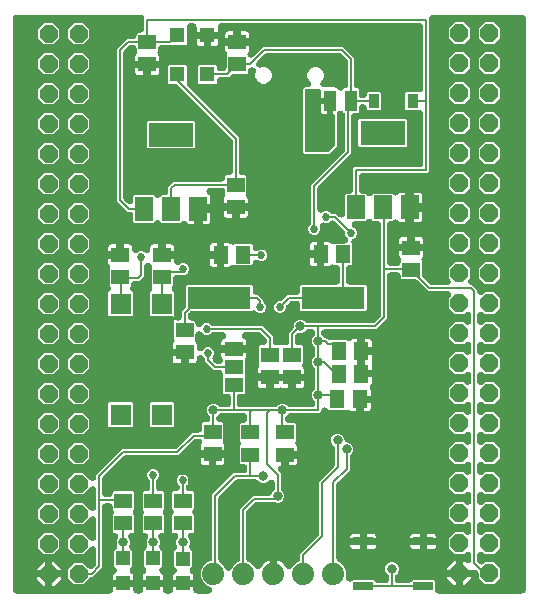
<source format=gbr>
G04 EAGLE Gerber RS-274X export*
G75*
%MOMM*%
%FSLAX34Y34*%
%LPD*%
%INBottom Copper*%
%IPPOS*%
%AMOC8*
5,1,8,0,0,1.08239X$1,22.5*%
G01*
%ADD10R,1.300000X1.500000*%
%ADD11R,1.500000X1.300000*%
%ADD12C,1.879600*%
%ADD13R,1.308000X1.308000*%
%ADD14P,1.649562X8X292.500000*%
%ADD15R,1.020000X1.780000*%
%ADD16R,1.778000X1.778000*%
%ADD17R,1.600200X1.168400*%
%ADD18R,1.200000X1.200000*%
%ADD19R,1.651000X0.762000*%
%ADD20R,1.500000X2.000000*%
%ADD21R,3.800000X2.000000*%
%ADD22R,5.334000X1.930400*%
%ADD23R,0.910000X1.220000*%
%ADD24C,0.203200*%
%ADD25C,0.812800*%
%ADD26C,0.685800*%
%ADD27C,0.889000*%

G36*
X85008Y2293D02*
X85008Y2293D01*
X85084Y2291D01*
X85253Y2313D01*
X85424Y2327D01*
X85498Y2345D01*
X85573Y2355D01*
X85737Y2404D01*
X85903Y2445D01*
X85972Y2475D01*
X86046Y2497D01*
X86199Y2573D01*
X86356Y2640D01*
X86420Y2681D01*
X86489Y2714D01*
X86628Y2813D01*
X86772Y2905D01*
X86829Y2956D01*
X86891Y3000D01*
X87012Y3120D01*
X87140Y3234D01*
X87188Y3293D01*
X87242Y3347D01*
X87343Y3485D01*
X87450Y3618D01*
X87487Y3684D01*
X87532Y3745D01*
X87609Y3898D01*
X87694Y4046D01*
X87720Y4118D01*
X87755Y4186D01*
X87806Y4349D01*
X87865Y4509D01*
X87880Y4584D01*
X87903Y4656D01*
X87915Y4761D01*
X87960Y4993D01*
X87967Y5229D01*
X87979Y5334D01*
X87979Y7916D01*
X96520Y7916D01*
X105061Y7916D01*
X105061Y5334D01*
X105067Y5258D01*
X105065Y5182D01*
X105087Y5013D01*
X105101Y4842D01*
X105119Y4768D01*
X105129Y4693D01*
X105178Y4529D01*
X105219Y4363D01*
X105249Y4294D01*
X105271Y4220D01*
X105347Y4067D01*
X105414Y3910D01*
X105455Y3846D01*
X105488Y3777D01*
X105587Y3638D01*
X105679Y3494D01*
X105730Y3437D01*
X105774Y3375D01*
X105894Y3254D01*
X106008Y3126D01*
X106067Y3078D01*
X106121Y3024D01*
X106259Y2923D01*
X106392Y2816D01*
X106458Y2779D01*
X106519Y2734D01*
X106672Y2657D01*
X106820Y2572D01*
X106892Y2546D01*
X106960Y2511D01*
X107123Y2460D01*
X107283Y2401D01*
X107358Y2386D01*
X107430Y2363D01*
X107535Y2351D01*
X107767Y2306D01*
X108003Y2299D01*
X108108Y2287D01*
X110078Y2287D01*
X110154Y2293D01*
X110230Y2291D01*
X110399Y2313D01*
X110570Y2327D01*
X110644Y2345D01*
X110719Y2355D01*
X110883Y2404D01*
X111049Y2445D01*
X111118Y2475D01*
X111192Y2497D01*
X111345Y2573D01*
X111502Y2640D01*
X111566Y2681D01*
X111635Y2714D01*
X111774Y2813D01*
X111918Y2905D01*
X111975Y2956D01*
X112037Y3000D01*
X112158Y3120D01*
X112286Y3234D01*
X112334Y3293D01*
X112388Y3347D01*
X112489Y3485D01*
X112596Y3618D01*
X112633Y3684D01*
X112678Y3745D01*
X112755Y3898D01*
X112840Y4046D01*
X112866Y4118D01*
X112901Y4186D01*
X112952Y4349D01*
X113011Y4509D01*
X113026Y4584D01*
X113049Y4656D01*
X113061Y4761D01*
X113106Y4993D01*
X113113Y5229D01*
X113125Y5334D01*
X113125Y7916D01*
X121666Y7916D01*
X130207Y7916D01*
X130207Y5334D01*
X130213Y5258D01*
X130211Y5182D01*
X130233Y5013D01*
X130247Y4842D01*
X130265Y4768D01*
X130275Y4693D01*
X130324Y4529D01*
X130365Y4363D01*
X130395Y4294D01*
X130417Y4220D01*
X130493Y4067D01*
X130560Y3910D01*
X130601Y3846D01*
X130634Y3777D01*
X130733Y3638D01*
X130825Y3494D01*
X130876Y3437D01*
X130920Y3375D01*
X131040Y3254D01*
X131154Y3126D01*
X131213Y3078D01*
X131267Y3024D01*
X131405Y2923D01*
X131538Y2816D01*
X131604Y2779D01*
X131665Y2734D01*
X131818Y2657D01*
X131966Y2572D01*
X132038Y2546D01*
X132106Y2511D01*
X132269Y2460D01*
X132429Y2401D01*
X132504Y2386D01*
X132576Y2363D01*
X132681Y2351D01*
X132913Y2306D01*
X133149Y2299D01*
X133254Y2287D01*
X135732Y2287D01*
X135808Y2293D01*
X135884Y2291D01*
X136053Y2313D01*
X136224Y2327D01*
X136298Y2345D01*
X136373Y2355D01*
X136537Y2404D01*
X136703Y2445D01*
X136772Y2475D01*
X136846Y2497D01*
X136999Y2573D01*
X137156Y2640D01*
X137220Y2681D01*
X137289Y2714D01*
X137428Y2813D01*
X137572Y2905D01*
X137629Y2956D01*
X137691Y3000D01*
X137812Y3120D01*
X137940Y3234D01*
X137988Y3293D01*
X138042Y3347D01*
X138143Y3485D01*
X138250Y3618D01*
X138287Y3684D01*
X138332Y3745D01*
X138409Y3898D01*
X138494Y4046D01*
X138520Y4118D01*
X138555Y4186D01*
X138606Y4349D01*
X138665Y4509D01*
X138680Y4584D01*
X138703Y4656D01*
X138715Y4761D01*
X138760Y4993D01*
X138767Y5229D01*
X138779Y5334D01*
X138779Y7789D01*
X147320Y7789D01*
X155861Y7789D01*
X155861Y5334D01*
X155867Y5258D01*
X155865Y5182D01*
X155887Y5013D01*
X155901Y4842D01*
X155919Y4768D01*
X155929Y4693D01*
X155978Y4529D01*
X156019Y4363D01*
X156049Y4294D01*
X156071Y4220D01*
X156147Y4067D01*
X156214Y3910D01*
X156255Y3846D01*
X156288Y3777D01*
X156387Y3638D01*
X156479Y3494D01*
X156530Y3437D01*
X156574Y3375D01*
X156694Y3254D01*
X156808Y3126D01*
X156867Y3078D01*
X156921Y3024D01*
X157059Y2923D01*
X157192Y2816D01*
X157258Y2779D01*
X157319Y2734D01*
X157472Y2657D01*
X157620Y2572D01*
X157692Y2546D01*
X157760Y2511D01*
X157923Y2460D01*
X158083Y2401D01*
X158158Y2386D01*
X158230Y2363D01*
X158335Y2351D01*
X158567Y2306D01*
X158803Y2299D01*
X158908Y2287D01*
X168906Y2287D01*
X169048Y2298D01*
X169190Y2300D01*
X169293Y2318D01*
X169398Y2327D01*
X169536Y2361D01*
X169676Y2386D01*
X169775Y2420D01*
X169876Y2445D01*
X170007Y2502D01*
X170142Y2549D01*
X170234Y2599D01*
X170330Y2640D01*
X170450Y2716D01*
X170575Y2785D01*
X170658Y2849D01*
X170746Y2905D01*
X170852Y3000D01*
X170965Y3087D01*
X171036Y3164D01*
X171114Y3234D01*
X171203Y3345D01*
X171300Y3449D01*
X171358Y3536D01*
X171424Y3618D01*
X171494Y3741D01*
X171573Y3860D01*
X171616Y3956D01*
X171668Y4046D01*
X171717Y4180D01*
X171776Y4310D01*
X171803Y4411D01*
X171839Y4509D01*
X171867Y4649D01*
X171904Y4786D01*
X171914Y4890D01*
X171934Y4993D01*
X171938Y5135D01*
X171953Y5277D01*
X171946Y5382D01*
X171949Y5486D01*
X171931Y5627D01*
X171922Y5770D01*
X171899Y5871D01*
X171885Y5975D01*
X171844Y6112D01*
X171812Y6251D01*
X171773Y6347D01*
X171742Y6447D01*
X171680Y6576D01*
X171626Y6708D01*
X171572Y6797D01*
X171526Y6891D01*
X171443Y7007D01*
X171369Y7128D01*
X171301Y7208D01*
X171240Y7293D01*
X171140Y7394D01*
X171047Y7502D01*
X170967Y7570D01*
X170893Y7644D01*
X170778Y7728D01*
X170669Y7819D01*
X170600Y7857D01*
X170495Y7934D01*
X170107Y8130D01*
X170072Y8149D01*
X166724Y9536D01*
X163651Y12609D01*
X161988Y16623D01*
X161988Y20969D01*
X163651Y24983D01*
X166724Y28056D01*
X170203Y29497D01*
X170397Y29596D01*
X170594Y29693D01*
X170617Y29709D01*
X170642Y29722D01*
X170818Y29852D01*
X170996Y29978D01*
X171016Y29998D01*
X171039Y30015D01*
X171192Y30172D01*
X171347Y30325D01*
X171364Y30348D01*
X171384Y30368D01*
X171508Y30546D01*
X171637Y30724D01*
X171650Y30749D01*
X171666Y30772D01*
X171761Y30969D01*
X171860Y31164D01*
X171868Y31191D01*
X171881Y31217D01*
X171942Y31426D01*
X172008Y31635D01*
X172011Y31658D01*
X172020Y31690D01*
X172081Y32180D01*
X172078Y32260D01*
X172084Y32312D01*
X172084Y86269D01*
X189829Y104014D01*
X198501Y104014D01*
X198577Y104020D01*
X198653Y104018D01*
X198822Y104040D01*
X198993Y104054D01*
X199067Y104072D01*
X199142Y104082D01*
X199306Y104131D01*
X199472Y104172D01*
X199541Y104202D01*
X199615Y104224D01*
X199768Y104300D01*
X199925Y104367D01*
X199989Y104408D01*
X200058Y104441D01*
X200197Y104540D01*
X200341Y104632D01*
X200398Y104683D01*
X200460Y104727D01*
X200581Y104847D01*
X200709Y104961D01*
X200757Y105020D01*
X200811Y105074D01*
X200912Y105212D01*
X201019Y105345D01*
X201056Y105411D01*
X201101Y105472D01*
X201178Y105625D01*
X201263Y105773D01*
X201289Y105845D01*
X201324Y105913D01*
X201375Y106076D01*
X201434Y106236D01*
X201449Y106311D01*
X201472Y106383D01*
X201484Y106488D01*
X201529Y106720D01*
X201536Y106956D01*
X201548Y107061D01*
X201548Y108841D01*
X201542Y108917D01*
X201544Y108993D01*
X201522Y109162D01*
X201508Y109333D01*
X201490Y109407D01*
X201480Y109482D01*
X201431Y109646D01*
X201390Y109812D01*
X201360Y109881D01*
X201338Y109955D01*
X201262Y110108D01*
X201195Y110265D01*
X201154Y110329D01*
X201121Y110398D01*
X201022Y110537D01*
X200930Y110681D01*
X200879Y110738D01*
X200835Y110800D01*
X200715Y110921D01*
X200601Y111049D01*
X200542Y111097D01*
X200488Y111151D01*
X200350Y111252D01*
X200217Y111359D01*
X200151Y111396D01*
X200090Y111441D01*
X199937Y111518D01*
X199789Y111603D01*
X199717Y111629D01*
X199649Y111664D01*
X199486Y111715D01*
X199326Y111774D01*
X199251Y111789D01*
X199179Y111812D01*
X199074Y111824D01*
X198842Y111869D01*
X198606Y111876D01*
X198501Y111888D01*
X195957Y111888D01*
X195064Y112781D01*
X195064Y127045D01*
X195278Y127258D01*
X195327Y127316D01*
X195383Y127368D01*
X195487Y127504D01*
X195597Y127634D01*
X195637Y127699D01*
X195683Y127760D01*
X195764Y127910D01*
X195852Y128057D01*
X195880Y128128D01*
X195916Y128195D01*
X195972Y128356D01*
X196035Y128515D01*
X196052Y128589D01*
X196076Y128661D01*
X196105Y128830D01*
X196142Y128996D01*
X196146Y129073D01*
X196159Y129148D01*
X196160Y129318D01*
X196170Y129489D01*
X196161Y129565D01*
X196162Y129641D01*
X196135Y129810D01*
X196117Y129980D01*
X196097Y130053D01*
X196085Y130128D01*
X196032Y130291D01*
X195987Y130455D01*
X195955Y130524D01*
X195931Y130597D01*
X195852Y130749D01*
X195781Y130904D01*
X195738Y130967D01*
X195703Y131035D01*
X195638Y131117D01*
X195506Y131313D01*
X195344Y131485D01*
X195278Y131568D01*
X195064Y131781D01*
X195064Y146045D01*
X195957Y146938D01*
X198501Y146938D01*
X198577Y146944D01*
X198653Y146942D01*
X198822Y146964D01*
X198993Y146978D01*
X199067Y146996D01*
X199142Y147006D01*
X199306Y147055D01*
X199472Y147096D01*
X199541Y147126D01*
X199615Y147148D01*
X199768Y147224D01*
X199925Y147291D01*
X199989Y147332D01*
X200058Y147365D01*
X200197Y147464D01*
X200341Y147556D01*
X200398Y147607D01*
X200460Y147651D01*
X200581Y147771D01*
X200709Y147885D01*
X200757Y147944D01*
X200811Y147998D01*
X200912Y148136D01*
X201019Y148269D01*
X201056Y148335D01*
X201101Y148396D01*
X201178Y148549D01*
X201263Y148697D01*
X201289Y148769D01*
X201324Y148837D01*
X201375Y149000D01*
X201434Y149160D01*
X201449Y149235D01*
X201472Y149307D01*
X201484Y149412D01*
X201529Y149644D01*
X201536Y149880D01*
X201548Y149985D01*
X201548Y151892D01*
X201542Y151968D01*
X201544Y152044D01*
X201522Y152213D01*
X201508Y152384D01*
X201490Y152458D01*
X201480Y152533D01*
X201431Y152697D01*
X201390Y152863D01*
X201360Y152932D01*
X201338Y153006D01*
X201262Y153159D01*
X201195Y153316D01*
X201154Y153380D01*
X201121Y153449D01*
X201022Y153588D01*
X200930Y153732D01*
X200879Y153789D01*
X200835Y153851D01*
X200715Y153972D01*
X200601Y154100D01*
X200542Y154148D01*
X200488Y154202D01*
X200350Y154303D01*
X200217Y154410D01*
X200151Y154447D01*
X200090Y154492D01*
X199937Y154569D01*
X199789Y154654D01*
X199717Y154680D01*
X199649Y154715D01*
X199486Y154766D01*
X199326Y154825D01*
X199251Y154840D01*
X199179Y154863D01*
X199074Y154875D01*
X198842Y154920D01*
X198606Y154927D01*
X198501Y154939D01*
X179345Y154939D01*
X179231Y154930D01*
X179117Y154931D01*
X178986Y154910D01*
X178853Y154899D01*
X178743Y154872D01*
X178630Y154854D01*
X178503Y154813D01*
X178375Y154781D01*
X178270Y154736D01*
X178161Y154700D01*
X178043Y154639D01*
X177921Y154586D01*
X177825Y154525D01*
X177724Y154472D01*
X177650Y154413D01*
X177505Y154321D01*
X177263Y154105D01*
X177190Y154047D01*
X176153Y153010D01*
X176079Y152923D01*
X175998Y152842D01*
X175920Y152735D01*
X175834Y152634D01*
X175775Y152536D01*
X175708Y152444D01*
X175648Y152325D01*
X175579Y152211D01*
X175537Y152105D01*
X175485Y152003D01*
X175445Y151876D01*
X175396Y151753D01*
X175371Y151642D01*
X175337Y151533D01*
X175327Y151439D01*
X175289Y151271D01*
X175271Y150947D01*
X175261Y150855D01*
X175261Y150366D01*
X175267Y150290D01*
X175265Y150214D01*
X175287Y150045D01*
X175301Y149874D01*
X175319Y149800D01*
X175329Y149725D01*
X175378Y149561D01*
X175419Y149395D01*
X175449Y149326D01*
X175471Y149252D01*
X175547Y149099D01*
X175614Y148942D01*
X175655Y148878D01*
X175688Y148809D01*
X175787Y148670D01*
X175879Y148526D01*
X175930Y148469D01*
X175974Y148407D01*
X176094Y148286D01*
X176208Y148158D01*
X176267Y148110D01*
X176321Y148056D01*
X176459Y147955D01*
X176592Y147848D01*
X176658Y147811D01*
X176719Y147766D01*
X176872Y147689D01*
X177020Y147604D01*
X177092Y147578D01*
X177160Y147543D01*
X177323Y147492D01*
X177483Y147433D01*
X177558Y147418D01*
X177630Y147395D01*
X177735Y147383D01*
X177967Y147338D01*
X178203Y147331D01*
X178308Y147319D01*
X180280Y147319D01*
X181173Y146426D01*
X181173Y131984D01*
X181103Y131869D01*
X181075Y131798D01*
X181039Y131731D01*
X180984Y131569D01*
X180920Y131411D01*
X180904Y131336D01*
X180879Y131264D01*
X180850Y131096D01*
X180814Y130929D01*
X180809Y130853D01*
X180796Y130778D01*
X180795Y130607D01*
X180786Y130436D01*
X180794Y130360D01*
X180793Y130284D01*
X180820Y130116D01*
X180838Y129946D01*
X180858Y129872D01*
X180870Y129797D01*
X180924Y129634D01*
X180969Y129470D01*
X181000Y129401D01*
X181024Y129328D01*
X181103Y129177D01*
X181174Y129022D01*
X181217Y128958D01*
X181252Y128891D01*
X181318Y128809D01*
X181450Y128612D01*
X181612Y128440D01*
X181678Y128358D01*
X181681Y128354D01*
X182016Y127775D01*
X182189Y127129D01*
X182189Y123543D01*
X172350Y123543D01*
X172274Y123537D01*
X172198Y123539D01*
X172121Y123529D01*
X172051Y123531D01*
X171946Y123543D01*
X162107Y123543D01*
X162107Y127129D01*
X162280Y127775D01*
X162663Y128437D01*
X162783Y128579D01*
X162803Y128612D01*
X162827Y128642D01*
X162930Y128823D01*
X163038Y129001D01*
X163052Y129037D01*
X163071Y129070D01*
X163144Y129266D01*
X163221Y129460D01*
X163229Y129497D01*
X163243Y129533D01*
X163283Y129738D01*
X163328Y129941D01*
X163330Y129979D01*
X163338Y130017D01*
X163344Y130225D01*
X163356Y130434D01*
X163352Y130472D01*
X163353Y130510D01*
X163326Y130717D01*
X163304Y130924D01*
X163293Y130961D01*
X163288Y130999D01*
X163228Y131199D01*
X163173Y131400D01*
X163157Y131435D01*
X163146Y131472D01*
X163054Y131659D01*
X162967Y131848D01*
X162946Y131880D01*
X162929Y131915D01*
X162809Y132084D01*
X162692Y132258D01*
X162666Y132286D01*
X162644Y132317D01*
X162497Y132465D01*
X162354Y132617D01*
X162324Y132641D01*
X162297Y132668D01*
X162129Y132791D01*
X161963Y132918D01*
X161929Y132936D01*
X161898Y132958D01*
X161712Y133052D01*
X161528Y133151D01*
X161492Y133163D01*
X161458Y133181D01*
X161259Y133243D01*
X161061Y133311D01*
X161024Y133317D01*
X160987Y133329D01*
X160895Y133339D01*
X160575Y133394D01*
X160403Y133395D01*
X160309Y133405D01*
X158581Y133405D01*
X158467Y133396D01*
X158353Y133397D01*
X158221Y133376D01*
X158089Y133365D01*
X157978Y133338D01*
X157865Y133320D01*
X157739Y133279D01*
X157610Y133247D01*
X157505Y133202D01*
X157397Y133166D01*
X157279Y133104D01*
X157157Y133052D01*
X157060Y132991D01*
X156959Y132938D01*
X156886Y132879D01*
X156741Y132787D01*
X156498Y132571D01*
X156426Y132513D01*
X143292Y119379D01*
X98835Y119379D01*
X98721Y119370D01*
X98607Y119371D01*
X98475Y119350D01*
X98343Y119339D01*
X98232Y119312D01*
X98119Y119294D01*
X97993Y119253D01*
X97864Y119221D01*
X97759Y119176D01*
X97651Y119140D01*
X97533Y119078D01*
X97411Y119026D01*
X97314Y118965D01*
X97213Y118912D01*
X97140Y118853D01*
X96995Y118761D01*
X96752Y118545D01*
X96680Y118487D01*
X79633Y101440D01*
X79559Y101353D01*
X79478Y101273D01*
X79400Y101165D01*
X79314Y101064D01*
X79255Y100966D01*
X79188Y100874D01*
X79128Y100756D01*
X79059Y100642D01*
X79017Y100535D01*
X78965Y100434D01*
X78925Y100307D01*
X78876Y100183D01*
X78851Y100072D01*
X78817Y99963D01*
X78807Y99870D01*
X78769Y99702D01*
X78751Y99378D01*
X78741Y99285D01*
X78741Y86868D01*
X78747Y86792D01*
X78745Y86716D01*
X78767Y86547D01*
X78781Y86376D01*
X78799Y86302D01*
X78809Y86227D01*
X78858Y86063D01*
X78899Y85897D01*
X78929Y85828D01*
X78951Y85754D01*
X79027Y85601D01*
X79094Y85444D01*
X79135Y85380D01*
X79168Y85311D01*
X79267Y85172D01*
X79359Y85028D01*
X79410Y84971D01*
X79454Y84909D01*
X79574Y84788D01*
X79688Y84660D01*
X79747Y84612D01*
X79801Y84558D01*
X79939Y84457D01*
X80072Y84350D01*
X80138Y84313D01*
X80199Y84268D01*
X80352Y84191D01*
X80500Y84106D01*
X80572Y84080D01*
X80640Y84045D01*
X80803Y83994D01*
X80963Y83935D01*
X81038Y83920D01*
X81110Y83897D01*
X81215Y83885D01*
X81447Y83840D01*
X81683Y83833D01*
X81788Y83821D01*
X84447Y83821D01*
X84523Y83827D01*
X84599Y83825D01*
X84768Y83847D01*
X84939Y83861D01*
X85013Y83879D01*
X85088Y83889D01*
X85252Y83938D01*
X85418Y83979D01*
X85487Y84009D01*
X85561Y84031D01*
X85714Y84107D01*
X85871Y84174D01*
X85935Y84215D01*
X86004Y84248D01*
X86143Y84347D01*
X86287Y84439D01*
X86344Y84490D01*
X86406Y84534D01*
X86527Y84654D01*
X86655Y84768D01*
X86703Y84827D01*
X86757Y84881D01*
X86858Y85019D01*
X86965Y85152D01*
X87002Y85218D01*
X87047Y85279D01*
X87124Y85432D01*
X87209Y85580D01*
X87235Y85652D01*
X87270Y85720D01*
X87321Y85883D01*
X87380Y86043D01*
X87395Y86118D01*
X87418Y86190D01*
X87430Y86295D01*
X87475Y86527D01*
X87482Y86763D01*
X87494Y86868D01*
X87494Y87814D01*
X88387Y88707D01*
X104651Y88707D01*
X105544Y87814D01*
X105544Y73550D01*
X105330Y73337D01*
X105281Y73279D01*
X105225Y73226D01*
X105121Y73091D01*
X105011Y72961D01*
X104971Y72895D01*
X104925Y72835D01*
X104844Y72685D01*
X104756Y72538D01*
X104728Y72467D01*
X104692Y72400D01*
X104636Y72239D01*
X104573Y72080D01*
X104556Y72006D01*
X104532Y71934D01*
X104503Y71765D01*
X104466Y71598D01*
X104462Y71522D01*
X104449Y71447D01*
X104448Y71276D01*
X104438Y71106D01*
X104447Y71030D01*
X104446Y70954D01*
X104473Y70785D01*
X104491Y70615D01*
X104511Y70542D01*
X104523Y70467D01*
X104576Y70304D01*
X104621Y70140D01*
X104653Y70070D01*
X104677Y69998D01*
X104756Y69847D01*
X104827Y69691D01*
X104870Y69628D01*
X104905Y69560D01*
X104970Y69478D01*
X105102Y69282D01*
X105264Y69109D01*
X105330Y69027D01*
X105544Y68814D01*
X105544Y54550D01*
X104651Y53657D01*
X103842Y53657D01*
X103662Y53643D01*
X103482Y53636D01*
X103417Y53623D01*
X103350Y53617D01*
X103175Y53574D01*
X102998Y53538D01*
X102936Y53515D01*
X102871Y53499D01*
X102705Y53427D01*
X102537Y53364D01*
X102479Y53330D01*
X102418Y53304D01*
X102266Y53207D01*
X102110Y53117D01*
X102058Y53075D01*
X102002Y53039D01*
X101868Y52919D01*
X101728Y52804D01*
X101684Y52755D01*
X101634Y52710D01*
X101521Y52570D01*
X101401Y52435D01*
X101366Y52378D01*
X101324Y52326D01*
X101235Y52170D01*
X101139Y52017D01*
X101113Y51955D01*
X101080Y51898D01*
X101017Y51728D01*
X100947Y51562D01*
X100932Y51498D01*
X100909Y51435D01*
X100874Y51258D01*
X100832Y51083D01*
X100827Y51016D01*
X100814Y50951D01*
X100808Y50771D01*
X100795Y50591D01*
X100801Y50524D01*
X100799Y50458D01*
X100822Y50279D01*
X100838Y50099D01*
X100852Y50049D01*
X100863Y49969D01*
X101005Y49497D01*
X101020Y49466D01*
X101027Y49444D01*
X102109Y46832D01*
X102109Y44608D01*
X101694Y43606D01*
X101627Y43398D01*
X101556Y43192D01*
X101551Y43163D01*
X101542Y43136D01*
X101510Y42921D01*
X101473Y42705D01*
X101473Y42677D01*
X101469Y42649D01*
X101471Y42431D01*
X101470Y42212D01*
X101475Y42184D01*
X101475Y42155D01*
X101513Y41941D01*
X101547Y41725D01*
X101556Y41697D01*
X101561Y41670D01*
X101633Y41464D01*
X101701Y41256D01*
X101714Y41231D01*
X101724Y41204D01*
X101828Y41012D01*
X101929Y40818D01*
X101943Y40800D01*
X101960Y40771D01*
X102262Y40381D01*
X102321Y40326D01*
X102354Y40285D01*
X104045Y38595D01*
X104045Y25331D01*
X102849Y24136D01*
X102702Y23963D01*
X102552Y23791D01*
X102542Y23775D01*
X102530Y23760D01*
X102412Y23564D01*
X102292Y23371D01*
X102285Y23354D01*
X102275Y23338D01*
X102190Y23125D01*
X102104Y22915D01*
X102099Y22897D01*
X102092Y22879D01*
X102043Y22656D01*
X101991Y22435D01*
X101990Y22416D01*
X101985Y22398D01*
X101973Y22169D01*
X101957Y21943D01*
X101959Y21924D01*
X101958Y21905D01*
X101982Y21679D01*
X102003Y21452D01*
X102008Y21433D01*
X102010Y21415D01*
X102070Y21196D01*
X102128Y20974D01*
X102136Y20957D01*
X102141Y20939D01*
X102236Y20732D01*
X102328Y20524D01*
X102338Y20508D01*
X102346Y20491D01*
X102473Y20302D01*
X102598Y20111D01*
X102611Y20097D01*
X102622Y20081D01*
X102777Y19916D01*
X102932Y19747D01*
X102944Y19738D01*
X102960Y19722D01*
X103351Y19421D01*
X103432Y19378D01*
X103480Y19342D01*
X104080Y18996D01*
X104553Y18523D01*
X104888Y17944D01*
X105061Y17298D01*
X105061Y14010D01*
X96520Y14010D01*
X87979Y14010D01*
X87979Y17298D01*
X88152Y17944D01*
X88487Y18523D01*
X88960Y18996D01*
X89560Y19342D01*
X89747Y19472D01*
X89936Y19599D01*
X89950Y19612D01*
X89965Y19623D01*
X90130Y19782D01*
X90296Y19937D01*
X90307Y19952D01*
X90321Y19965D01*
X90458Y20148D01*
X90596Y20328D01*
X90605Y20345D01*
X90616Y20360D01*
X90721Y20562D01*
X90829Y20763D01*
X90835Y20781D01*
X90844Y20798D01*
X90915Y21013D01*
X90989Y21230D01*
X90992Y21248D01*
X90998Y21266D01*
X91033Y21490D01*
X91072Y21716D01*
X91072Y21735D01*
X91075Y21754D01*
X91073Y21980D01*
X91075Y22209D01*
X91072Y22228D01*
X91072Y22247D01*
X91034Y22471D01*
X90998Y22697D01*
X90992Y22715D01*
X90989Y22733D01*
X90915Y22949D01*
X90844Y23165D01*
X90835Y23182D01*
X90829Y23200D01*
X90721Y23401D01*
X90616Y23603D01*
X90606Y23615D01*
X90596Y23635D01*
X90295Y24026D01*
X90228Y24090D01*
X90191Y24136D01*
X88995Y25331D01*
X88995Y38595D01*
X90686Y40285D01*
X90827Y40451D01*
X90972Y40615D01*
X90987Y40639D01*
X91005Y40661D01*
X91118Y40848D01*
X91234Y41033D01*
X91245Y41059D01*
X91260Y41084D01*
X91341Y41285D01*
X91426Y41488D01*
X91432Y41515D01*
X91443Y41542D01*
X91490Y41755D01*
X91542Y41967D01*
X91544Y41996D01*
X91550Y42023D01*
X91562Y42242D01*
X91578Y42459D01*
X91576Y42487D01*
X91577Y42516D01*
X91554Y42734D01*
X91535Y42951D01*
X91529Y42973D01*
X91525Y43007D01*
X91395Y43482D01*
X91361Y43555D01*
X91346Y43606D01*
X90931Y44608D01*
X90931Y46832D01*
X92013Y49444D01*
X92069Y49616D01*
X92131Y49785D01*
X92144Y49850D01*
X92165Y49913D01*
X92192Y50092D01*
X92226Y50269D01*
X92228Y50335D01*
X92238Y50401D01*
X92236Y50582D01*
X92241Y50762D01*
X92233Y50828D01*
X92232Y50895D01*
X92201Y51072D01*
X92177Y51251D01*
X92158Y51315D01*
X92146Y51380D01*
X92087Y51550D01*
X92035Y51724D01*
X92005Y51783D01*
X91983Y51846D01*
X91897Y52005D01*
X91818Y52167D01*
X91779Y52221D01*
X91747Y52279D01*
X91636Y52422D01*
X91532Y52569D01*
X91485Y52616D01*
X91445Y52669D01*
X91312Y52792D01*
X91185Y52920D01*
X91132Y52959D01*
X91083Y53004D01*
X90933Y53104D01*
X90787Y53210D01*
X90727Y53240D01*
X90672Y53277D01*
X90507Y53351D01*
X90346Y53433D01*
X90283Y53453D01*
X90222Y53480D01*
X90048Y53527D01*
X89876Y53581D01*
X89823Y53587D01*
X89746Y53608D01*
X89255Y53657D01*
X89221Y53655D01*
X89198Y53657D01*
X88387Y53657D01*
X87494Y54550D01*
X87494Y68814D01*
X87708Y69027D01*
X87757Y69085D01*
X87813Y69137D01*
X87917Y69273D01*
X88027Y69403D01*
X88067Y69468D01*
X88113Y69529D01*
X88194Y69679D01*
X88282Y69826D01*
X88310Y69897D01*
X88346Y69964D01*
X88402Y70125D01*
X88465Y70284D01*
X88482Y70358D01*
X88506Y70430D01*
X88535Y70599D01*
X88572Y70765D01*
X88576Y70842D01*
X88589Y70917D01*
X88590Y71087D01*
X88600Y71258D01*
X88591Y71334D01*
X88592Y71410D01*
X88565Y71579D01*
X88547Y71749D01*
X88527Y71822D01*
X88515Y71897D01*
X88462Y72060D01*
X88417Y72224D01*
X88385Y72293D01*
X88361Y72366D01*
X88282Y72518D01*
X88211Y72673D01*
X88168Y72736D01*
X88133Y72804D01*
X88068Y72886D01*
X87936Y73082D01*
X87774Y73254D01*
X87708Y73337D01*
X87494Y73550D01*
X87494Y75692D01*
X87488Y75768D01*
X87490Y75844D01*
X87468Y76013D01*
X87454Y76184D01*
X87436Y76258D01*
X87426Y76333D01*
X87377Y76497D01*
X87336Y76663D01*
X87306Y76732D01*
X87284Y76806D01*
X87208Y76959D01*
X87141Y77116D01*
X87100Y77180D01*
X87067Y77249D01*
X86968Y77388D01*
X86876Y77532D01*
X86825Y77589D01*
X86781Y77651D01*
X86661Y77772D01*
X86547Y77900D01*
X86488Y77948D01*
X86434Y78002D01*
X86296Y78103D01*
X86163Y78210D01*
X86097Y78247D01*
X86036Y78292D01*
X85883Y78369D01*
X85735Y78454D01*
X85663Y78480D01*
X85595Y78515D01*
X85432Y78566D01*
X85272Y78625D01*
X85197Y78640D01*
X85125Y78663D01*
X85020Y78675D01*
X84788Y78720D01*
X84552Y78727D01*
X84447Y78739D01*
X81788Y78739D01*
X81712Y78733D01*
X81636Y78735D01*
X81467Y78713D01*
X81296Y78699D01*
X81222Y78681D01*
X81147Y78671D01*
X80983Y78622D01*
X80817Y78581D01*
X80748Y78551D01*
X80674Y78529D01*
X80521Y78453D01*
X80364Y78386D01*
X80300Y78345D01*
X80231Y78312D01*
X80092Y78213D01*
X79948Y78121D01*
X79891Y78070D01*
X79829Y78026D01*
X79708Y77906D01*
X79580Y77792D01*
X79532Y77733D01*
X79478Y77679D01*
X79377Y77541D01*
X79270Y77408D01*
X79233Y77342D01*
X79188Y77281D01*
X79111Y77128D01*
X79026Y76980D01*
X79000Y76908D01*
X78965Y76840D01*
X78914Y76677D01*
X78855Y76517D01*
X78840Y76442D01*
X78817Y76370D01*
X78805Y76265D01*
X78760Y76033D01*
X78753Y75797D01*
X78741Y75692D01*
X78741Y24348D01*
X70966Y16573D01*
X70392Y16573D01*
X70278Y16564D01*
X70164Y16565D01*
X70033Y16544D01*
X69900Y16533D01*
X69790Y16506D01*
X69677Y16488D01*
X69550Y16447D01*
X69422Y16415D01*
X69317Y16370D01*
X69208Y16334D01*
X69090Y16272D01*
X68968Y16220D01*
X68872Y16159D01*
X68771Y16106D01*
X68697Y16047D01*
X68552Y15955D01*
X68310Y15739D01*
X68237Y15681D01*
X62526Y9969D01*
X54950Y9969D01*
X49593Y15326D01*
X49593Y22902D01*
X54950Y28259D01*
X62526Y28259D01*
X66841Y23944D01*
X66899Y23894D01*
X66951Y23839D01*
X67087Y23735D01*
X67217Y23624D01*
X67282Y23585D01*
X67343Y23538D01*
X67493Y23458D01*
X67639Y23370D01*
X67710Y23341D01*
X67777Y23305D01*
X67939Y23250D01*
X68098Y23186D01*
X68172Y23170D01*
X68244Y23145D01*
X68413Y23117D01*
X68579Y23080D01*
X68655Y23075D01*
X68730Y23063D01*
X68901Y23062D01*
X69072Y23052D01*
X69148Y23060D01*
X69224Y23060D01*
X69393Y23086D01*
X69562Y23104D01*
X69636Y23124D01*
X69711Y23136D01*
X69873Y23190D01*
X70038Y23235D01*
X70107Y23267D01*
X70180Y23290D01*
X70331Y23369D01*
X70486Y23441D01*
X70550Y23483D01*
X70617Y23518D01*
X70699Y23584D01*
X70896Y23716D01*
X71068Y23878D01*
X71150Y23944D01*
X72767Y25560D01*
X72841Y25647D01*
X72922Y25727D01*
X73000Y25835D01*
X73086Y25936D01*
X73145Y26034D01*
X73212Y26126D01*
X73272Y26244D01*
X73341Y26358D01*
X73383Y26465D01*
X73435Y26566D01*
X73475Y26693D01*
X73524Y26817D01*
X73549Y26928D01*
X73583Y27037D01*
X73593Y27130D01*
X73631Y27298D01*
X73649Y27622D01*
X73659Y27715D01*
X73659Y39146D01*
X73656Y39184D01*
X73658Y39222D01*
X73636Y39430D01*
X73619Y39638D01*
X73610Y39675D01*
X73606Y39713D01*
X73551Y39914D01*
X73501Y40117D01*
X73486Y40152D01*
X73475Y40188D01*
X73388Y40378D01*
X73306Y40570D01*
X73286Y40602D01*
X73270Y40637D01*
X73153Y40810D01*
X73041Y40986D01*
X73016Y41014D01*
X72994Y41046D01*
X72851Y41198D01*
X72712Y41354D01*
X72683Y41378D01*
X72657Y41406D01*
X72491Y41533D01*
X72328Y41664D01*
X72295Y41683D01*
X72265Y41706D01*
X72081Y41805D01*
X71900Y41908D01*
X71864Y41921D01*
X71830Y41939D01*
X71633Y42007D01*
X71437Y42079D01*
X71400Y42087D01*
X71364Y42099D01*
X71157Y42134D01*
X70953Y42174D01*
X70915Y42175D01*
X70877Y42182D01*
X70668Y42183D01*
X70460Y42189D01*
X70422Y42184D01*
X70384Y42185D01*
X70177Y42152D01*
X69971Y42125D01*
X69934Y42114D01*
X69897Y42108D01*
X69698Y42043D01*
X69499Y41983D01*
X69464Y41966D01*
X69428Y41954D01*
X69243Y41857D01*
X69055Y41766D01*
X69024Y41744D01*
X68990Y41726D01*
X68918Y41668D01*
X68653Y41480D01*
X68531Y41359D01*
X68457Y41301D01*
X62526Y35369D01*
X54950Y35369D01*
X49593Y40726D01*
X49593Y48302D01*
X54950Y53659D01*
X62526Y53659D01*
X68457Y47727D01*
X68486Y47703D01*
X68512Y47674D01*
X68674Y47543D01*
X68833Y47408D01*
X68866Y47388D01*
X68896Y47364D01*
X69077Y47261D01*
X69256Y47153D01*
X69291Y47139D01*
X69324Y47120D01*
X69520Y47047D01*
X69714Y46970D01*
X69751Y46962D01*
X69787Y46949D01*
X69992Y46909D01*
X70196Y46863D01*
X70234Y46861D01*
X70271Y46854D01*
X70479Y46847D01*
X70688Y46836D01*
X70726Y46840D01*
X70764Y46839D01*
X70971Y46866D01*
X71179Y46888D01*
X71215Y46898D01*
X71253Y46903D01*
X71453Y46963D01*
X71654Y47019D01*
X71689Y47034D01*
X71726Y47045D01*
X71913Y47137D01*
X72103Y47224D01*
X72135Y47246D01*
X72169Y47262D01*
X72338Y47383D01*
X72512Y47500D01*
X72540Y47526D01*
X72571Y47548D01*
X72719Y47694D01*
X72872Y47838D01*
X72895Y47868D01*
X72922Y47895D01*
X73045Y48063D01*
X73172Y48229D01*
X73190Y48262D01*
X73212Y48293D01*
X73306Y48479D01*
X73405Y48664D01*
X73418Y48700D01*
X73435Y48734D01*
X73497Y48933D01*
X73565Y49130D01*
X73571Y49168D01*
X73583Y49204D01*
X73593Y49297D01*
X73648Y49617D01*
X73649Y49789D01*
X73659Y49882D01*
X73659Y64546D01*
X73656Y64584D01*
X73658Y64622D01*
X73636Y64830D01*
X73619Y65038D01*
X73610Y65075D01*
X73606Y65113D01*
X73551Y65314D01*
X73501Y65517D01*
X73486Y65552D01*
X73475Y65588D01*
X73388Y65778D01*
X73306Y65970D01*
X73286Y66002D01*
X73270Y66037D01*
X73153Y66210D01*
X73041Y66386D01*
X73016Y66414D01*
X72994Y66446D01*
X72851Y66598D01*
X72712Y66754D01*
X72683Y66778D01*
X72657Y66806D01*
X72491Y66933D01*
X72328Y67064D01*
X72295Y67083D01*
X72265Y67106D01*
X72081Y67205D01*
X71900Y67308D01*
X71864Y67321D01*
X71830Y67339D01*
X71633Y67407D01*
X71437Y67479D01*
X71400Y67487D01*
X71364Y67499D01*
X71157Y67534D01*
X70953Y67574D01*
X70915Y67575D01*
X70877Y67582D01*
X70668Y67583D01*
X70460Y67589D01*
X70422Y67584D01*
X70384Y67585D01*
X70177Y67552D01*
X69971Y67525D01*
X69934Y67514D01*
X69897Y67508D01*
X69698Y67443D01*
X69499Y67383D01*
X69464Y67366D01*
X69428Y67354D01*
X69243Y67257D01*
X69055Y67166D01*
X69024Y67144D01*
X68990Y67126D01*
X68918Y67068D01*
X68653Y66880D01*
X68531Y66759D01*
X68457Y66701D01*
X62526Y60769D01*
X54950Y60769D01*
X49593Y66126D01*
X49593Y73702D01*
X54950Y79059D01*
X62526Y79059D01*
X68457Y73127D01*
X68486Y73103D01*
X68512Y73074D01*
X68674Y72943D01*
X68833Y72808D01*
X68866Y72788D01*
X68896Y72764D01*
X69077Y72661D01*
X69256Y72553D01*
X69291Y72539D01*
X69324Y72520D01*
X69520Y72447D01*
X69714Y72370D01*
X69751Y72362D01*
X69787Y72349D01*
X69992Y72309D01*
X70196Y72263D01*
X70234Y72261D01*
X70271Y72254D01*
X70479Y72247D01*
X70688Y72236D01*
X70726Y72240D01*
X70764Y72239D01*
X70971Y72266D01*
X71179Y72288D01*
X71215Y72298D01*
X71253Y72303D01*
X71453Y72363D01*
X71654Y72419D01*
X71689Y72434D01*
X71726Y72445D01*
X71913Y72537D01*
X72103Y72624D01*
X72135Y72646D01*
X72169Y72662D01*
X72338Y72783D01*
X72512Y72900D01*
X72540Y72926D01*
X72571Y72948D01*
X72719Y73094D01*
X72872Y73238D01*
X72895Y73268D01*
X72922Y73295D01*
X73045Y73463D01*
X73172Y73629D01*
X73190Y73662D01*
X73212Y73693D01*
X73306Y73879D01*
X73405Y74064D01*
X73418Y74100D01*
X73435Y74134D01*
X73497Y74333D01*
X73565Y74530D01*
X73571Y74568D01*
X73583Y74604D01*
X73593Y74697D01*
X73648Y75017D01*
X73649Y75189D01*
X73659Y75282D01*
X73659Y89946D01*
X73656Y89984D01*
X73658Y90022D01*
X73636Y90230D01*
X73619Y90438D01*
X73610Y90475D01*
X73606Y90513D01*
X73551Y90714D01*
X73501Y90917D01*
X73486Y90952D01*
X73475Y90988D01*
X73388Y91178D01*
X73306Y91370D01*
X73286Y91402D01*
X73270Y91437D01*
X73153Y91610D01*
X73041Y91786D01*
X73016Y91814D01*
X72994Y91846D01*
X72851Y91998D01*
X72712Y92154D01*
X72683Y92178D01*
X72657Y92206D01*
X72491Y92333D01*
X72328Y92464D01*
X72295Y92483D01*
X72265Y92506D01*
X72081Y92605D01*
X71900Y92708D01*
X71864Y92721D01*
X71830Y92739D01*
X71633Y92807D01*
X71437Y92879D01*
X71400Y92887D01*
X71364Y92899D01*
X71157Y92934D01*
X70953Y92974D01*
X70915Y92975D01*
X70877Y92982D01*
X70668Y92983D01*
X70460Y92989D01*
X70422Y92984D01*
X70384Y92985D01*
X70177Y92952D01*
X69971Y92925D01*
X69934Y92914D01*
X69897Y92908D01*
X69698Y92843D01*
X69499Y92783D01*
X69464Y92766D01*
X69428Y92754D01*
X69243Y92657D01*
X69055Y92566D01*
X69024Y92544D01*
X68990Y92526D01*
X68918Y92468D01*
X68653Y92280D01*
X68531Y92159D01*
X68457Y92101D01*
X62526Y86169D01*
X54950Y86169D01*
X49593Y91526D01*
X49593Y99102D01*
X54950Y104459D01*
X62526Y104459D01*
X68457Y98527D01*
X68486Y98503D01*
X68512Y98474D01*
X68674Y98343D01*
X68833Y98208D01*
X68866Y98188D01*
X68896Y98164D01*
X69077Y98061D01*
X69256Y97953D01*
X69291Y97939D01*
X69324Y97920D01*
X69520Y97847D01*
X69714Y97770D01*
X69751Y97762D01*
X69787Y97749D01*
X69992Y97709D01*
X70196Y97663D01*
X70234Y97661D01*
X70271Y97654D01*
X70479Y97647D01*
X70688Y97636D01*
X70726Y97640D01*
X70764Y97639D01*
X70971Y97666D01*
X71179Y97688D01*
X71215Y97698D01*
X71253Y97703D01*
X71453Y97763D01*
X71654Y97819D01*
X71689Y97834D01*
X71726Y97845D01*
X71913Y97937D01*
X72103Y98024D01*
X72135Y98046D01*
X72169Y98062D01*
X72338Y98183D01*
X72512Y98300D01*
X72540Y98326D01*
X72571Y98348D01*
X72719Y98494D01*
X72872Y98638D01*
X72895Y98668D01*
X72922Y98695D01*
X73045Y98863D01*
X73172Y99029D01*
X73190Y99062D01*
X73212Y99093D01*
X73306Y99279D01*
X73405Y99464D01*
X73418Y99500D01*
X73435Y99534D01*
X73497Y99733D01*
X73565Y99930D01*
X73571Y99968D01*
X73583Y100004D01*
X73593Y100097D01*
X73648Y100417D01*
X73649Y100589D01*
X73659Y100682D01*
X73659Y102652D01*
X95468Y124461D01*
X139925Y124461D01*
X140039Y124470D01*
X140153Y124469D01*
X140285Y124490D01*
X140417Y124501D01*
X140528Y124528D01*
X140641Y124546D01*
X140767Y124587D01*
X140896Y124619D01*
X141001Y124664D01*
X141109Y124700D01*
X141227Y124762D01*
X141349Y124814D01*
X141446Y124875D01*
X141547Y124928D01*
X141620Y124987D01*
X141765Y125079D01*
X142008Y125295D01*
X142080Y125353D01*
X155214Y138487D01*
X160076Y138487D01*
X160152Y138493D01*
X160228Y138491D01*
X160397Y138513D01*
X160568Y138527D01*
X160642Y138545D01*
X160717Y138555D01*
X160881Y138604D01*
X161047Y138645D01*
X161116Y138675D01*
X161190Y138697D01*
X161343Y138773D01*
X161500Y138840D01*
X161564Y138881D01*
X161633Y138914D01*
X161772Y139013D01*
X161916Y139105D01*
X161973Y139156D01*
X162035Y139200D01*
X162156Y139320D01*
X162284Y139434D01*
X162332Y139493D01*
X162386Y139547D01*
X162487Y139685D01*
X162594Y139818D01*
X162631Y139884D01*
X162676Y139945D01*
X162753Y140098D01*
X162838Y140246D01*
X162864Y140318D01*
X162899Y140386D01*
X162950Y140549D01*
X163009Y140709D01*
X163024Y140784D01*
X163047Y140856D01*
X163059Y140961D01*
X163104Y141193D01*
X163111Y141429D01*
X163123Y141534D01*
X163123Y146426D01*
X164016Y147319D01*
X167132Y147319D01*
X167208Y147325D01*
X167284Y147323D01*
X167453Y147345D01*
X167624Y147359D01*
X167698Y147377D01*
X167773Y147387D01*
X167937Y147436D01*
X168103Y147477D01*
X168172Y147507D01*
X168246Y147529D01*
X168399Y147605D01*
X168556Y147672D01*
X168620Y147713D01*
X168689Y147746D01*
X168828Y147845D01*
X168972Y147937D01*
X169029Y147988D01*
X169091Y148032D01*
X169212Y148152D01*
X169340Y148266D01*
X169388Y148325D01*
X169442Y148379D01*
X169543Y148517D01*
X169650Y148650D01*
X169687Y148716D01*
X169732Y148777D01*
X169809Y148930D01*
X169894Y149078D01*
X169920Y149150D01*
X169955Y149218D01*
X170006Y149381D01*
X170065Y149541D01*
X170080Y149616D01*
X170103Y149688D01*
X170115Y149793D01*
X170160Y150025D01*
X170167Y150261D01*
X170179Y150366D01*
X170179Y150855D01*
X170170Y150969D01*
X170171Y151083D01*
X170150Y151214D01*
X170139Y151347D01*
X170112Y151457D01*
X170094Y151570D01*
X170053Y151697D01*
X170021Y151825D01*
X169976Y151930D01*
X169940Y152039D01*
X169878Y152157D01*
X169826Y152279D01*
X169765Y152375D01*
X169712Y152476D01*
X169653Y152550D01*
X169561Y152695D01*
X169345Y152937D01*
X169287Y153010D01*
X167982Y154314D01*
X167131Y156368D01*
X167131Y158592D01*
X167982Y160646D01*
X169554Y162218D01*
X171608Y163069D01*
X173832Y163069D01*
X175886Y162218D01*
X177190Y160913D01*
X177277Y160839D01*
X177358Y160758D01*
X177465Y160680D01*
X177566Y160594D01*
X177664Y160535D01*
X177756Y160468D01*
X177875Y160408D01*
X177989Y160339D01*
X178095Y160297D01*
X178197Y160245D01*
X178324Y160205D01*
X178447Y160156D01*
X178558Y160131D01*
X178667Y160097D01*
X178761Y160087D01*
X178929Y160049D01*
X179253Y160031D01*
X179345Y160021D01*
X184658Y160021D01*
X184734Y160027D01*
X184810Y160025D01*
X184979Y160047D01*
X185150Y160061D01*
X185224Y160079D01*
X185299Y160089D01*
X185463Y160138D01*
X185629Y160179D01*
X185698Y160209D01*
X185772Y160231D01*
X185925Y160307D01*
X186082Y160374D01*
X186146Y160415D01*
X186215Y160448D01*
X186354Y160547D01*
X186498Y160639D01*
X186555Y160690D01*
X186617Y160734D01*
X186738Y160854D01*
X186866Y160968D01*
X186914Y161027D01*
X186968Y161081D01*
X187069Y161219D01*
X187176Y161352D01*
X187213Y161418D01*
X187258Y161479D01*
X187335Y161632D01*
X187420Y161780D01*
X187446Y161852D01*
X187481Y161920D01*
X187532Y162083D01*
X187591Y162243D01*
X187606Y162318D01*
X187629Y162390D01*
X187641Y162495D01*
X187686Y162727D01*
X187693Y162963D01*
X187705Y163068D01*
X187705Y168402D01*
X187699Y168478D01*
X187701Y168554D01*
X187679Y168723D01*
X187665Y168894D01*
X187647Y168968D01*
X187637Y169043D01*
X187588Y169207D01*
X187547Y169373D01*
X187517Y169442D01*
X187495Y169516D01*
X187419Y169669D01*
X187352Y169826D01*
X187311Y169890D01*
X187278Y169959D01*
X187179Y170098D01*
X187087Y170242D01*
X187036Y170299D01*
X186992Y170361D01*
X186872Y170482D01*
X186758Y170610D01*
X186699Y170658D01*
X186645Y170712D01*
X186507Y170813D01*
X186374Y170920D01*
X186308Y170957D01*
X186247Y171002D01*
X186094Y171079D01*
X185946Y171164D01*
X185874Y171190D01*
X185806Y171225D01*
X185643Y171276D01*
X185483Y171335D01*
X185408Y171350D01*
X185336Y171373D01*
X185231Y171385D01*
X184999Y171430D01*
X184763Y171437D01*
X184658Y171449D01*
X181613Y171449D01*
X180720Y172342D01*
X180720Y188468D01*
X180714Y188544D01*
X180716Y188620D01*
X180694Y188789D01*
X180680Y188960D01*
X180662Y189034D01*
X180652Y189109D01*
X180603Y189273D01*
X180562Y189439D01*
X180532Y189508D01*
X180510Y189582D01*
X180434Y189735D01*
X180367Y189892D01*
X180326Y189956D01*
X180293Y190025D01*
X180194Y190164D01*
X180102Y190308D01*
X180051Y190365D01*
X180007Y190427D01*
X179887Y190548D01*
X179773Y190676D01*
X179714Y190724D01*
X179660Y190778D01*
X179522Y190879D01*
X179389Y190986D01*
X179323Y191023D01*
X179262Y191068D01*
X179109Y191145D01*
X178961Y191230D01*
X178889Y191256D01*
X178821Y191291D01*
X178658Y191342D01*
X178498Y191401D01*
X178423Y191416D01*
X178351Y191439D01*
X178246Y191451D01*
X178014Y191496D01*
X177778Y191503D01*
X177673Y191515D01*
X173192Y191515D01*
X170811Y193896D01*
X168242Y196465D01*
X165861Y198846D01*
X165861Y200013D01*
X165852Y200127D01*
X165853Y200241D01*
X165832Y200372D01*
X165821Y200505D01*
X165794Y200615D01*
X165776Y200728D01*
X165735Y200855D01*
X165703Y200983D01*
X165658Y201088D01*
X165622Y201197D01*
X165560Y201315D01*
X165508Y201437D01*
X165447Y201533D01*
X165394Y201634D01*
X165335Y201708D01*
X165243Y201853D01*
X165027Y202095D01*
X164969Y202168D01*
X163833Y203304D01*
X163804Y203328D01*
X163778Y203357D01*
X163616Y203488D01*
X163457Y203623D01*
X163424Y203643D01*
X163394Y203667D01*
X163214Y203770D01*
X163034Y203878D01*
X162999Y203892D01*
X162966Y203911D01*
X162770Y203983D01*
X162576Y204061D01*
X162539Y204069D01*
X162503Y204082D01*
X162298Y204122D01*
X162094Y204168D01*
X162056Y204170D01*
X162019Y204177D01*
X161811Y204183D01*
X161602Y204195D01*
X161564Y204191D01*
X161526Y204192D01*
X161319Y204165D01*
X161111Y204143D01*
X161075Y204133D01*
X161037Y204128D01*
X160837Y204068D01*
X160636Y204012D01*
X160601Y203996D01*
X160564Y203985D01*
X160377Y203894D01*
X160187Y203807D01*
X160155Y203785D01*
X160121Y203769D01*
X159951Y203648D01*
X159778Y203531D01*
X159750Y203505D01*
X159719Y203483D01*
X159570Y203336D01*
X159418Y203193D01*
X159395Y203163D01*
X159368Y203136D01*
X159245Y202968D01*
X159118Y202802D01*
X159100Y202768D01*
X159078Y202738D01*
X158984Y202551D01*
X158885Y202367D01*
X158872Y202331D01*
X158855Y202297D01*
X158793Y202098D01*
X158725Y201901D01*
X158719Y201863D01*
X158707Y201827D01*
X158697Y201734D01*
X158642Y201414D01*
X158641Y201242D01*
X158631Y201149D01*
X158631Y199565D01*
X158458Y198919D01*
X158123Y198340D01*
X157650Y197867D01*
X157071Y197532D01*
X156425Y197359D01*
X151839Y197359D01*
X151839Y206198D01*
X151833Y206274D01*
X151835Y206350D01*
X151813Y206519D01*
X151799Y206690D01*
X151781Y206763D01*
X151771Y206839D01*
X151722Y207003D01*
X151681Y207168D01*
X151651Y207238D01*
X151629Y207311D01*
X151553Y207465D01*
X151486Y207622D01*
X151445Y207686D01*
X151412Y207754D01*
X151313Y207894D01*
X151221Y208038D01*
X151170Y208095D01*
X151126Y208157D01*
X151006Y208278D01*
X150892Y208406D01*
X150833Y208454D01*
X150779Y208508D01*
X150739Y208537D01*
X150722Y208561D01*
X150602Y208682D01*
X150488Y208810D01*
X150429Y208858D01*
X150375Y208912D01*
X150237Y209013D01*
X150104Y209120D01*
X150038Y209157D01*
X149976Y209202D01*
X149824Y209279D01*
X149675Y209364D01*
X149604Y209390D01*
X149536Y209425D01*
X149373Y209476D01*
X149213Y209535D01*
X149138Y209550D01*
X149066Y209573D01*
X148961Y209585D01*
X148729Y209630D01*
X148493Y209637D01*
X148388Y209649D01*
X138549Y209649D01*
X138549Y213235D01*
X138722Y213881D01*
X139057Y214460D01*
X139061Y214464D01*
X139110Y214522D01*
X139165Y214574D01*
X139269Y214709D01*
X139380Y214840D01*
X139419Y214905D01*
X139466Y214965D01*
X139546Y215116D01*
X139635Y215262D01*
X139663Y215333D01*
X139699Y215400D01*
X139754Y215562D01*
X139818Y215720D01*
X139834Y215794D01*
X139859Y215867D01*
X139888Y216035D01*
X139924Y216202D01*
X139929Y216278D01*
X139941Y216353D01*
X139943Y216524D01*
X139952Y216694D01*
X139944Y216770D01*
X139945Y216846D01*
X139918Y217015D01*
X139900Y217185D01*
X139880Y217258D01*
X139868Y217334D01*
X139814Y217496D01*
X139769Y217661D01*
X139737Y217730D01*
X139714Y217802D01*
X139635Y217954D01*
X139565Y218105D01*
X139565Y232699D01*
X139651Y232842D01*
X139665Y232877D01*
X139684Y232910D01*
X139757Y233106D01*
X139834Y233300D01*
X139842Y233337D01*
X139856Y233373D01*
X139896Y233578D01*
X139941Y233781D01*
X139943Y233820D01*
X139950Y233857D01*
X139957Y234065D01*
X139969Y234274D01*
X139965Y234312D01*
X139966Y234350D01*
X139939Y234557D01*
X139937Y234570D01*
X139961Y234544D01*
X139984Y234513D01*
X140130Y234365D01*
X140273Y234212D01*
X140303Y234189D01*
X140330Y234162D01*
X140499Y234039D01*
X140665Y233912D01*
X140698Y233894D01*
X140729Y233872D01*
X140915Y233778D01*
X141099Y233679D01*
X141135Y233667D01*
X141169Y233649D01*
X141368Y233587D01*
X141566Y233519D01*
X141604Y233513D01*
X141640Y233501D01*
X141733Y233491D01*
X142052Y233436D01*
X142224Y233435D01*
X142318Y233425D01*
X143002Y233425D01*
X143078Y233431D01*
X143154Y233429D01*
X143323Y233451D01*
X143494Y233465D01*
X143568Y233483D01*
X143643Y233493D01*
X143807Y233542D01*
X143973Y233583D01*
X144042Y233613D01*
X144116Y233635D01*
X144269Y233711D01*
X144426Y233778D01*
X144490Y233819D01*
X144559Y233852D01*
X144698Y233951D01*
X144842Y234043D01*
X144899Y234094D01*
X144961Y234138D01*
X145082Y234258D01*
X145210Y234372D01*
X145258Y234431D01*
X145312Y234485D01*
X145413Y234623D01*
X145520Y234756D01*
X145557Y234822D01*
X145602Y234883D01*
X145679Y235036D01*
X145764Y235184D01*
X145790Y235256D01*
X145825Y235324D01*
X145876Y235487D01*
X145935Y235647D01*
X145950Y235722D01*
X145973Y235794D01*
X145985Y235899D01*
X146030Y236131D01*
X146037Y236367D01*
X146049Y236472D01*
X146049Y241082D01*
X148713Y243746D01*
X148787Y243833D01*
X148868Y243913D01*
X148946Y244020D01*
X149032Y244122D01*
X149091Y244220D01*
X149158Y244312D01*
X149218Y244430D01*
X149287Y244544D01*
X149329Y244650D01*
X149381Y244752D01*
X149421Y244879D01*
X149470Y245002D01*
X149495Y245114D01*
X149529Y245223D01*
X149539Y245316D01*
X149577Y245484D01*
X149595Y245808D01*
X149605Y245901D01*
X149605Y263014D01*
X150498Y263907D01*
X205102Y263907D01*
X205995Y263014D01*
X205995Y258318D01*
X206001Y258242D01*
X205999Y258166D01*
X206021Y257997D01*
X206035Y257826D01*
X206053Y257752D01*
X206063Y257677D01*
X206112Y257513D01*
X206153Y257347D01*
X206183Y257278D01*
X206205Y257204D01*
X206281Y257051D01*
X206348Y256894D01*
X206389Y256830D01*
X206422Y256761D01*
X206521Y256622D01*
X206613Y256478D01*
X206664Y256421D01*
X206708Y256359D01*
X206828Y256238D01*
X206942Y256110D01*
X207001Y256062D01*
X207055Y256008D01*
X207193Y255907D01*
X207326Y255800D01*
X207392Y255763D01*
X207453Y255718D01*
X207606Y255641D01*
X207754Y255556D01*
X207826Y255530D01*
X207894Y255495D01*
X208057Y255444D01*
X208217Y255385D01*
X208292Y255370D01*
X208364Y255347D01*
X208469Y255335D01*
X208701Y255290D01*
X208937Y255283D01*
X209042Y255271D01*
X210602Y255271D01*
X215139Y250734D01*
X215139Y250329D01*
X215148Y250215D01*
X215147Y250101D01*
X215168Y249970D01*
X215179Y249837D01*
X215206Y249727D01*
X215224Y249614D01*
X215265Y249487D01*
X215297Y249359D01*
X215342Y249254D01*
X215378Y249145D01*
X215440Y249027D01*
X215492Y248905D01*
X215553Y248809D01*
X215606Y248708D01*
X215665Y248634D01*
X215757Y248489D01*
X215973Y248247D01*
X216031Y248174D01*
X216798Y247408D01*
X217552Y245587D01*
X217552Y243617D01*
X216798Y241796D01*
X215404Y240402D01*
X213583Y239648D01*
X211613Y239648D01*
X209792Y240402D01*
X209026Y241168D01*
X208968Y241218D01*
X208916Y241273D01*
X208780Y241377D01*
X208650Y241488D01*
X208585Y241527D01*
X208524Y241574D01*
X208374Y241654D01*
X208228Y241742D01*
X208157Y241771D01*
X208090Y241807D01*
X207928Y241862D01*
X207770Y241925D01*
X207695Y241942D01*
X207623Y241967D01*
X207455Y241995D01*
X207288Y242032D01*
X207212Y242037D01*
X207137Y242049D01*
X206966Y242050D01*
X206795Y242060D01*
X206719Y242052D01*
X206643Y242052D01*
X206475Y242026D01*
X206305Y242008D01*
X206231Y241987D01*
X206156Y241976D01*
X205994Y241922D01*
X205829Y241877D01*
X205760Y241845D01*
X205687Y241821D01*
X205536Y241742D01*
X205381Y241671D01*
X205317Y241629D01*
X205250Y241594D01*
X205199Y241553D01*
X154969Y241553D01*
X154855Y241544D01*
X154741Y241545D01*
X154610Y241524D01*
X154477Y241513D01*
X154366Y241486D01*
X154253Y241468D01*
X154127Y241427D01*
X153998Y241395D01*
X153893Y241350D01*
X153785Y241314D01*
X153667Y241252D01*
X153545Y241200D01*
X153448Y241139D01*
X153347Y241086D01*
X153273Y241027D01*
X153129Y240935D01*
X152887Y240719D01*
X152814Y240661D01*
X152023Y239870D01*
X151949Y239783D01*
X151868Y239703D01*
X151790Y239595D01*
X151704Y239494D01*
X151645Y239396D01*
X151578Y239304D01*
X151518Y239185D01*
X151449Y239072D01*
X151407Y238966D01*
X151355Y238864D01*
X151315Y238737D01*
X151266Y238613D01*
X151241Y238502D01*
X151207Y238393D01*
X151197Y238300D01*
X151159Y238132D01*
X151141Y237808D01*
X151131Y237715D01*
X151131Y236472D01*
X151137Y236396D01*
X151135Y236320D01*
X151157Y236151D01*
X151171Y235980D01*
X151189Y235906D01*
X151199Y235831D01*
X151248Y235667D01*
X151289Y235501D01*
X151319Y235432D01*
X151341Y235358D01*
X151417Y235205D01*
X151484Y235048D01*
X151525Y234984D01*
X151558Y234915D01*
X151657Y234776D01*
X151749Y234632D01*
X151800Y234575D01*
X151844Y234513D01*
X151964Y234392D01*
X152078Y234264D01*
X152137Y234216D01*
X152191Y234162D01*
X152329Y234061D01*
X152462Y233954D01*
X152528Y233917D01*
X152589Y233872D01*
X152742Y233795D01*
X152890Y233710D01*
X152962Y233684D01*
X153030Y233649D01*
X153193Y233598D01*
X153353Y233539D01*
X153428Y233524D01*
X153500Y233501D01*
X153605Y233489D01*
X153837Y233444D01*
X154073Y233437D01*
X154178Y233425D01*
X156722Y233425D01*
X157615Y232532D01*
X157615Y230905D01*
X157618Y230867D01*
X157616Y230829D01*
X157638Y230621D01*
X157655Y230413D01*
X157664Y230376D01*
X157668Y230338D01*
X157723Y230137D01*
X157773Y229935D01*
X157788Y229900D01*
X157799Y229863D01*
X157886Y229673D01*
X157968Y229481D01*
X157988Y229449D01*
X158004Y229414D01*
X158121Y229241D01*
X158233Y229065D01*
X158258Y229037D01*
X158280Y229005D01*
X158423Y228853D01*
X158562Y228697D01*
X158591Y228673D01*
X158617Y228645D01*
X158783Y228518D01*
X158946Y228387D01*
X158979Y228368D01*
X159009Y228345D01*
X159193Y228246D01*
X159374Y228143D01*
X159410Y228130D01*
X159444Y228112D01*
X159641Y228044D01*
X159837Y227972D01*
X159874Y227964D01*
X159910Y227952D01*
X160117Y227917D01*
X160321Y227877D01*
X160359Y227876D01*
X160397Y227869D01*
X160606Y227868D01*
X160814Y227862D01*
X160852Y227867D01*
X160890Y227866D01*
X161097Y227899D01*
X161303Y227926D01*
X161340Y227937D01*
X161377Y227943D01*
X161576Y228008D01*
X161775Y228069D01*
X161810Y228085D01*
X161846Y228097D01*
X162031Y228194D01*
X162219Y228285D01*
X162250Y228307D01*
X162284Y228325D01*
X162356Y228383D01*
X162621Y228571D01*
X162743Y228692D01*
X162817Y228750D01*
X164326Y230260D01*
X166147Y231014D01*
X168117Y231014D01*
X169938Y230260D01*
X170704Y229493D01*
X170791Y229419D01*
X170872Y229338D01*
X170979Y229260D01*
X171080Y229174D01*
X171178Y229115D01*
X171270Y229048D01*
X171389Y228988D01*
X171503Y228919D01*
X171609Y228877D01*
X171711Y228825D01*
X171838Y228785D01*
X171961Y228736D01*
X172072Y228711D01*
X172181Y228677D01*
X172275Y228667D01*
X172443Y228629D01*
X172767Y228611D01*
X172859Y228601D01*
X214412Y228601D01*
X223077Y219936D01*
X223077Y215644D01*
X223083Y215568D01*
X223081Y215492D01*
X223103Y215323D01*
X223117Y215152D01*
X223135Y215078D01*
X223145Y215003D01*
X223194Y214839D01*
X223235Y214673D01*
X223265Y214604D01*
X223287Y214530D01*
X223363Y214377D01*
X223430Y214220D01*
X223471Y214156D01*
X223504Y214087D01*
X223603Y213948D01*
X223695Y213804D01*
X223746Y213747D01*
X223790Y213685D01*
X223910Y213564D01*
X224024Y213436D01*
X224083Y213388D01*
X224137Y213334D01*
X224275Y213233D01*
X224408Y213126D01*
X224474Y213089D01*
X224535Y213044D01*
X224688Y212967D01*
X224836Y212882D01*
X224908Y212856D01*
X224976Y212821D01*
X225139Y212770D01*
X225299Y212711D01*
X225374Y212696D01*
X225446Y212673D01*
X225551Y212661D01*
X225783Y212616D01*
X226019Y212609D01*
X226124Y212597D01*
X228977Y212597D01*
X229036Y212567D01*
X229162Y212527D01*
X229286Y212478D01*
X229397Y212453D01*
X229506Y212419D01*
X229600Y212409D01*
X229767Y212371D01*
X230092Y212353D01*
X230184Y212343D01*
X233934Y212343D01*
X234010Y212349D01*
X234086Y212347D01*
X234255Y212369D01*
X234426Y212383D01*
X234500Y212401D01*
X234575Y212411D01*
X234739Y212460D01*
X234905Y212501D01*
X234974Y212531D01*
X235048Y212553D01*
X235201Y212629D01*
X235358Y212696D01*
X235422Y212737D01*
X235491Y212770D01*
X235630Y212869D01*
X235774Y212961D01*
X235831Y213012D01*
X235893Y213056D01*
X236014Y213176D01*
X236142Y213290D01*
X236190Y213349D01*
X236244Y213403D01*
X236345Y213541D01*
X236452Y213674D01*
X236489Y213740D01*
X236534Y213801D01*
X236611Y213954D01*
X236696Y214102D01*
X236722Y214174D01*
X236757Y214242D01*
X236808Y214405D01*
X236867Y214565D01*
X236882Y214640D01*
X236905Y214712D01*
X236917Y214817D01*
X236962Y215049D01*
X236969Y215285D01*
X236981Y215390D01*
X236981Y219743D01*
X236974Y219828D01*
X236976Y219914D01*
X236954Y220074D01*
X236946Y220172D01*
X236981Y221991D01*
X236979Y222025D01*
X236981Y222048D01*
X236981Y223077D01*
X237722Y223789D01*
X237744Y223815D01*
X237763Y223830D01*
X239051Y225118D01*
X239109Y225155D01*
X239299Y225325D01*
X239383Y225389D01*
X239858Y225847D01*
X239952Y225954D01*
X240054Y226054D01*
X240115Y226138D01*
X240184Y226216D01*
X240260Y226337D01*
X240344Y226453D01*
X240391Y226546D01*
X240447Y226634D01*
X240502Y226766D01*
X240567Y226893D01*
X240598Y226993D01*
X240638Y227089D01*
X240672Y227227D01*
X240715Y227364D01*
X240724Y227442D01*
X240754Y227568D01*
X240787Y228003D01*
X240791Y228042D01*
X240791Y229712D01*
X241642Y231766D01*
X243214Y233338D01*
X245268Y234189D01*
X247492Y234189D01*
X249546Y233338D01*
X250850Y232033D01*
X250937Y231959D01*
X251018Y231878D01*
X251125Y231800D01*
X251226Y231714D01*
X251324Y231655D01*
X251416Y231588D01*
X251535Y231528D01*
X251649Y231459D01*
X251755Y231417D01*
X251857Y231365D01*
X251984Y231325D01*
X252107Y231276D01*
X252218Y231251D01*
X252327Y231217D01*
X252421Y231207D01*
X252589Y231169D01*
X252913Y231151D01*
X253005Y231141D01*
X307565Y231141D01*
X307679Y231150D01*
X307793Y231149D01*
X307925Y231170D01*
X308057Y231181D01*
X308168Y231208D01*
X308281Y231226D01*
X308407Y231267D01*
X308536Y231299D01*
X308641Y231344D01*
X308749Y231380D01*
X308867Y231442D01*
X308989Y231494D01*
X309086Y231555D01*
X309187Y231608D01*
X309260Y231667D01*
X309405Y231759D01*
X309648Y231975D01*
X309720Y232033D01*
X314067Y236380D01*
X314141Y236467D01*
X314222Y236547D01*
X314300Y236655D01*
X314386Y236756D01*
X314445Y236854D01*
X314512Y236946D01*
X314572Y237064D01*
X314641Y237178D01*
X314683Y237285D01*
X314735Y237386D01*
X314775Y237513D01*
X314824Y237637D01*
X314849Y237748D01*
X314883Y237857D01*
X314893Y237950D01*
X314931Y238118D01*
X314949Y238442D01*
X314959Y238535D01*
X314959Y314608D01*
X314953Y314684D01*
X314955Y314760D01*
X314933Y314929D01*
X314919Y315100D01*
X314901Y315174D01*
X314891Y315249D01*
X314842Y315413D01*
X314801Y315579D01*
X314771Y315648D01*
X314749Y315722D01*
X314673Y315875D01*
X314606Y316032D01*
X314565Y316096D01*
X314532Y316165D01*
X314433Y316304D01*
X314341Y316448D01*
X314290Y316505D01*
X314246Y316567D01*
X314126Y316688D01*
X314012Y316816D01*
X313953Y316864D01*
X313899Y316918D01*
X313761Y317019D01*
X313628Y317126D01*
X313562Y317163D01*
X313501Y317208D01*
X313348Y317285D01*
X313200Y317370D01*
X313128Y317396D01*
X313060Y317431D01*
X312897Y317482D01*
X312737Y317541D01*
X312662Y317556D01*
X312590Y317579D01*
X312485Y317591D01*
X312253Y317636D01*
X312017Y317643D01*
X311912Y317655D01*
X308098Y317655D01*
X306885Y318869D01*
X306827Y318918D01*
X306775Y318974D01*
X306639Y319078D01*
X306509Y319188D01*
X306443Y319228D01*
X306383Y319274D01*
X306233Y319355D01*
X306086Y319443D01*
X306016Y319471D01*
X305948Y319507D01*
X305787Y319563D01*
X305628Y319626D01*
X305554Y319643D01*
X305482Y319667D01*
X305313Y319696D01*
X305147Y319733D01*
X305070Y319737D01*
X304995Y319750D01*
X304825Y319751D01*
X304654Y319761D01*
X304578Y319752D01*
X304502Y319753D01*
X304333Y319726D01*
X304163Y319708D01*
X304090Y319688D01*
X304015Y319676D01*
X303852Y319623D01*
X303688Y319578D01*
X303619Y319546D01*
X303546Y319522D01*
X303394Y319443D01*
X303239Y319372D01*
X303176Y319329D01*
X303108Y319294D01*
X303026Y319229D01*
X302830Y319097D01*
X302657Y318934D01*
X302575Y318869D01*
X301362Y317655D01*
X292921Y317655D01*
X292779Y317644D01*
X292636Y317642D01*
X292533Y317624D01*
X292429Y317615D01*
X292291Y317581D01*
X292151Y317556D01*
X292052Y317522D01*
X291950Y317497D01*
X291820Y317440D01*
X291685Y317393D01*
X291593Y317343D01*
X291497Y317302D01*
X291377Y317226D01*
X291252Y317157D01*
X291169Y317093D01*
X291081Y317037D01*
X290975Y316942D01*
X290862Y316855D01*
X290791Y316778D01*
X290713Y316708D01*
X290624Y316597D01*
X290527Y316493D01*
X290469Y316406D01*
X290403Y316324D01*
X290333Y316201D01*
X290254Y316082D01*
X290211Y315987D01*
X290159Y315896D01*
X290110Y315762D01*
X290051Y315632D01*
X290024Y315531D01*
X289988Y315433D01*
X289960Y315293D01*
X289923Y315156D01*
X289913Y315051D01*
X289893Y314949D01*
X289888Y314807D01*
X289874Y314665D01*
X289881Y314560D01*
X289878Y314456D01*
X289896Y314315D01*
X289905Y314172D01*
X289928Y314070D01*
X289942Y313967D01*
X289983Y313830D01*
X290015Y313691D01*
X290054Y313595D01*
X290084Y313495D01*
X290147Y313367D01*
X290201Y313234D01*
X290255Y313145D01*
X290301Y313051D01*
X290384Y312935D01*
X290458Y312814D01*
X290526Y312734D01*
X290587Y312649D01*
X290687Y312548D01*
X290780Y312440D01*
X290860Y312372D01*
X290934Y312298D01*
X291049Y312214D01*
X291158Y312123D01*
X291227Y312085D01*
X291332Y312008D01*
X291720Y311812D01*
X291755Y311793D01*
X292366Y311540D01*
X293760Y310146D01*
X294514Y308325D01*
X294514Y306355D01*
X293760Y304534D01*
X292366Y303140D01*
X291460Y302765D01*
X291299Y302683D01*
X291135Y302607D01*
X291080Y302570D01*
X291021Y302540D01*
X290876Y302433D01*
X290726Y302332D01*
X290677Y302287D01*
X290624Y302247D01*
X290498Y302118D01*
X290366Y301994D01*
X290326Y301941D01*
X290279Y301894D01*
X290176Y301746D01*
X290066Y301603D01*
X290035Y301544D01*
X289997Y301490D01*
X289918Y301327D01*
X289833Y301168D01*
X289811Y301105D01*
X289782Y301045D01*
X289731Y300872D01*
X289673Y300701D01*
X289662Y300636D01*
X289643Y300572D01*
X289621Y300393D01*
X289590Y300215D01*
X289590Y300148D01*
X289582Y300083D01*
X289588Y299903D01*
X289587Y299722D01*
X289598Y299656D01*
X289600Y299590D01*
X289636Y299413D01*
X289664Y299234D01*
X289685Y299171D01*
X289698Y299106D01*
X289762Y298937D01*
X289818Y298766D01*
X289849Y298707D01*
X289872Y298645D01*
X289963Y298488D01*
X290046Y298328D01*
X290079Y298287D01*
X290119Y298217D01*
X290431Y297836D01*
X290457Y297813D01*
X290471Y297795D01*
X290575Y297692D01*
X290575Y281428D01*
X289682Y280535D01*
X288138Y280535D01*
X288062Y280529D01*
X287986Y280531D01*
X287817Y280509D01*
X287646Y280495D01*
X287572Y280477D01*
X287497Y280467D01*
X287333Y280418D01*
X287167Y280377D01*
X287098Y280347D01*
X287024Y280325D01*
X286871Y280249D01*
X286714Y280182D01*
X286650Y280141D01*
X286581Y280108D01*
X286442Y280009D01*
X286298Y279917D01*
X286241Y279866D01*
X286179Y279822D01*
X286058Y279702D01*
X285930Y279588D01*
X285882Y279529D01*
X285828Y279475D01*
X285727Y279337D01*
X285620Y279204D01*
X285583Y279138D01*
X285538Y279077D01*
X285461Y278924D01*
X285376Y278776D01*
X285350Y278704D01*
X285315Y278636D01*
X285264Y278473D01*
X285205Y278313D01*
X285190Y278238D01*
X285167Y278166D01*
X285155Y278061D01*
X285110Y277829D01*
X285103Y277593D01*
X285091Y277488D01*
X285091Y266954D01*
X285097Y266878D01*
X285095Y266802D01*
X285117Y266633D01*
X285131Y266462D01*
X285149Y266388D01*
X285159Y266313D01*
X285208Y266149D01*
X285249Y265983D01*
X285279Y265914D01*
X285301Y265840D01*
X285377Y265687D01*
X285444Y265530D01*
X285485Y265466D01*
X285518Y265397D01*
X285617Y265258D01*
X285709Y265114D01*
X285760Y265057D01*
X285804Y264995D01*
X285924Y264874D01*
X286038Y264746D01*
X286097Y264698D01*
X286151Y264644D01*
X286289Y264543D01*
X286422Y264436D01*
X286488Y264399D01*
X286549Y264354D01*
X286702Y264277D01*
X286850Y264192D01*
X286922Y264166D01*
X286990Y264131D01*
X287153Y264080D01*
X287313Y264021D01*
X287388Y264006D01*
X287460Y263983D01*
X287565Y263971D01*
X287797Y263926D01*
X288033Y263919D01*
X288138Y263907D01*
X301622Y263907D01*
X302515Y263014D01*
X302515Y242446D01*
X301622Y241553D01*
X247018Y241553D01*
X246125Y242446D01*
X246125Y247142D01*
X246119Y247218D01*
X246121Y247294D01*
X246099Y247463D01*
X246085Y247634D01*
X246067Y247708D01*
X246057Y247783D01*
X246008Y247947D01*
X245967Y248113D01*
X245937Y248182D01*
X245915Y248256D01*
X245839Y248409D01*
X245772Y248566D01*
X245731Y248630D01*
X245698Y248699D01*
X245599Y248838D01*
X245507Y248982D01*
X245456Y249039D01*
X245412Y249101D01*
X245292Y249222D01*
X245178Y249350D01*
X245119Y249398D01*
X245065Y249452D01*
X244927Y249553D01*
X244794Y249660D01*
X244728Y249697D01*
X244667Y249742D01*
X244514Y249819D01*
X244366Y249904D01*
X244294Y249930D01*
X244226Y249965D01*
X244063Y250016D01*
X243903Y250075D01*
X243828Y250090D01*
X243756Y250113D01*
X243651Y250125D01*
X243419Y250170D01*
X243183Y250177D01*
X243078Y250189D01*
X239551Y250189D01*
X239437Y250180D01*
X239323Y250181D01*
X239191Y250160D01*
X239059Y250149D01*
X238948Y250122D01*
X238835Y250104D01*
X238709Y250063D01*
X238580Y250031D01*
X238475Y249986D01*
X238367Y249950D01*
X238249Y249888D01*
X238127Y249836D01*
X238030Y249775D01*
X237929Y249722D01*
X237856Y249663D01*
X237711Y249571D01*
X237468Y249355D01*
X237396Y249297D01*
X234954Y246855D01*
X234880Y246768D01*
X234799Y246688D01*
X234721Y246580D01*
X234635Y246479D01*
X234576Y246381D01*
X234509Y246289D01*
X234449Y246171D01*
X234380Y246057D01*
X234338Y245950D01*
X234286Y245849D01*
X234246Y245722D01*
X234197Y245598D01*
X234172Y245487D01*
X234138Y245378D01*
X234128Y245285D01*
X234090Y245117D01*
X234072Y244793D01*
X234062Y244700D01*
X234062Y243617D01*
X233308Y241796D01*
X231914Y240402D01*
X230093Y239648D01*
X228123Y239648D01*
X226302Y240402D01*
X224908Y241796D01*
X224154Y243617D01*
X224154Y245587D01*
X224908Y247408D01*
X226302Y248802D01*
X228123Y249556D01*
X229206Y249556D01*
X229320Y249565D01*
X229434Y249564D01*
X229566Y249585D01*
X229698Y249596D01*
X229809Y249623D01*
X229922Y249641D01*
X230048Y249682D01*
X230177Y249714D01*
X230282Y249759D01*
X230390Y249795D01*
X230508Y249857D01*
X230630Y249909D01*
X230727Y249970D01*
X230828Y250023D01*
X230901Y250082D01*
X231046Y250174D01*
X231289Y250390D01*
X231361Y250448D01*
X236184Y255271D01*
X243078Y255271D01*
X243154Y255277D01*
X243230Y255275D01*
X243399Y255297D01*
X243570Y255311D01*
X243644Y255329D01*
X243719Y255339D01*
X243883Y255388D01*
X244049Y255429D01*
X244118Y255459D01*
X244192Y255481D01*
X244345Y255557D01*
X244502Y255624D01*
X244566Y255665D01*
X244635Y255698D01*
X244774Y255797D01*
X244918Y255889D01*
X244975Y255940D01*
X245037Y255984D01*
X245158Y256104D01*
X245286Y256218D01*
X245334Y256277D01*
X245388Y256331D01*
X245489Y256469D01*
X245596Y256602D01*
X245633Y256668D01*
X245678Y256729D01*
X245755Y256882D01*
X245840Y257030D01*
X245866Y257102D01*
X245901Y257170D01*
X245952Y257333D01*
X246011Y257493D01*
X246026Y257568D01*
X246049Y257640D01*
X246061Y257745D01*
X246106Y257977D01*
X246113Y258213D01*
X246125Y258318D01*
X246125Y263014D01*
X247018Y263907D01*
X276962Y263907D01*
X277038Y263913D01*
X277114Y263911D01*
X277283Y263933D01*
X277454Y263947D01*
X277528Y263965D01*
X277603Y263975D01*
X277767Y264024D01*
X277933Y264065D01*
X278002Y264095D01*
X278076Y264117D01*
X278229Y264193D01*
X278386Y264260D01*
X278450Y264301D01*
X278519Y264334D01*
X278658Y264433D01*
X278802Y264525D01*
X278859Y264576D01*
X278921Y264620D01*
X279042Y264740D01*
X279170Y264854D01*
X279218Y264913D01*
X279272Y264967D01*
X279373Y265105D01*
X279480Y265238D01*
X279517Y265304D01*
X279562Y265365D01*
X279639Y265518D01*
X279724Y265666D01*
X279750Y265738D01*
X279785Y265806D01*
X279836Y265969D01*
X279895Y266129D01*
X279910Y266204D01*
X279933Y266276D01*
X279945Y266381D01*
X279990Y266613D01*
X279997Y266849D01*
X280009Y266954D01*
X280009Y277488D01*
X280003Y277564D01*
X280005Y277640D01*
X279983Y277809D01*
X279969Y277980D01*
X279951Y278054D01*
X279941Y278129D01*
X279892Y278293D01*
X279851Y278459D01*
X279821Y278528D01*
X279799Y278602D01*
X279723Y278755D01*
X279656Y278912D01*
X279615Y278976D01*
X279582Y279045D01*
X279483Y279184D01*
X279391Y279328D01*
X279340Y279385D01*
X279296Y279447D01*
X279176Y279568D01*
X279062Y279696D01*
X279003Y279744D01*
X278949Y279798D01*
X278811Y279899D01*
X278678Y280006D01*
X278612Y280043D01*
X278551Y280088D01*
X278398Y280165D01*
X278250Y280250D01*
X278178Y280276D01*
X278110Y280311D01*
X277947Y280362D01*
X277787Y280421D01*
X277712Y280436D01*
X277640Y280459D01*
X277535Y280471D01*
X277303Y280516D01*
X277067Y280523D01*
X276962Y280535D01*
X275240Y280535D01*
X275125Y280605D01*
X275054Y280633D01*
X274987Y280669D01*
X274825Y280724D01*
X274667Y280788D01*
X274592Y280804D01*
X274520Y280829D01*
X274352Y280858D01*
X274185Y280894D01*
X274109Y280899D01*
X274034Y280912D01*
X273863Y280913D01*
X273692Y280922D01*
X273616Y280914D01*
X273540Y280915D01*
X273372Y280888D01*
X273202Y280870D01*
X273128Y280850D01*
X273053Y280838D01*
X272890Y280784D01*
X272726Y280739D01*
X272657Y280708D01*
X272584Y280684D01*
X272433Y280605D01*
X272278Y280534D01*
X272214Y280491D01*
X272147Y280456D01*
X272065Y280390D01*
X271868Y280258D01*
X271696Y280096D01*
X271614Y280030D01*
X271610Y280027D01*
X271031Y279692D01*
X270385Y279519D01*
X266799Y279519D01*
X266799Y289358D01*
X266793Y289434D01*
X266795Y289510D01*
X266785Y289587D01*
X266787Y289657D01*
X266799Y289762D01*
X266799Y299601D01*
X270385Y299601D01*
X271031Y299428D01*
X271610Y299093D01*
X271614Y299090D01*
X271672Y299040D01*
X271724Y298985D01*
X271859Y298881D01*
X271989Y298770D01*
X272055Y298731D01*
X272115Y298684D01*
X272266Y298604D01*
X272412Y298515D01*
X272483Y298487D01*
X272550Y298451D01*
X272712Y298396D01*
X272870Y298332D01*
X272945Y298316D01*
X273017Y298291D01*
X273185Y298262D01*
X273352Y298226D01*
X273428Y298221D01*
X273503Y298208D01*
X273674Y298207D01*
X273844Y298198D01*
X273920Y298206D01*
X273997Y298205D01*
X274165Y298232D01*
X274335Y298250D01*
X274408Y298270D01*
X274484Y298282D01*
X274646Y298335D01*
X274811Y298381D01*
X274880Y298413D01*
X274952Y298436D01*
X275104Y298515D01*
X275255Y298585D01*
X283953Y298585D01*
X283991Y298588D01*
X284029Y298586D01*
X284237Y298608D01*
X284445Y298625D01*
X284482Y298634D01*
X284520Y298638D01*
X284721Y298693D01*
X284923Y298743D01*
X284959Y298758D01*
X284995Y298769D01*
X285185Y298855D01*
X285377Y298938D01*
X285409Y298958D01*
X285444Y298974D01*
X285617Y299091D01*
X285793Y299203D01*
X285821Y299228D01*
X285853Y299250D01*
X286005Y299393D01*
X286161Y299532D01*
X286185Y299561D01*
X286213Y299588D01*
X286340Y299753D01*
X286471Y299916D01*
X286490Y299949D01*
X286513Y299979D01*
X286611Y300163D01*
X286715Y300344D01*
X286728Y300380D01*
X286746Y300414D01*
X286814Y300611D01*
X286886Y300807D01*
X286894Y300844D01*
X286906Y300880D01*
X286941Y301087D01*
X286981Y301291D01*
X286982Y301329D01*
X286989Y301367D01*
X286990Y301576D01*
X286996Y301784D01*
X286991Y301822D01*
X286992Y301860D01*
X286959Y302066D01*
X286932Y302273D01*
X286921Y302310D01*
X286915Y302347D01*
X286850Y302545D01*
X286789Y302745D01*
X286773Y302780D01*
X286761Y302816D01*
X286664Y303001D01*
X286573Y303189D01*
X286551Y303220D01*
X286533Y303254D01*
X286475Y303326D01*
X286287Y303591D01*
X286166Y303713D01*
X286108Y303787D01*
X285360Y304534D01*
X284606Y306355D01*
X284606Y307438D01*
X284597Y307552D01*
X284598Y307666D01*
X284577Y307798D01*
X284566Y307930D01*
X284539Y308041D01*
X284521Y308154D01*
X284480Y308280D01*
X284448Y308409D01*
X284403Y308514D01*
X284367Y308622D01*
X284305Y308740D01*
X284253Y308862D01*
X284192Y308959D01*
X284139Y309060D01*
X284080Y309133D01*
X283988Y309278D01*
X283772Y309520D01*
X283714Y309593D01*
X276022Y317285D01*
X275964Y317334D01*
X275912Y317390D01*
X275776Y317494D01*
X275646Y317604D01*
X275581Y317644D01*
X275520Y317690D01*
X275370Y317771D01*
X275224Y317859D01*
X275153Y317887D01*
X275086Y317923D01*
X274924Y317979D01*
X274765Y318042D01*
X274691Y318058D01*
X274619Y318083D01*
X274450Y318112D01*
X274284Y318149D01*
X274208Y318153D01*
X274133Y318166D01*
X273962Y318167D01*
X273791Y318176D01*
X273715Y318168D01*
X273639Y318169D01*
X273470Y318142D01*
X273301Y318124D01*
X273227Y318104D01*
X273152Y318092D01*
X272990Y318039D01*
X272825Y317994D01*
X272756Y317962D01*
X272683Y317938D01*
X272532Y317859D01*
X272377Y317788D01*
X272313Y317745D01*
X272246Y317710D01*
X272163Y317645D01*
X271967Y317512D01*
X271795Y317350D01*
X271713Y317285D01*
X271284Y316856D01*
X269463Y316102D01*
X267493Y316102D01*
X267084Y316272D01*
X267048Y316283D01*
X267013Y316300D01*
X266813Y316359D01*
X266614Y316423D01*
X266577Y316429D01*
X266540Y316439D01*
X266333Y316465D01*
X266127Y316496D01*
X266088Y316496D01*
X266051Y316501D01*
X265842Y316493D01*
X265633Y316490D01*
X265596Y316484D01*
X265558Y316482D01*
X265353Y316441D01*
X265147Y316405D01*
X265111Y316392D01*
X265074Y316384D01*
X264879Y316311D01*
X264682Y316242D01*
X264648Y316223D01*
X264613Y316210D01*
X264432Y316106D01*
X264248Y316006D01*
X264218Y315982D01*
X264185Y315963D01*
X264024Y315831D01*
X263859Y315703D01*
X263833Y315675D01*
X263803Y315651D01*
X263665Y315494D01*
X263523Y315341D01*
X263502Y315310D01*
X263477Y315281D01*
X263366Y315104D01*
X263251Y314930D01*
X263235Y314896D01*
X263215Y314863D01*
X263133Y314670D01*
X263048Y314481D01*
X263038Y314444D01*
X263023Y314409D01*
X262974Y314205D01*
X262920Y314004D01*
X262916Y313966D01*
X262907Y313929D01*
X262892Y313721D01*
X262871Y313513D01*
X262873Y313475D01*
X262871Y313437D01*
X262889Y313229D01*
X262902Y313021D01*
X262910Y312984D01*
X262914Y312946D01*
X262939Y312856D01*
X263012Y312540D01*
X263076Y312381D01*
X263102Y312290D01*
X263272Y311881D01*
X263272Y309911D01*
X262518Y308090D01*
X261124Y306696D01*
X259303Y305942D01*
X257333Y305942D01*
X255512Y306696D01*
X254118Y308090D01*
X253364Y309911D01*
X253364Y311881D01*
X254118Y313702D01*
X254885Y314468D01*
X254959Y314555D01*
X255040Y314636D01*
X255118Y314743D01*
X255204Y314844D01*
X255263Y314942D01*
X255330Y315034D01*
X255390Y315153D01*
X255459Y315267D01*
X255501Y315373D01*
X255553Y315475D01*
X255593Y315602D01*
X255642Y315725D01*
X255667Y315836D01*
X255701Y315945D01*
X255711Y316039D01*
X255749Y316207D01*
X255767Y316531D01*
X255777Y316623D01*
X255777Y348270D01*
X283587Y376080D01*
X283661Y376167D01*
X283742Y376247D01*
X283820Y376355D01*
X283906Y376456D01*
X283965Y376554D01*
X284032Y376646D01*
X284092Y376764D01*
X284161Y376878D01*
X284203Y376985D01*
X284255Y377086D01*
X284295Y377213D01*
X284344Y377337D01*
X284369Y377448D01*
X284403Y377557D01*
X284413Y377650D01*
X284451Y377818D01*
X284469Y378142D01*
X284479Y378235D01*
X284479Y407025D01*
X284470Y407139D01*
X284471Y407253D01*
X284450Y407385D01*
X284439Y407517D01*
X284412Y407628D01*
X284394Y407741D01*
X284353Y407867D01*
X284321Y407996D01*
X284276Y408101D01*
X284240Y408209D01*
X284178Y408327D01*
X284126Y408449D01*
X284065Y408545D01*
X284012Y408647D01*
X283953Y408720D01*
X283861Y408865D01*
X283645Y409107D01*
X283587Y409180D01*
X282634Y410133D01*
X282576Y410182D01*
X282524Y410238D01*
X282388Y410342D01*
X282258Y410452D01*
X282192Y410492D01*
X282132Y410538D01*
X281982Y410619D01*
X281835Y410707D01*
X281764Y410735D01*
X281697Y410771D01*
X281536Y410827D01*
X281377Y410890D01*
X281303Y410907D01*
X281231Y410931D01*
X281062Y410960D01*
X280896Y410997D01*
X280819Y411001D01*
X280744Y411014D01*
X280573Y411015D01*
X280403Y411025D01*
X280327Y411016D01*
X280251Y411017D01*
X280082Y410990D01*
X279912Y410972D01*
X279839Y410952D01*
X279764Y410940D01*
X279601Y410887D01*
X279437Y410842D01*
X279367Y410810D01*
X279295Y410786D01*
X279144Y410707D01*
X278988Y410636D01*
X278925Y410593D01*
X278857Y410558D01*
X278775Y410493D01*
X278579Y410361D01*
X278407Y410199D01*
X278324Y410133D01*
X278007Y409816D01*
X277933Y409729D01*
X277852Y409649D01*
X277774Y409541D01*
X277688Y409440D01*
X277629Y409342D01*
X277562Y409250D01*
X277502Y409131D01*
X277433Y409017D01*
X277391Y408911D01*
X277339Y408809D01*
X277299Y408683D01*
X277250Y408559D01*
X277225Y408448D01*
X277191Y408339D01*
X277181Y408245D01*
X277143Y408078D01*
X277134Y407913D01*
X277134Y407912D01*
X277134Y407907D01*
X277125Y407753D01*
X277115Y407661D01*
X277115Y381112D01*
X270398Y374395D01*
X250302Y374395D01*
X248665Y376032D01*
X248665Y429148D01*
X250302Y430785D01*
X252462Y430785D01*
X252500Y430788D01*
X252539Y430786D01*
X252746Y430808D01*
X252954Y430825D01*
X252991Y430834D01*
X253029Y430838D01*
X253230Y430893D01*
X253433Y430943D01*
X253468Y430958D01*
X253505Y430969D01*
X253694Y431055D01*
X253886Y431138D01*
X253919Y431158D01*
X253953Y431174D01*
X254127Y431291D01*
X254302Y431403D01*
X254331Y431428D01*
X254363Y431450D01*
X254515Y431593D01*
X254670Y431732D01*
X254694Y431761D01*
X254722Y431788D01*
X254849Y431953D01*
X254980Y432116D01*
X254999Y432149D01*
X255022Y432179D01*
X255121Y432363D01*
X255224Y432544D01*
X255238Y432580D01*
X255256Y432614D01*
X255323Y432811D01*
X255396Y433007D01*
X255403Y433044D01*
X255416Y433080D01*
X255451Y433287D01*
X255491Y433491D01*
X255492Y433529D01*
X255498Y433567D01*
X255499Y433776D01*
X255506Y433984D01*
X255501Y434022D01*
X255501Y434060D01*
X255469Y434267D01*
X255442Y434473D01*
X255431Y434510D01*
X255425Y434547D01*
X255359Y434745D01*
X255299Y434945D01*
X255282Y434980D01*
X255270Y435016D01*
X255174Y435201D01*
X255082Y435389D01*
X255060Y435420D01*
X255042Y435454D01*
X254984Y435526D01*
X254797Y435791D01*
X254676Y435913D01*
X254617Y435987D01*
X253521Y437083D01*
X252449Y439670D01*
X252449Y442472D01*
X253521Y445059D01*
X255502Y447040D01*
X258089Y448112D01*
X260891Y448112D01*
X263478Y447040D01*
X265459Y445059D01*
X266531Y442472D01*
X266531Y439670D01*
X265459Y437083D01*
X264363Y435987D01*
X264338Y435958D01*
X264310Y435932D01*
X264178Y435770D01*
X264043Y435611D01*
X264024Y435578D01*
X264000Y435548D01*
X263897Y435367D01*
X263789Y435188D01*
X263775Y435153D01*
X263756Y435120D01*
X263683Y434924D01*
X263606Y434730D01*
X263597Y434693D01*
X263584Y434657D01*
X263544Y434453D01*
X263499Y434249D01*
X263497Y434210D01*
X263489Y434173D01*
X263483Y433965D01*
X263471Y433756D01*
X263475Y433718D01*
X263474Y433680D01*
X263501Y433474D01*
X263523Y433265D01*
X263534Y433229D01*
X263538Y433191D01*
X263599Y432991D01*
X263654Y432790D01*
X263670Y432755D01*
X263681Y432718D01*
X263773Y432531D01*
X263860Y432341D01*
X263881Y432310D01*
X263898Y432275D01*
X264019Y432105D01*
X264135Y431932D01*
X264161Y431904D01*
X264183Y431873D01*
X264330Y431724D01*
X264473Y431572D01*
X264503Y431549D01*
X264530Y431522D01*
X264698Y431399D01*
X264864Y431272D01*
X264898Y431254D01*
X264929Y431232D01*
X265115Y431138D01*
X265299Y431039D01*
X265335Y431027D01*
X265369Y431009D01*
X265569Y430946D01*
X265766Y430879D01*
X265803Y430873D01*
X265840Y430861D01*
X265932Y430851D01*
X266252Y430796D01*
X266424Y430795D01*
X266518Y430785D01*
X275491Y430785D01*
X275568Y430706D01*
X275676Y430628D01*
X275777Y430542D01*
X275875Y430483D01*
X275967Y430416D01*
X276086Y430356D01*
X276200Y430287D01*
X276306Y430245D01*
X276408Y430193D01*
X276534Y430153D01*
X276658Y430104D01*
X276769Y430079D01*
X276878Y430045D01*
X276972Y430035D01*
X277139Y429997D01*
X277291Y429989D01*
X278324Y428955D01*
X278382Y428906D01*
X278435Y428850D01*
X278570Y428746D01*
X278700Y428636D01*
X278766Y428596D01*
X278826Y428550D01*
X278976Y428469D01*
X279123Y428381D01*
X279194Y428353D01*
X279261Y428317D01*
X279422Y428261D01*
X279581Y428198D01*
X279655Y428181D01*
X279727Y428157D01*
X279896Y428128D01*
X280063Y428091D01*
X280139Y428087D01*
X280214Y428074D01*
X280385Y428073D01*
X280555Y428063D01*
X280631Y428072D01*
X280707Y428071D01*
X280876Y428098D01*
X281046Y428116D01*
X281119Y428136D01*
X281194Y428148D01*
X281357Y428201D01*
X281521Y428246D01*
X281591Y428278D01*
X281663Y428302D01*
X281815Y428381D01*
X281970Y428452D01*
X282033Y428495D01*
X282101Y428530D01*
X282183Y428595D01*
X282379Y428727D01*
X282551Y428889D01*
X282634Y428955D01*
X283647Y429969D01*
X283791Y429969D01*
X283867Y429975D01*
X283943Y429973D01*
X284112Y429995D01*
X284283Y430009D01*
X284357Y430027D01*
X284432Y430037D01*
X284596Y430086D01*
X284762Y430127D01*
X284831Y430157D01*
X284905Y430179D01*
X285058Y430255D01*
X285215Y430322D01*
X285279Y430363D01*
X285348Y430396D01*
X285487Y430495D01*
X285631Y430587D01*
X285688Y430638D01*
X285750Y430682D01*
X285871Y430802D01*
X285999Y430916D01*
X286047Y430975D01*
X286101Y431029D01*
X286202Y431167D01*
X286309Y431300D01*
X286346Y431366D01*
X286391Y431427D01*
X286468Y431580D01*
X286553Y431728D01*
X286579Y431800D01*
X286614Y431868D01*
X286665Y432031D01*
X286724Y432191D01*
X286739Y432266D01*
X286762Y432338D01*
X286774Y432443D01*
X286819Y432675D01*
X286826Y432911D01*
X286838Y433016D01*
X286838Y452526D01*
X286829Y452640D01*
X286830Y452754D01*
X286809Y452886D01*
X286798Y453018D01*
X286771Y453129D01*
X286753Y453242D01*
X286712Y453368D01*
X286680Y453497D01*
X286635Y453602D01*
X286599Y453710D01*
X286537Y453828D01*
X286485Y453950D01*
X286424Y454047D01*
X286371Y454148D01*
X286312Y454221D01*
X286220Y454366D01*
X286004Y454609D01*
X285946Y454681D01*
X281780Y458847D01*
X281693Y458921D01*
X281613Y459002D01*
X281505Y459080D01*
X281404Y459166D01*
X281306Y459225D01*
X281214Y459292D01*
X281096Y459352D01*
X280982Y459421D01*
X280875Y459463D01*
X280774Y459515D01*
X280647Y459555D01*
X280523Y459604D01*
X280412Y459629D01*
X280303Y459663D01*
X280210Y459673D01*
X280042Y459711D01*
X279718Y459729D01*
X279625Y459739D01*
X218215Y459739D01*
X218101Y459730D01*
X217987Y459731D01*
X217855Y459710D01*
X217723Y459699D01*
X217612Y459672D01*
X217499Y459654D01*
X217373Y459613D01*
X217244Y459581D01*
X217139Y459536D01*
X217031Y459500D01*
X216913Y459438D01*
X216791Y459386D01*
X216694Y459325D01*
X216593Y459272D01*
X216520Y459213D01*
X216375Y459121D01*
X216133Y458905D01*
X216060Y458847D01*
X209960Y452747D01*
X209868Y452638D01*
X209768Y452536D01*
X209708Y452450D01*
X209640Y452371D01*
X209567Y452249D01*
X209485Y452132D01*
X209440Y452038D01*
X209386Y451948D01*
X209333Y451816D01*
X209271Y451687D01*
X209242Y451587D01*
X209203Y451490D01*
X209172Y451351D01*
X209132Y451214D01*
X209119Y451111D01*
X209096Y451009D01*
X209088Y450866D01*
X209070Y450725D01*
X209074Y450621D01*
X209068Y450516D01*
X209083Y450374D01*
X209089Y450232D01*
X209109Y450129D01*
X209121Y450025D01*
X209158Y449888D01*
X209187Y449748D01*
X209223Y449651D01*
X209251Y449550D01*
X209311Y449420D01*
X209361Y449287D01*
X209413Y449196D01*
X209457Y449101D01*
X209537Y448983D01*
X209608Y448860D01*
X209674Y448779D01*
X209732Y448692D01*
X209830Y448588D01*
X209920Y448478D01*
X209999Y448409D01*
X210070Y448332D01*
X210183Y448246D01*
X210290Y448151D01*
X210379Y448096D01*
X210462Y448032D01*
X210587Y447965D01*
X210708Y447889D01*
X210804Y447848D01*
X210896Y447799D01*
X211031Y447753D01*
X211162Y447697D01*
X211264Y447673D01*
X211363Y447639D01*
X211504Y447615D01*
X211642Y447582D01*
X211746Y447574D01*
X211849Y447556D01*
X211992Y447555D01*
X212134Y447545D01*
X212238Y447554D01*
X212343Y447553D01*
X212484Y447575D01*
X212625Y447588D01*
X212701Y447610D01*
X212830Y447630D01*
X213242Y447766D01*
X213281Y447777D01*
X214090Y448112D01*
X216891Y448112D01*
X219478Y447040D01*
X221459Y445059D01*
X222531Y442472D01*
X222531Y439670D01*
X221459Y437083D01*
X219478Y435102D01*
X216891Y434030D01*
X214089Y434030D01*
X211502Y435102D01*
X209521Y437083D01*
X208449Y439670D01*
X208449Y442471D01*
X208869Y443486D01*
X208925Y443658D01*
X208988Y443827D01*
X209000Y443892D01*
X209021Y443955D01*
X209048Y444134D01*
X209082Y444311D01*
X209084Y444377D01*
X209094Y444443D01*
X209092Y444624D01*
X209098Y444804D01*
X209089Y444870D01*
X209088Y444937D01*
X209057Y445114D01*
X209033Y445293D01*
X209014Y445357D01*
X209002Y445422D01*
X208943Y445593D01*
X208891Y445766D01*
X208861Y445825D01*
X208839Y445888D01*
X208753Y446046D01*
X208674Y446209D01*
X208635Y446263D01*
X208604Y446321D01*
X208493Y446464D01*
X208388Y446611D01*
X208342Y446658D01*
X208301Y446711D01*
X208168Y446834D01*
X208042Y446962D01*
X207988Y447001D01*
X207939Y447046D01*
X207788Y447146D01*
X207643Y447252D01*
X207584Y447282D01*
X207528Y447319D01*
X207363Y447393D01*
X207202Y447475D01*
X207139Y447495D01*
X207078Y447522D01*
X206904Y447569D01*
X206732Y447623D01*
X206679Y447629D01*
X206602Y447650D01*
X206111Y447699D01*
X206077Y447697D01*
X206054Y447699D01*
X205112Y447699D01*
X205036Y447693D01*
X204960Y447695D01*
X204791Y447673D01*
X204620Y447659D01*
X204546Y447641D01*
X204471Y447631D01*
X204307Y447582D01*
X204141Y447541D01*
X204072Y447511D01*
X203998Y447489D01*
X203845Y447413D01*
X203688Y447346D01*
X203624Y447305D01*
X203555Y447272D01*
X203416Y447173D01*
X203272Y447081D01*
X203215Y447030D01*
X203153Y446986D01*
X203032Y446866D01*
X202904Y446752D01*
X202856Y446693D01*
X202802Y446639D01*
X202701Y446501D01*
X202594Y446368D01*
X202557Y446302D01*
X202512Y446241D01*
X202435Y446088D01*
X202350Y445940D01*
X202324Y445868D01*
X202289Y445800D01*
X202238Y445637D01*
X202179Y445477D01*
X202164Y445402D01*
X202141Y445330D01*
X202129Y445225D01*
X202084Y444993D01*
X202077Y444757D01*
X202065Y444652D01*
X202065Y443108D01*
X201172Y442215D01*
X189871Y442215D01*
X189757Y442206D01*
X189643Y442207D01*
X189511Y442186D01*
X189379Y442175D01*
X189268Y442148D01*
X189155Y442130D01*
X189029Y442089D01*
X188900Y442057D01*
X188795Y442012D01*
X188687Y441976D01*
X188569Y441914D01*
X188447Y441862D01*
X188350Y441801D01*
X188249Y441748D01*
X188176Y441689D01*
X188031Y441597D01*
X187788Y441381D01*
X187716Y441323D01*
X185812Y439419D01*
X178752Y439419D01*
X178676Y439413D01*
X178600Y439415D01*
X178431Y439393D01*
X178260Y439379D01*
X178186Y439361D01*
X178111Y439351D01*
X177947Y439302D01*
X177781Y439261D01*
X177712Y439231D01*
X177638Y439209D01*
X177485Y439133D01*
X177328Y439066D01*
X177264Y439025D01*
X177195Y438992D01*
X177056Y438893D01*
X176912Y438801D01*
X176855Y438750D01*
X176793Y438706D01*
X176672Y438586D01*
X176544Y438472D01*
X176496Y438413D01*
X176442Y438359D01*
X176341Y438221D01*
X176234Y438088D01*
X176197Y438022D01*
X176152Y437961D01*
X176075Y437808D01*
X175990Y437660D01*
X175964Y437588D01*
X175929Y437520D01*
X175878Y437357D01*
X175819Y437197D01*
X175804Y437122D01*
X175781Y437050D01*
X175769Y436945D01*
X175724Y436713D01*
X175717Y436477D01*
X175705Y436372D01*
X175705Y434788D01*
X174812Y433895D01*
X160468Y433895D01*
X159575Y434788D01*
X159575Y449132D01*
X160468Y450025D01*
X174812Y450025D01*
X175705Y449132D01*
X175705Y447548D01*
X175711Y447472D01*
X175709Y447396D01*
X175731Y447227D01*
X175745Y447056D01*
X175763Y446982D01*
X175773Y446907D01*
X175822Y446743D01*
X175863Y446577D01*
X175893Y446508D01*
X175915Y446434D01*
X175991Y446281D01*
X176058Y446124D01*
X176099Y446060D01*
X176132Y445991D01*
X176231Y445852D01*
X176323Y445708D01*
X176374Y445651D01*
X176418Y445589D01*
X176538Y445468D01*
X176652Y445340D01*
X176711Y445292D01*
X176765Y445238D01*
X176903Y445137D01*
X177036Y445030D01*
X177102Y444993D01*
X177163Y444948D01*
X177316Y444871D01*
X177464Y444786D01*
X177536Y444760D01*
X177604Y444725D01*
X177767Y444674D01*
X177927Y444615D01*
X178002Y444600D01*
X178074Y444577D01*
X178179Y444565D01*
X178411Y444520D01*
X178647Y444513D01*
X178752Y444501D01*
X180968Y444501D01*
X181044Y444507D01*
X181120Y444505D01*
X181289Y444527D01*
X181460Y444541D01*
X181534Y444559D01*
X181609Y444569D01*
X181773Y444618D01*
X181939Y444659D01*
X182008Y444689D01*
X182082Y444711D01*
X182235Y444787D01*
X182392Y444854D01*
X182456Y444895D01*
X182525Y444928D01*
X182664Y445027D01*
X182808Y445119D01*
X182865Y445170D01*
X182927Y445214D01*
X183048Y445334D01*
X183176Y445448D01*
X183224Y445507D01*
X183278Y445561D01*
X183379Y445699D01*
X183486Y445832D01*
X183523Y445898D01*
X183568Y445959D01*
X183645Y446112D01*
X183730Y446260D01*
X183756Y446332D01*
X183791Y446400D01*
X183842Y446563D01*
X183901Y446723D01*
X183916Y446798D01*
X183939Y446870D01*
X183951Y446975D01*
X183996Y447207D01*
X184003Y447443D01*
X184015Y447548D01*
X184015Y457550D01*
X184085Y457665D01*
X184113Y457736D01*
X184149Y457803D01*
X184204Y457965D01*
X184268Y458123D01*
X184284Y458198D01*
X184309Y458270D01*
X184338Y458438D01*
X184374Y458605D01*
X184379Y458681D01*
X184392Y458756D01*
X184393Y458927D01*
X184402Y459098D01*
X184394Y459174D01*
X184395Y459250D01*
X184368Y459418D01*
X184350Y459588D01*
X184330Y459662D01*
X184318Y459737D01*
X184264Y459900D01*
X184219Y460064D01*
X184188Y460133D01*
X184164Y460206D01*
X184085Y460357D01*
X184014Y460512D01*
X183971Y460576D01*
X183936Y460643D01*
X183870Y460725D01*
X183738Y460922D01*
X183576Y461094D01*
X183510Y461176D01*
X183507Y461180D01*
X183172Y461759D01*
X182999Y462405D01*
X182999Y465991D01*
X192838Y465991D01*
X192914Y465997D01*
X192990Y465995D01*
X193067Y466005D01*
X193137Y466003D01*
X193242Y465991D01*
X203081Y465991D01*
X203081Y462405D01*
X202908Y461759D01*
X202573Y461180D01*
X202570Y461176D01*
X202520Y461118D01*
X202465Y461066D01*
X202361Y460931D01*
X202250Y460801D01*
X202211Y460735D01*
X202164Y460675D01*
X202084Y460524D01*
X201995Y460378D01*
X201967Y460307D01*
X201931Y460240D01*
X201876Y460078D01*
X201812Y459920D01*
X201796Y459845D01*
X201771Y459773D01*
X201742Y459605D01*
X201706Y459438D01*
X201701Y459362D01*
X201688Y459287D01*
X201687Y459116D01*
X201678Y458946D01*
X201686Y458870D01*
X201685Y458794D01*
X201712Y458625D01*
X201730Y458455D01*
X201750Y458382D01*
X201762Y458306D01*
X201815Y458144D01*
X201861Y457979D01*
X201892Y457910D01*
X201916Y457838D01*
X201995Y457686D01*
X202066Y457531D01*
X202109Y457468D01*
X202144Y457400D01*
X202210Y457318D01*
X202342Y457122D01*
X202504Y456949D01*
X202569Y456867D01*
X202577Y456859D01*
X202633Y456812D01*
X202680Y456762D01*
X202681Y456761D01*
X202687Y456755D01*
X202823Y456651D01*
X202953Y456540D01*
X203018Y456501D01*
X203078Y456454D01*
X203229Y456374D01*
X203375Y456285D01*
X203446Y456257D01*
X203513Y456221D01*
X203675Y456166D01*
X203833Y456102D01*
X203908Y456086D01*
X203980Y456061D01*
X204149Y456032D01*
X204315Y455996D01*
X204391Y455991D01*
X204466Y455978D01*
X204637Y455977D01*
X204808Y455968D01*
X204883Y455976D01*
X204960Y455975D01*
X205129Y456002D01*
X205298Y456020D01*
X205372Y456040D01*
X205447Y456052D01*
X205609Y456106D01*
X205774Y456151D01*
X205843Y456183D01*
X205916Y456206D01*
X206067Y456285D01*
X206222Y456356D01*
X206286Y456399D01*
X206353Y456434D01*
X206436Y456500D01*
X206632Y456632D01*
X206804Y456794D01*
X206886Y456859D01*
X212467Y462440D01*
X214848Y464821D01*
X282992Y464821D01*
X291920Y455893D01*
X291920Y433016D01*
X291926Y432940D01*
X291924Y432864D01*
X291946Y432695D01*
X291960Y432524D01*
X291978Y432450D01*
X291988Y432375D01*
X292037Y432211D01*
X292078Y432045D01*
X292108Y431976D01*
X292130Y431902D01*
X292206Y431749D01*
X292273Y431592D01*
X292314Y431528D01*
X292347Y431459D01*
X292446Y431320D01*
X292538Y431176D01*
X292589Y431119D01*
X292633Y431057D01*
X292753Y430936D01*
X292867Y430808D01*
X292926Y430760D01*
X292980Y430706D01*
X293118Y430605D01*
X293251Y430498D01*
X293317Y430461D01*
X293378Y430416D01*
X293531Y430339D01*
X293679Y430254D01*
X293751Y430228D01*
X293819Y430193D01*
X293982Y430142D01*
X294142Y430083D01*
X294217Y430068D01*
X294289Y430045D01*
X294394Y430033D01*
X294626Y429988D01*
X294862Y429981D01*
X294967Y429969D01*
X295111Y429969D01*
X296004Y429076D01*
X296004Y424688D01*
X296010Y424612D01*
X296008Y424536D01*
X296030Y424367D01*
X296044Y424196D01*
X296062Y424122D01*
X296072Y424047D01*
X296121Y423883D01*
X296162Y423717D01*
X296192Y423648D01*
X296214Y423574D01*
X296290Y423421D01*
X296357Y423264D01*
X296398Y423200D01*
X296431Y423131D01*
X296530Y422992D01*
X296622Y422848D01*
X296673Y422791D01*
X296717Y422729D01*
X296837Y422608D01*
X296951Y422480D01*
X297010Y422432D01*
X297064Y422378D01*
X297202Y422277D01*
X297335Y422170D01*
X297401Y422133D01*
X297462Y422088D01*
X297615Y422011D01*
X297763Y421926D01*
X297835Y421900D01*
X297903Y421865D01*
X298066Y421814D01*
X298226Y421755D01*
X298301Y421740D01*
X298373Y421717D01*
X298478Y421705D01*
X298710Y421660D01*
X298946Y421653D01*
X299051Y421641D01*
X299648Y421641D01*
X299724Y421647D01*
X299800Y421645D01*
X299969Y421667D01*
X300140Y421681D01*
X300214Y421699D01*
X300289Y421709D01*
X300453Y421758D01*
X300619Y421799D01*
X300688Y421829D01*
X300762Y421851D01*
X300915Y421927D01*
X301072Y421994D01*
X301136Y422035D01*
X301205Y422068D01*
X301344Y422167D01*
X301488Y422259D01*
X301545Y422310D01*
X301607Y422354D01*
X301728Y422474D01*
X301856Y422588D01*
X301904Y422647D01*
X301958Y422701D01*
X302059Y422839D01*
X302166Y422972D01*
X302203Y423038D01*
X302248Y423099D01*
X302325Y423252D01*
X302410Y423400D01*
X302436Y423472D01*
X302471Y423540D01*
X302522Y423703D01*
X302581Y423863D01*
X302596Y423938D01*
X302619Y424010D01*
X302631Y424115D01*
X302676Y424347D01*
X302683Y424583D01*
X302695Y424688D01*
X302695Y425832D01*
X303588Y426725D01*
X313952Y426725D01*
X314845Y425832D01*
X314845Y412368D01*
X313952Y411475D01*
X303588Y411475D01*
X302695Y412368D01*
X302695Y413512D01*
X302689Y413588D01*
X302691Y413664D01*
X302669Y413833D01*
X302655Y414004D01*
X302637Y414078D01*
X302627Y414153D01*
X302578Y414317D01*
X302537Y414483D01*
X302507Y414552D01*
X302485Y414626D01*
X302409Y414779D01*
X302342Y414936D01*
X302301Y415000D01*
X302268Y415069D01*
X302169Y415208D01*
X302077Y415352D01*
X302026Y415409D01*
X301982Y415471D01*
X301862Y415592D01*
X301748Y415720D01*
X301689Y415768D01*
X301635Y415822D01*
X301497Y415923D01*
X301364Y416030D01*
X301298Y416067D01*
X301237Y416112D01*
X301084Y416189D01*
X300936Y416274D01*
X300864Y416300D01*
X300796Y416335D01*
X300633Y416386D01*
X300473Y416445D01*
X300398Y416460D01*
X300326Y416483D01*
X300221Y416495D01*
X299989Y416540D01*
X299753Y416547D01*
X299648Y416559D01*
X299051Y416559D01*
X298975Y416553D01*
X298899Y416555D01*
X298730Y416533D01*
X298559Y416519D01*
X298485Y416501D01*
X298410Y416491D01*
X298246Y416442D01*
X298080Y416401D01*
X298011Y416371D01*
X297937Y416349D01*
X297784Y416273D01*
X297627Y416206D01*
X297563Y416165D01*
X297494Y416132D01*
X297355Y416033D01*
X297211Y415941D01*
X297154Y415890D01*
X297092Y415846D01*
X296971Y415726D01*
X296843Y415612D01*
X296795Y415553D01*
X296741Y415499D01*
X296640Y415361D01*
X296533Y415228D01*
X296496Y415162D01*
X296451Y415101D01*
X296374Y414948D01*
X296289Y414800D01*
X296263Y414728D01*
X296228Y414660D01*
X296177Y414497D01*
X296118Y414337D01*
X296103Y414262D01*
X296080Y414190D01*
X296068Y414085D01*
X296023Y413853D01*
X296016Y413617D01*
X296004Y413512D01*
X296004Y410012D01*
X295073Y409082D01*
X294922Y409108D01*
X294750Y409109D01*
X294656Y409119D01*
X292608Y409119D01*
X292532Y409113D01*
X292456Y409115D01*
X292287Y409093D01*
X292116Y409079D01*
X292042Y409061D01*
X291967Y409051D01*
X291803Y409002D01*
X291637Y408961D01*
X291568Y408931D01*
X291494Y408909D01*
X291341Y408833D01*
X291184Y408766D01*
X291120Y408725D01*
X291051Y408692D01*
X290912Y408593D01*
X290768Y408501D01*
X290711Y408450D01*
X290649Y408406D01*
X290528Y408286D01*
X290400Y408172D01*
X290352Y408113D01*
X290298Y408059D01*
X290197Y407921D01*
X290090Y407788D01*
X290053Y407722D01*
X290008Y407661D01*
X289931Y407508D01*
X289846Y407360D01*
X289820Y407288D01*
X289785Y407220D01*
X289734Y407057D01*
X289675Y406897D01*
X289660Y406822D01*
X289637Y406750D01*
X289625Y406645D01*
X289580Y406413D01*
X289573Y406177D01*
X289561Y406072D01*
X289561Y374868D01*
X261751Y347058D01*
X261677Y346971D01*
X261596Y346891D01*
X261518Y346783D01*
X261432Y346682D01*
X261373Y346584D01*
X261306Y346492D01*
X261246Y346374D01*
X261177Y346260D01*
X261135Y346153D01*
X261083Y346052D01*
X261043Y345925D01*
X260994Y345801D01*
X260969Y345690D01*
X260935Y345581D01*
X260925Y345488D01*
X260887Y345320D01*
X260869Y344996D01*
X260859Y344903D01*
X260859Y327799D01*
X260862Y327761D01*
X260860Y327722D01*
X260882Y327515D01*
X260899Y327307D01*
X260908Y327270D01*
X260912Y327231D01*
X260967Y327030D01*
X261017Y326829D01*
X261033Y326793D01*
X261043Y326756D01*
X261130Y326566D01*
X261212Y326375D01*
X261233Y326342D01*
X261249Y326307D01*
X261365Y326134D01*
X261477Y325959D01*
X261503Y325930D01*
X261524Y325898D01*
X261667Y325746D01*
X261806Y325591D01*
X261836Y325567D01*
X261862Y325539D01*
X262028Y325412D01*
X262190Y325281D01*
X262223Y325262D01*
X262254Y325239D01*
X262437Y325140D01*
X262618Y325037D01*
X262655Y325024D01*
X262689Y325006D01*
X262885Y324938D01*
X263081Y324866D01*
X263119Y324858D01*
X263155Y324846D01*
X263361Y324811D01*
X263565Y324771D01*
X263604Y324770D01*
X263642Y324763D01*
X263851Y324762D01*
X264058Y324756D01*
X264096Y324761D01*
X264135Y324760D01*
X264341Y324793D01*
X264547Y324820D01*
X264584Y324831D01*
X264623Y324837D01*
X264820Y324902D01*
X265019Y324963D01*
X265054Y324980D01*
X265091Y324992D01*
X265275Y325088D01*
X265323Y325111D01*
X267493Y326010D01*
X269463Y326010D01*
X271284Y325256D01*
X272050Y324489D01*
X272137Y324415D01*
X272218Y324334D01*
X272325Y324256D01*
X272426Y324170D01*
X272524Y324111D01*
X272616Y324044D01*
X272735Y323984D01*
X272849Y323915D01*
X272955Y323873D01*
X273057Y323821D01*
X273184Y323781D01*
X273307Y323732D01*
X273418Y323707D01*
X273527Y323673D01*
X273621Y323663D01*
X273789Y323625D01*
X274113Y323607D01*
X274205Y323597D01*
X276896Y323597D01*
X279003Y321490D01*
X279032Y321465D01*
X279058Y321437D01*
X279220Y321306D01*
X279379Y321170D01*
X279412Y321151D01*
X279442Y321127D01*
X279623Y321024D01*
X279802Y320916D01*
X279837Y320902D01*
X279870Y320883D01*
X280066Y320810D01*
X280260Y320733D01*
X280297Y320724D01*
X280333Y320711D01*
X280538Y320671D01*
X280742Y320626D01*
X280780Y320624D01*
X280817Y320616D01*
X281025Y320610D01*
X281234Y320598D01*
X281272Y320602D01*
X281310Y320601D01*
X281517Y320628D01*
X281725Y320650D01*
X281761Y320661D01*
X281799Y320666D01*
X281999Y320726D01*
X282200Y320781D01*
X282235Y320797D01*
X282272Y320808D01*
X282459Y320900D01*
X282649Y320987D01*
X282680Y321008D01*
X282715Y321025D01*
X282885Y321146D01*
X283058Y321262D01*
X283086Y321288D01*
X283117Y321310D01*
X283265Y321457D01*
X283418Y321600D01*
X283441Y321630D01*
X283468Y321657D01*
X283591Y321826D01*
X283718Y321991D01*
X283736Y322025D01*
X283758Y322056D01*
X283852Y322242D01*
X283951Y322426D01*
X283964Y322462D01*
X283981Y322496D01*
X284043Y322695D01*
X284111Y322893D01*
X284117Y322930D01*
X284129Y322967D01*
X284139Y323059D01*
X284194Y323379D01*
X284195Y323551D01*
X284205Y323645D01*
X284205Y339812D01*
X285098Y340705D01*
X287782Y340705D01*
X287858Y340711D01*
X287934Y340709D01*
X288103Y340731D01*
X288274Y340745D01*
X288348Y340763D01*
X288423Y340773D01*
X288587Y340822D01*
X288753Y340863D01*
X288822Y340893D01*
X288896Y340915D01*
X289049Y340991D01*
X289206Y341058D01*
X289270Y341099D01*
X289339Y341132D01*
X289478Y341231D01*
X289622Y341323D01*
X289679Y341374D01*
X289741Y341418D01*
X289862Y341538D01*
X289990Y341652D01*
X290038Y341711D01*
X290092Y341765D01*
X290193Y341903D01*
X290300Y342036D01*
X290337Y342102D01*
X290382Y342163D01*
X290459Y342316D01*
X290544Y342464D01*
X290570Y342536D01*
X290605Y342604D01*
X290656Y342767D01*
X290715Y342927D01*
X290730Y343002D01*
X290753Y343074D01*
X290765Y343179D01*
X290810Y343411D01*
X290817Y343647D01*
X290829Y343752D01*
X290829Y361732D01*
X292318Y363221D01*
X347472Y363221D01*
X347548Y363227D01*
X347624Y363225D01*
X347793Y363247D01*
X347964Y363261D01*
X348038Y363279D01*
X348113Y363289D01*
X348277Y363338D01*
X348443Y363379D01*
X348512Y363409D01*
X348586Y363431D01*
X348739Y363507D01*
X348896Y363574D01*
X348960Y363615D01*
X349029Y363648D01*
X349168Y363747D01*
X349312Y363839D01*
X349369Y363890D01*
X349431Y363934D01*
X349552Y364054D01*
X349680Y364168D01*
X349728Y364227D01*
X349782Y364281D01*
X349883Y364419D01*
X349990Y364552D01*
X350027Y364618D01*
X350072Y364679D01*
X350149Y364832D01*
X350234Y364980D01*
X350260Y365052D01*
X350295Y365120D01*
X350346Y365283D01*
X350405Y365443D01*
X350420Y365518D01*
X350443Y365590D01*
X350455Y365695D01*
X350500Y365927D01*
X350507Y366163D01*
X350519Y366268D01*
X350519Y408428D01*
X350513Y408504D01*
X350515Y408580D01*
X350493Y408749D01*
X350479Y408920D01*
X350461Y408994D01*
X350451Y409069D01*
X350402Y409233D01*
X350361Y409399D01*
X350331Y409468D01*
X350309Y409542D01*
X350233Y409695D01*
X350166Y409852D01*
X350125Y409916D01*
X350092Y409985D01*
X349993Y410124D01*
X349901Y410268D01*
X349850Y410325D01*
X349806Y410387D01*
X349686Y410508D01*
X349572Y410636D01*
X349513Y410684D01*
X349459Y410738D01*
X349321Y410839D01*
X349188Y410946D01*
X349122Y410983D01*
X349061Y411028D01*
X348908Y411105D01*
X348760Y411190D01*
X348688Y411216D01*
X348620Y411251D01*
X348457Y411302D01*
X348297Y411361D01*
X348222Y411376D01*
X348150Y411399D01*
X348045Y411411D01*
X347813Y411456D01*
X347577Y411463D01*
X347472Y411475D01*
X336288Y411475D01*
X335395Y412368D01*
X335395Y425832D01*
X336288Y426725D01*
X347472Y426725D01*
X347548Y426731D01*
X347624Y426729D01*
X347793Y426751D01*
X347964Y426765D01*
X348038Y426783D01*
X348113Y426793D01*
X348277Y426842D01*
X348443Y426883D01*
X348512Y426913D01*
X348586Y426935D01*
X348739Y427011D01*
X348896Y427078D01*
X348960Y427119D01*
X349029Y427152D01*
X349168Y427251D01*
X349312Y427343D01*
X349369Y427394D01*
X349431Y427438D01*
X349552Y427558D01*
X349680Y427672D01*
X349728Y427731D01*
X349782Y427785D01*
X349883Y427923D01*
X349990Y428056D01*
X350027Y428122D01*
X350072Y428183D01*
X350149Y428336D01*
X350234Y428484D01*
X350260Y428556D01*
X350295Y428624D01*
X350346Y428787D01*
X350405Y428947D01*
X350420Y429022D01*
X350443Y429094D01*
X350455Y429199D01*
X350500Y429431D01*
X350507Y429667D01*
X350519Y429772D01*
X350519Y482092D01*
X350513Y482168D01*
X350515Y482244D01*
X350493Y482413D01*
X350479Y482584D01*
X350461Y482658D01*
X350451Y482733D01*
X350402Y482897D01*
X350361Y483063D01*
X350331Y483132D01*
X350309Y483206D01*
X350233Y483359D01*
X350166Y483516D01*
X350125Y483580D01*
X350092Y483649D01*
X349993Y483788D01*
X349901Y483932D01*
X349850Y483989D01*
X349806Y484051D01*
X349686Y484172D01*
X349572Y484300D01*
X349513Y484348D01*
X349459Y484402D01*
X349321Y484503D01*
X349188Y484610D01*
X349122Y484647D01*
X349061Y484692D01*
X348908Y484769D01*
X348760Y484854D01*
X348688Y484880D01*
X348620Y484915D01*
X348457Y484966D01*
X348297Y485025D01*
X348222Y485040D01*
X348150Y485063D01*
X348045Y485075D01*
X347813Y485120D01*
X347577Y485127D01*
X347472Y485139D01*
X179768Y485139D01*
X179692Y485133D01*
X179616Y485135D01*
X179447Y485113D01*
X179276Y485099D01*
X179202Y485081D01*
X179127Y485071D01*
X178963Y485022D01*
X178797Y484981D01*
X178728Y484951D01*
X178654Y484929D01*
X178501Y484853D01*
X178344Y484786D01*
X178280Y484745D01*
X178211Y484712D01*
X178072Y484613D01*
X177928Y484521D01*
X177871Y484470D01*
X177809Y484426D01*
X177688Y484306D01*
X177560Y484192D01*
X177512Y484133D01*
X177458Y484079D01*
X177357Y483941D01*
X177250Y483808D01*
X177213Y483742D01*
X177168Y483681D01*
X177091Y483528D01*
X177006Y483380D01*
X176980Y483308D01*
X176945Y483240D01*
X176894Y483077D01*
X176835Y482917D01*
X176820Y482842D01*
X176797Y482770D01*
X176785Y482665D01*
X176740Y482433D01*
X176733Y482197D01*
X176721Y482092D01*
X176721Y478027D01*
X167640Y478027D01*
X158559Y478027D01*
X158559Y482092D01*
X158553Y482168D01*
X158555Y482244D01*
X158533Y482413D01*
X158519Y482584D01*
X158501Y482658D01*
X158491Y482733D01*
X158442Y482897D01*
X158401Y483063D01*
X158371Y483132D01*
X158349Y483206D01*
X158273Y483359D01*
X158206Y483516D01*
X158165Y483580D01*
X158132Y483649D01*
X158033Y483788D01*
X157941Y483932D01*
X157890Y483989D01*
X157846Y484051D01*
X157726Y484172D01*
X157612Y484300D01*
X157553Y484348D01*
X157499Y484402D01*
X157361Y484503D01*
X157228Y484610D01*
X157162Y484647D01*
X157101Y484692D01*
X156948Y484769D01*
X156800Y484854D01*
X156728Y484880D01*
X156660Y484915D01*
X156497Y484966D01*
X156337Y485025D01*
X156262Y485040D01*
X156190Y485063D01*
X156085Y485075D01*
X155853Y485120D01*
X155617Y485127D01*
X155512Y485139D01*
X153352Y485139D01*
X153276Y485133D01*
X153200Y485135D01*
X153031Y485113D01*
X152860Y485099D01*
X152786Y485081D01*
X152711Y485071D01*
X152547Y485022D01*
X152381Y484981D01*
X152312Y484951D01*
X152238Y484929D01*
X152085Y484853D01*
X151928Y484786D01*
X151864Y484745D01*
X151795Y484712D01*
X151656Y484613D01*
X151512Y484521D01*
X151455Y484470D01*
X151393Y484426D01*
X151272Y484306D01*
X151144Y484192D01*
X151096Y484133D01*
X151042Y484079D01*
X150941Y483941D01*
X150834Y483808D01*
X150797Y483742D01*
X150752Y483681D01*
X150675Y483528D01*
X150590Y483380D01*
X150564Y483308D01*
X150529Y483240D01*
X150478Y483077D01*
X150419Y482917D01*
X150404Y482842D01*
X150381Y482770D01*
X150369Y482665D01*
X150324Y482433D01*
X150317Y482197D01*
X150305Y482092D01*
X150305Y467808D01*
X149412Y466915D01*
X139031Y466915D01*
X138917Y466906D01*
X138803Y466907D01*
X138671Y466886D01*
X138539Y466875D01*
X138428Y466848D01*
X138315Y466830D01*
X138189Y466789D01*
X138060Y466757D01*
X137955Y466712D01*
X137918Y466699D01*
X128912Y466699D01*
X128836Y466693D01*
X128760Y466695D01*
X128591Y466673D01*
X128420Y466659D01*
X128346Y466641D01*
X128271Y466631D01*
X128107Y466582D01*
X127941Y466541D01*
X127872Y466511D01*
X127798Y466489D01*
X127645Y466413D01*
X127488Y466346D01*
X127424Y466305D01*
X127355Y466272D01*
X127216Y466173D01*
X127072Y466081D01*
X127015Y466030D01*
X126953Y465986D01*
X126832Y465866D01*
X126704Y465752D01*
X126656Y465693D01*
X126602Y465639D01*
X126501Y465501D01*
X126394Y465368D01*
X126357Y465302D01*
X126312Y465241D01*
X126235Y465088D01*
X126150Y464940D01*
X126124Y464868D01*
X126089Y464800D01*
X126038Y464637D01*
X125979Y464477D01*
X125964Y464402D01*
X125941Y464330D01*
X125929Y464225D01*
X125884Y463993D01*
X125877Y463757D01*
X125865Y463652D01*
X125865Y461930D01*
X125795Y461815D01*
X125767Y461744D01*
X125731Y461677D01*
X125676Y461515D01*
X125612Y461357D01*
X125596Y461282D01*
X125571Y461210D01*
X125542Y461042D01*
X125506Y460875D01*
X125501Y460799D01*
X125488Y460724D01*
X125487Y460553D01*
X125478Y460382D01*
X125486Y460306D01*
X125485Y460230D01*
X125512Y460062D01*
X125530Y459892D01*
X125550Y459818D01*
X125562Y459743D01*
X125616Y459580D01*
X125661Y459416D01*
X125692Y459347D01*
X125716Y459274D01*
X125795Y459123D01*
X125866Y458968D01*
X125909Y458904D01*
X125944Y458837D01*
X126010Y458755D01*
X126142Y458558D01*
X126304Y458386D01*
X126370Y458304D01*
X126373Y458300D01*
X126708Y457721D01*
X126881Y457075D01*
X126881Y453489D01*
X117042Y453489D01*
X116966Y453483D01*
X116890Y453485D01*
X116813Y453475D01*
X116743Y453477D01*
X116638Y453489D01*
X106799Y453489D01*
X106799Y457075D01*
X106972Y457721D01*
X107307Y458300D01*
X107310Y458304D01*
X107360Y458362D01*
X107415Y458414D01*
X107519Y458549D01*
X107630Y458679D01*
X107669Y458745D01*
X107716Y458805D01*
X107796Y458956D01*
X107885Y459102D01*
X107913Y459173D01*
X107949Y459240D01*
X108004Y459402D01*
X108068Y459560D01*
X108084Y459635D01*
X108109Y459707D01*
X108138Y459875D01*
X108174Y460042D01*
X108179Y460118D01*
X108192Y460193D01*
X108193Y460364D01*
X108202Y460534D01*
X108194Y460610D01*
X108195Y460687D01*
X108168Y460855D01*
X108150Y461025D01*
X108130Y461098D01*
X108118Y461174D01*
X108065Y461336D01*
X108019Y461501D01*
X107987Y461570D01*
X107964Y461642D01*
X107885Y461794D01*
X107815Y461945D01*
X107815Y463652D01*
X107809Y463728D01*
X107811Y463804D01*
X107789Y463973D01*
X107775Y464144D01*
X107757Y464218D01*
X107747Y464293D01*
X107698Y464457D01*
X107657Y464623D01*
X107627Y464692D01*
X107605Y464766D01*
X107529Y464919D01*
X107462Y465076D01*
X107421Y465140D01*
X107388Y465209D01*
X107289Y465348D01*
X107197Y465492D01*
X107146Y465549D01*
X107102Y465611D01*
X106982Y465732D01*
X106868Y465860D01*
X106809Y465908D01*
X106755Y465962D01*
X106617Y466063D01*
X106484Y466170D01*
X106418Y466207D01*
X106357Y466252D01*
X106204Y466329D01*
X106056Y466414D01*
X105984Y466440D01*
X105916Y466475D01*
X105753Y466526D01*
X105593Y466585D01*
X105518Y466600D01*
X105446Y466623D01*
X105341Y466635D01*
X105109Y466680D01*
X104873Y466687D01*
X104768Y466699D01*
X103255Y466699D01*
X103141Y466690D01*
X103027Y466691D01*
X102895Y466670D01*
X102763Y466659D01*
X102652Y466632D01*
X102539Y466614D01*
X102413Y466573D01*
X102284Y466541D01*
X102179Y466496D01*
X102071Y466460D01*
X101953Y466398D01*
X101831Y466346D01*
X101734Y466285D01*
X101633Y466232D01*
X101560Y466173D01*
X101415Y466081D01*
X101172Y465865D01*
X101100Y465807D01*
X97413Y462120D01*
X97339Y462033D01*
X97258Y461953D01*
X97180Y461845D01*
X97094Y461744D01*
X97035Y461646D01*
X96968Y461554D01*
X96908Y461436D01*
X96839Y461322D01*
X96797Y461215D01*
X96745Y461114D01*
X96705Y460987D01*
X96656Y460863D01*
X96631Y460752D01*
X96597Y460643D01*
X96587Y460550D01*
X96549Y460382D01*
X96531Y460058D01*
X96521Y459965D01*
X96521Y337595D01*
X96530Y337481D01*
X96529Y337367D01*
X96550Y337235D01*
X96561Y337103D01*
X96588Y336992D01*
X96606Y336879D01*
X96647Y336753D01*
X96679Y336624D01*
X96724Y336519D01*
X96760Y336411D01*
X96821Y336293D01*
X96874Y336171D01*
X96935Y336074D01*
X96988Y335973D01*
X97047Y335900D01*
X97139Y335755D01*
X97355Y335513D01*
X97413Y335440D01*
X99933Y332920D01*
X99962Y332895D01*
X99988Y332867D01*
X100150Y332736D01*
X100309Y332600D01*
X100342Y332581D01*
X100372Y332557D01*
X100553Y332454D01*
X100732Y332346D01*
X100767Y332332D01*
X100800Y332313D01*
X100996Y332240D01*
X101190Y332163D01*
X101227Y332154D01*
X101263Y332141D01*
X101468Y332101D01*
X101672Y332056D01*
X101710Y332054D01*
X101747Y332046D01*
X101955Y332040D01*
X102164Y332028D01*
X102202Y332032D01*
X102240Y332031D01*
X102447Y332058D01*
X102655Y332080D01*
X102691Y332091D01*
X102729Y332096D01*
X102929Y332156D01*
X103130Y332211D01*
X103165Y332227D01*
X103202Y332238D01*
X103389Y332330D01*
X103579Y332417D01*
X103610Y332438D01*
X103645Y332455D01*
X103815Y332576D01*
X103988Y332692D01*
X104016Y332718D01*
X104047Y332740D01*
X104195Y332887D01*
X104348Y333030D01*
X104371Y333060D01*
X104398Y333087D01*
X104521Y333256D01*
X104648Y333421D01*
X104666Y333455D01*
X104688Y333486D01*
X104782Y333672D01*
X104881Y333856D01*
X104894Y333892D01*
X104911Y333926D01*
X104973Y334125D01*
X105041Y334323D01*
X105048Y334360D01*
X105059Y334397D01*
X105069Y334489D01*
X105124Y334809D01*
X105125Y334981D01*
X105135Y335075D01*
X105135Y338542D01*
X106028Y339435D01*
X122292Y339435D01*
X123505Y338221D01*
X123563Y338172D01*
X123616Y338116D01*
X123751Y338012D01*
X123881Y337902D01*
X123947Y337862D01*
X124007Y337816D01*
X124157Y337735D01*
X124304Y337647D01*
X124375Y337619D01*
X124442Y337583D01*
X124603Y337527D01*
X124762Y337464D01*
X124836Y337447D01*
X124908Y337423D01*
X125077Y337394D01*
X125244Y337357D01*
X125320Y337353D01*
X125395Y337340D01*
X125566Y337339D01*
X125736Y337329D01*
X125812Y337338D01*
X125888Y337337D01*
X126057Y337364D01*
X126227Y337382D01*
X126300Y337402D01*
X126375Y337414D01*
X126538Y337467D01*
X126702Y337512D01*
X126772Y337544D01*
X126844Y337568D01*
X126995Y337647D01*
X127151Y337718D01*
X127214Y337761D01*
X127282Y337796D01*
X127364Y337861D01*
X127560Y337993D01*
X127732Y338155D01*
X127815Y338221D01*
X129028Y339435D01*
X131572Y339435D01*
X131648Y339441D01*
X131724Y339439D01*
X131893Y339461D01*
X132064Y339475D01*
X132138Y339493D01*
X132213Y339503D01*
X132377Y339552D01*
X132543Y339593D01*
X132612Y339623D01*
X132686Y339645D01*
X132839Y339721D01*
X132996Y339788D01*
X133060Y339829D01*
X133129Y339862D01*
X133268Y339961D01*
X133412Y340053D01*
X133469Y340104D01*
X133531Y340148D01*
X133652Y340268D01*
X133780Y340382D01*
X133828Y340441D01*
X133882Y340495D01*
X133983Y340633D01*
X134090Y340766D01*
X134127Y340832D01*
X134172Y340893D01*
X134249Y341046D01*
X134334Y341194D01*
X134360Y341266D01*
X134395Y341334D01*
X134446Y341497D01*
X134505Y341657D01*
X134520Y341732D01*
X134543Y341804D01*
X134555Y341909D01*
X134600Y342141D01*
X134607Y342377D01*
X134619Y342482D01*
X134619Y346492D01*
X139258Y351131D01*
X179698Y351131D01*
X179774Y351137D01*
X179850Y351135D01*
X180019Y351157D01*
X180190Y351171D01*
X180264Y351189D01*
X180339Y351199D01*
X180503Y351248D01*
X180669Y351289D01*
X180738Y351319D01*
X180812Y351341D01*
X180965Y351417D01*
X181122Y351484D01*
X181186Y351525D01*
X181255Y351558D01*
X181394Y351657D01*
X181538Y351749D01*
X181595Y351800D01*
X181657Y351844D01*
X181778Y351964D01*
X181906Y352078D01*
X181954Y352137D01*
X182008Y352191D01*
X182109Y352329D01*
X182216Y352462D01*
X182253Y352528D01*
X182298Y352589D01*
X182375Y352742D01*
X182460Y352890D01*
X182486Y352962D01*
X182521Y353030D01*
X182572Y353193D01*
X182631Y353353D01*
X182646Y353428D01*
X182669Y353500D01*
X182681Y353605D01*
X182726Y353837D01*
X182733Y354073D01*
X182745Y354178D01*
X182745Y355722D01*
X183638Y356615D01*
X186182Y356615D01*
X186258Y356621D01*
X186334Y356619D01*
X186503Y356641D01*
X186674Y356655D01*
X186748Y356673D01*
X186823Y356683D01*
X186987Y356732D01*
X187153Y356773D01*
X187222Y356803D01*
X187296Y356825D01*
X187449Y356901D01*
X187606Y356968D01*
X187670Y357009D01*
X187739Y357042D01*
X187878Y357141D01*
X188022Y357233D01*
X188079Y357284D01*
X188141Y357328D01*
X188262Y357448D01*
X188390Y357562D01*
X188438Y357621D01*
X188492Y357675D01*
X188593Y357813D01*
X188700Y357946D01*
X188737Y358012D01*
X188782Y358073D01*
X188859Y358226D01*
X188944Y358374D01*
X188970Y358446D01*
X189005Y358514D01*
X189056Y358677D01*
X189115Y358837D01*
X189130Y358912D01*
X189153Y358984D01*
X189165Y359089D01*
X189210Y359321D01*
X189217Y359557D01*
X189229Y359662D01*
X189229Y385035D01*
X189220Y385149D01*
X189221Y385263D01*
X189200Y385395D01*
X189189Y385527D01*
X189162Y385638D01*
X189144Y385751D01*
X189103Y385877D01*
X189071Y386006D01*
X189026Y386111D01*
X188990Y386219D01*
X188928Y386337D01*
X188876Y386459D01*
X188815Y386556D01*
X188762Y386657D01*
X188703Y386730D01*
X188611Y386875D01*
X188395Y387118D01*
X188337Y387190D01*
X142524Y433003D01*
X142437Y433077D01*
X142357Y433158D01*
X142249Y433236D01*
X142148Y433322D01*
X142050Y433381D01*
X141958Y433448D01*
X141840Y433508D01*
X141726Y433577D01*
X141619Y433619D01*
X141518Y433671D01*
X141391Y433711D01*
X141267Y433760D01*
X141156Y433785D01*
X141047Y433819D01*
X140954Y433829D01*
X140786Y433867D01*
X140462Y433885D01*
X140369Y433895D01*
X135068Y433895D01*
X134175Y434788D01*
X134175Y449132D01*
X135068Y450025D01*
X149412Y450025D01*
X150305Y449132D01*
X150305Y433671D01*
X150314Y433557D01*
X150313Y433443D01*
X150334Y433311D01*
X150345Y433179D01*
X150372Y433068D01*
X150390Y432955D01*
X150431Y432829D01*
X150463Y432700D01*
X150508Y432595D01*
X150544Y432487D01*
X150606Y432369D01*
X150658Y432247D01*
X150719Y432150D01*
X150772Y432049D01*
X150831Y431976D01*
X150923Y431831D01*
X151139Y431588D01*
X151197Y431516D01*
X194311Y388402D01*
X194311Y359662D01*
X194317Y359586D01*
X194315Y359510D01*
X194337Y359341D01*
X194351Y359170D01*
X194369Y359096D01*
X194379Y359021D01*
X194428Y358857D01*
X194469Y358691D01*
X194499Y358622D01*
X194521Y358548D01*
X194597Y358395D01*
X194664Y358238D01*
X194705Y358174D01*
X194738Y358105D01*
X194837Y357966D01*
X194929Y357822D01*
X194980Y357765D01*
X195024Y357703D01*
X195144Y357582D01*
X195258Y357454D01*
X195317Y357406D01*
X195371Y357352D01*
X195509Y357251D01*
X195642Y357144D01*
X195708Y357107D01*
X195769Y357062D01*
X195922Y356985D01*
X196070Y356900D01*
X196142Y356874D01*
X196210Y356839D01*
X196373Y356788D01*
X196533Y356729D01*
X196608Y356714D01*
X196680Y356691D01*
X196785Y356679D01*
X197017Y356634D01*
X197253Y356627D01*
X197358Y356615D01*
X199902Y356615D01*
X200795Y355722D01*
X200795Y341280D01*
X200725Y341165D01*
X200697Y341094D01*
X200661Y341027D01*
X200606Y340865D01*
X200542Y340707D01*
X200526Y340632D01*
X200501Y340560D01*
X200472Y340392D01*
X200436Y340225D01*
X200431Y340149D01*
X200418Y340074D01*
X200417Y339903D01*
X200408Y339732D01*
X200416Y339656D01*
X200415Y339580D01*
X200442Y339412D01*
X200460Y339242D01*
X200480Y339168D01*
X200492Y339093D01*
X200546Y338930D01*
X200591Y338766D01*
X200622Y338697D01*
X200646Y338624D01*
X200725Y338473D01*
X200796Y338318D01*
X200839Y338254D01*
X200874Y338187D01*
X200940Y338105D01*
X201072Y337908D01*
X201234Y337736D01*
X201300Y337654D01*
X201303Y337650D01*
X201638Y337071D01*
X201811Y336425D01*
X201811Y332839D01*
X191972Y332839D01*
X191896Y332833D01*
X191820Y332835D01*
X191743Y332825D01*
X191673Y332827D01*
X191568Y332839D01*
X181729Y332839D01*
X181729Y336425D01*
X181902Y337071D01*
X182237Y337650D01*
X182240Y337654D01*
X182290Y337712D01*
X182345Y337764D01*
X182449Y337899D01*
X182560Y338029D01*
X182599Y338095D01*
X182646Y338155D01*
X182726Y338306D01*
X182815Y338452D01*
X182843Y338523D01*
X182879Y338590D01*
X182934Y338752D01*
X182998Y338910D01*
X183014Y338985D01*
X183039Y339057D01*
X183068Y339225D01*
X183104Y339392D01*
X183109Y339468D01*
X183122Y339543D01*
X183123Y339714D01*
X183132Y339884D01*
X183124Y339960D01*
X183125Y340037D01*
X183098Y340205D01*
X183080Y340375D01*
X183060Y340448D01*
X183048Y340524D01*
X182995Y340686D01*
X182949Y340851D01*
X182917Y340920D01*
X182894Y340992D01*
X182815Y341144D01*
X182745Y341295D01*
X182745Y343002D01*
X182739Y343078D01*
X182741Y343154D01*
X182719Y343323D01*
X182705Y343494D01*
X182687Y343568D01*
X182677Y343643D01*
X182628Y343807D01*
X182587Y343973D01*
X182557Y344042D01*
X182535Y344116D01*
X182459Y344269D01*
X182392Y344426D01*
X182351Y344490D01*
X182318Y344559D01*
X182219Y344698D01*
X182127Y344842D01*
X182076Y344899D01*
X182032Y344961D01*
X181912Y345082D01*
X181798Y345210D01*
X181739Y345258D01*
X181685Y345312D01*
X181547Y345413D01*
X181414Y345520D01*
X181348Y345557D01*
X181287Y345602D01*
X181134Y345679D01*
X180986Y345764D01*
X180914Y345790D01*
X180846Y345825D01*
X180683Y345876D01*
X180523Y345935D01*
X180448Y345950D01*
X180376Y345973D01*
X180271Y345985D01*
X180039Y346030D01*
X179803Y346037D01*
X179698Y346049D01*
X170016Y346049D01*
X169827Y346034D01*
X169637Y346026D01*
X169581Y346014D01*
X169525Y346009D01*
X169341Y345964D01*
X169154Y345925D01*
X169101Y345904D01*
X169046Y345891D01*
X168871Y345816D01*
X168694Y345747D01*
X168645Y345719D01*
X168592Y345696D01*
X168433Y345594D01*
X168268Y345498D01*
X168224Y345462D01*
X168176Y345431D01*
X168035Y345305D01*
X167888Y345183D01*
X167851Y345140D01*
X167808Y345102D01*
X167689Y344955D01*
X167564Y344811D01*
X167534Y344763D01*
X167499Y344718D01*
X167405Y344554D01*
X167305Y344392D01*
X167283Y344339D01*
X167255Y344290D01*
X167188Y344112D01*
X167116Y343936D01*
X167103Y343881D01*
X167083Y343827D01*
X167046Y343641D01*
X167003Y343456D01*
X166999Y343399D01*
X166988Y343343D01*
X166982Y343153D01*
X166969Y342964D01*
X166975Y342907D01*
X166973Y342850D01*
X166998Y342662D01*
X167015Y342473D01*
X167030Y342417D01*
X167037Y342361D01*
X167092Y342179D01*
X167140Y341995D01*
X167163Y341943D01*
X167180Y341889D01*
X167263Y341718D01*
X167340Y341544D01*
X167372Y341496D01*
X167397Y341445D01*
X167507Y341291D01*
X167611Y341132D01*
X167649Y341090D01*
X167682Y341043D01*
X167816Y340908D01*
X167944Y340768D01*
X167981Y340741D01*
X168029Y340692D01*
X168428Y340402D01*
X168468Y340381D01*
X168493Y340363D01*
X169220Y339943D01*
X169693Y339470D01*
X170028Y338891D01*
X170201Y338245D01*
X170201Y331659D01*
X160862Y331659D01*
X160786Y331653D01*
X160710Y331655D01*
X160541Y331633D01*
X160370Y331619D01*
X160297Y331601D01*
X160221Y331591D01*
X160057Y331542D01*
X159892Y331501D01*
X159822Y331471D01*
X159749Y331449D01*
X159595Y331373D01*
X159438Y331306D01*
X159374Y331265D01*
X159306Y331232D01*
X159166Y331133D01*
X159022Y331041D01*
X158965Y330990D01*
X158903Y330946D01*
X158782Y330826D01*
X158654Y330712D01*
X158606Y330653D01*
X158552Y330599D01*
X158452Y330461D01*
X158344Y330328D01*
X158307Y330262D01*
X158262Y330201D01*
X158185Y330048D01*
X158123Y329940D01*
X158034Y329902D01*
X157970Y329861D01*
X157901Y329827D01*
X157762Y329729D01*
X157618Y329637D01*
X157561Y329586D01*
X157499Y329542D01*
X157377Y329422D01*
X157250Y329308D01*
X157202Y329249D01*
X157148Y329195D01*
X157047Y329057D01*
X156940Y328924D01*
X156903Y328858D01*
X156858Y328796D01*
X156781Y328644D01*
X156696Y328495D01*
X156670Y328424D01*
X156635Y328356D01*
X156584Y328193D01*
X156525Y328033D01*
X156510Y327958D01*
X156487Y327886D01*
X156475Y327781D01*
X156430Y327549D01*
X156423Y327313D01*
X156411Y327208D01*
X156411Y315369D01*
X152325Y315369D01*
X151679Y315542D01*
X151100Y315877D01*
X150614Y316362D01*
X150517Y316503D01*
X150390Y316692D01*
X150377Y316706D01*
X150366Y316721D01*
X150209Y316885D01*
X150052Y317052D01*
X150037Y317063D01*
X150024Y317077D01*
X149842Y317213D01*
X149661Y317352D01*
X149644Y317361D01*
X149629Y317372D01*
X149426Y317478D01*
X149226Y317585D01*
X149208Y317591D01*
X149191Y317600D01*
X148974Y317671D01*
X148759Y317745D01*
X148741Y317748D01*
X148723Y317754D01*
X148499Y317789D01*
X148273Y317828D01*
X148254Y317828D01*
X148235Y317831D01*
X148009Y317829D01*
X147780Y317831D01*
X147761Y317828D01*
X147742Y317828D01*
X147518Y317790D01*
X147292Y317754D01*
X147274Y317748D01*
X147256Y317745D01*
X147041Y317671D01*
X146824Y317600D01*
X146807Y317591D01*
X146789Y317585D01*
X146588Y317477D01*
X146386Y317372D01*
X146374Y317362D01*
X146354Y317352D01*
X145963Y317051D01*
X145900Y316984D01*
X145853Y316947D01*
X145292Y316385D01*
X129028Y316385D01*
X127815Y317599D01*
X127757Y317648D01*
X127705Y317704D01*
X127569Y317808D01*
X127439Y317918D01*
X127373Y317958D01*
X127313Y318004D01*
X127163Y318085D01*
X127016Y318173D01*
X126946Y318201D01*
X126878Y318237D01*
X126717Y318293D01*
X126558Y318356D01*
X126484Y318373D01*
X126412Y318397D01*
X126243Y318426D01*
X126077Y318463D01*
X126000Y318467D01*
X125925Y318480D01*
X125755Y318481D01*
X125584Y318491D01*
X125508Y318482D01*
X125432Y318483D01*
X125263Y318456D01*
X125093Y318438D01*
X125020Y318418D01*
X124945Y318406D01*
X124782Y318353D01*
X124618Y318308D01*
X124549Y318276D01*
X124476Y318252D01*
X124324Y318173D01*
X124169Y318102D01*
X124106Y318059D01*
X124038Y318024D01*
X123956Y317959D01*
X123760Y317827D01*
X123587Y317664D01*
X123505Y317599D01*
X122292Y316385D01*
X106028Y316385D01*
X105135Y317278D01*
X105135Y322322D01*
X105131Y322378D01*
X105131Y322400D01*
X105130Y322414D01*
X105131Y322474D01*
X105109Y322643D01*
X105095Y322814D01*
X105077Y322888D01*
X105067Y322963D01*
X105018Y323127D01*
X104977Y323293D01*
X104947Y323362D01*
X104925Y323436D01*
X104849Y323589D01*
X104782Y323746D01*
X104741Y323810D01*
X104708Y323879D01*
X104609Y324018D01*
X104517Y324162D01*
X104466Y324219D01*
X104422Y324281D01*
X104302Y324402D01*
X104188Y324530D01*
X104129Y324578D01*
X104075Y324632D01*
X103937Y324733D01*
X103804Y324840D01*
X103738Y324877D01*
X103677Y324922D01*
X103524Y324999D01*
X103376Y325084D01*
X103304Y325110D01*
X103236Y325145D01*
X103073Y325196D01*
X102913Y325255D01*
X102838Y325270D01*
X102766Y325293D01*
X102661Y325305D01*
X102429Y325350D01*
X102193Y325357D01*
X102088Y325369D01*
X100298Y325369D01*
X91439Y334228D01*
X91439Y463332D01*
X99888Y471781D01*
X104768Y471781D01*
X104844Y471787D01*
X104920Y471785D01*
X105089Y471807D01*
X105260Y471821D01*
X105334Y471839D01*
X105409Y471849D01*
X105573Y471898D01*
X105739Y471939D01*
X105808Y471969D01*
X105882Y471991D01*
X106035Y472067D01*
X106192Y472134D01*
X106256Y472175D01*
X106325Y472208D01*
X106464Y472307D01*
X106608Y472399D01*
X106665Y472450D01*
X106727Y472494D01*
X106848Y472614D01*
X106976Y472728D01*
X107024Y472787D01*
X107078Y472841D01*
X107179Y472979D01*
X107286Y473112D01*
X107323Y473178D01*
X107368Y473239D01*
X107445Y473391D01*
X107530Y473540D01*
X107556Y473612D01*
X107591Y473680D01*
X107642Y473843D01*
X107701Y474003D01*
X107716Y474078D01*
X107739Y474150D01*
X107751Y474255D01*
X107796Y474487D01*
X107803Y474723D01*
X107815Y474828D01*
X107815Y476372D01*
X108708Y477265D01*
X111252Y477265D01*
X111328Y477271D01*
X111404Y477269D01*
X111573Y477291D01*
X111744Y477305D01*
X111818Y477323D01*
X111893Y477333D01*
X112057Y477382D01*
X112223Y477423D01*
X112292Y477453D01*
X112366Y477475D01*
X112519Y477551D01*
X112676Y477618D01*
X112740Y477659D01*
X112809Y477692D01*
X112948Y477791D01*
X113092Y477883D01*
X113149Y477934D01*
X113211Y477978D01*
X113332Y478098D01*
X113460Y478212D01*
X113508Y478271D01*
X113562Y478325D01*
X113663Y478463D01*
X113770Y478596D01*
X113807Y478662D01*
X113852Y478723D01*
X113929Y478876D01*
X114014Y479024D01*
X114040Y479096D01*
X114075Y479164D01*
X114126Y479327D01*
X114185Y479487D01*
X114200Y479562D01*
X114223Y479634D01*
X114235Y479739D01*
X114280Y479971D01*
X114287Y480207D01*
X114299Y480312D01*
X114299Y489358D01*
X114293Y489434D01*
X114295Y489510D01*
X114273Y489679D01*
X114259Y489850D01*
X114241Y489924D01*
X114231Y489999D01*
X114182Y490163D01*
X114141Y490329D01*
X114111Y490398D01*
X114089Y490472D01*
X114013Y490625D01*
X113946Y490782D01*
X113905Y490846D01*
X113872Y490915D01*
X113773Y491054D01*
X113681Y491198D01*
X113630Y491255D01*
X113586Y491317D01*
X113466Y491438D01*
X113352Y491566D01*
X113293Y491614D01*
X113239Y491668D01*
X113101Y491769D01*
X112968Y491876D01*
X112902Y491913D01*
X112841Y491958D01*
X112688Y492035D01*
X112540Y492120D01*
X112468Y492146D01*
X112400Y492181D01*
X112237Y492232D01*
X112077Y492291D01*
X112002Y492306D01*
X111930Y492329D01*
X111825Y492341D01*
X111593Y492386D01*
X111357Y492393D01*
X111252Y492405D01*
X6096Y492405D01*
X6020Y492399D01*
X5944Y492401D01*
X5775Y492379D01*
X5604Y492365D01*
X5530Y492347D01*
X5455Y492337D01*
X5291Y492288D01*
X5125Y492247D01*
X5056Y492217D01*
X4982Y492195D01*
X4829Y492119D01*
X4672Y492052D01*
X4608Y492011D01*
X4539Y491978D01*
X4400Y491879D01*
X4256Y491787D01*
X4199Y491736D01*
X4137Y491692D01*
X4016Y491572D01*
X3888Y491458D01*
X3840Y491399D01*
X3786Y491345D01*
X3685Y491207D01*
X3578Y491074D01*
X3541Y491008D01*
X3496Y490947D01*
X3419Y490794D01*
X3334Y490646D01*
X3308Y490574D01*
X3273Y490506D01*
X3222Y490343D01*
X3163Y490183D01*
X3148Y490108D01*
X3125Y490036D01*
X3113Y489931D01*
X3068Y489699D01*
X3061Y489463D01*
X3049Y489358D01*
X3049Y5334D01*
X3055Y5258D01*
X3053Y5182D01*
X3075Y5013D01*
X3089Y4842D01*
X3107Y4768D01*
X3117Y4693D01*
X3166Y4529D01*
X3207Y4363D01*
X3237Y4294D01*
X3259Y4220D01*
X3335Y4067D01*
X3402Y3910D01*
X3443Y3846D01*
X3476Y3777D01*
X3575Y3638D01*
X3667Y3494D01*
X3718Y3437D01*
X3762Y3375D01*
X3882Y3254D01*
X3996Y3126D01*
X4055Y3078D01*
X4109Y3024D01*
X4247Y2923D01*
X4380Y2816D01*
X4446Y2779D01*
X4507Y2734D01*
X4660Y2657D01*
X4808Y2572D01*
X4880Y2546D01*
X4948Y2511D01*
X5111Y2460D01*
X5271Y2401D01*
X5346Y2386D01*
X5418Y2363D01*
X5523Y2351D01*
X5755Y2306D01*
X5991Y2299D01*
X6096Y2287D01*
X84932Y2287D01*
X85008Y2293D01*
G37*
G36*
X434291Y2293D02*
X434291Y2293D01*
X434367Y2291D01*
X434536Y2313D01*
X434707Y2327D01*
X434781Y2345D01*
X434856Y2355D01*
X435020Y2404D01*
X435186Y2445D01*
X435255Y2475D01*
X435329Y2497D01*
X435482Y2573D01*
X435639Y2640D01*
X435703Y2681D01*
X435772Y2714D01*
X435911Y2813D01*
X436055Y2905D01*
X436112Y2956D01*
X436174Y3000D01*
X436295Y3120D01*
X436423Y3234D01*
X436471Y3293D01*
X436525Y3347D01*
X436626Y3485D01*
X436733Y3618D01*
X436770Y3684D01*
X436815Y3745D01*
X436892Y3898D01*
X436977Y4046D01*
X437003Y4118D01*
X437038Y4186D01*
X437089Y4349D01*
X437148Y4509D01*
X437163Y4584D01*
X437186Y4656D01*
X437198Y4761D01*
X437243Y4993D01*
X437250Y5229D01*
X437262Y5334D01*
X437262Y489358D01*
X437256Y489434D01*
X437258Y489510D01*
X437236Y489679D01*
X437222Y489850D01*
X437204Y489924D01*
X437194Y489999D01*
X437145Y490163D01*
X437104Y490329D01*
X437074Y490398D01*
X437052Y490472D01*
X436976Y490625D01*
X436909Y490782D01*
X436868Y490846D01*
X436835Y490915D01*
X436736Y491054D01*
X436644Y491198D01*
X436593Y491255D01*
X436549Y491317D01*
X436429Y491438D01*
X436315Y491566D01*
X436256Y491614D01*
X436202Y491668D01*
X436064Y491769D01*
X435931Y491876D01*
X435865Y491913D01*
X435804Y491958D01*
X435651Y492035D01*
X435503Y492120D01*
X435431Y492146D01*
X435363Y492181D01*
X435200Y492232D01*
X435040Y492291D01*
X434965Y492306D01*
X434893Y492329D01*
X434788Y492341D01*
X434556Y492386D01*
X434320Y492393D01*
X434215Y492405D01*
X358648Y492405D01*
X358572Y492399D01*
X358496Y492401D01*
X358327Y492379D01*
X358156Y492365D01*
X358082Y492347D01*
X358007Y492337D01*
X357843Y492288D01*
X357677Y492247D01*
X357608Y492217D01*
X357534Y492195D01*
X357381Y492119D01*
X357224Y492052D01*
X357160Y492011D01*
X357091Y491978D01*
X356952Y491879D01*
X356808Y491787D01*
X356751Y491736D01*
X356689Y491692D01*
X356568Y491572D01*
X356440Y491458D01*
X356392Y491399D01*
X356338Y491345D01*
X356237Y491207D01*
X356130Y491074D01*
X356093Y491008D01*
X356048Y490947D01*
X355971Y490794D01*
X355886Y490646D01*
X355860Y490574D01*
X355825Y490506D01*
X355774Y490343D01*
X355715Y490183D01*
X355700Y490108D01*
X355677Y490036D01*
X355665Y489931D01*
X355620Y489699D01*
X355613Y489463D01*
X355601Y489358D01*
X355601Y359628D01*
X354112Y358139D01*
X298958Y358139D01*
X298882Y358133D01*
X298806Y358135D01*
X298637Y358113D01*
X298466Y358099D01*
X298392Y358081D01*
X298317Y358071D01*
X298153Y358022D01*
X297987Y357981D01*
X297918Y357951D01*
X297844Y357929D01*
X297691Y357853D01*
X297534Y357786D01*
X297470Y357745D01*
X297401Y357712D01*
X297262Y357613D01*
X297118Y357521D01*
X297061Y357470D01*
X296999Y357426D01*
X296878Y357306D01*
X296750Y357192D01*
X296702Y357133D01*
X296648Y357079D01*
X296547Y356941D01*
X296440Y356808D01*
X296403Y356742D01*
X296358Y356681D01*
X296281Y356528D01*
X296196Y356380D01*
X296170Y356308D01*
X296135Y356240D01*
X296084Y356077D01*
X296025Y355917D01*
X296010Y355842D01*
X295987Y355770D01*
X295975Y355665D01*
X295930Y355433D01*
X295923Y355197D01*
X295911Y355092D01*
X295911Y343752D01*
X295917Y343676D01*
X295915Y343600D01*
X295937Y343431D01*
X295951Y343260D01*
X295969Y343186D01*
X295979Y343111D01*
X296028Y342947D01*
X296069Y342781D01*
X296099Y342712D01*
X296121Y342638D01*
X296197Y342485D01*
X296264Y342328D01*
X296305Y342264D01*
X296338Y342195D01*
X296437Y342056D01*
X296529Y341912D01*
X296580Y341855D01*
X296624Y341793D01*
X296744Y341672D01*
X296858Y341544D01*
X296917Y341496D01*
X296971Y341442D01*
X297109Y341341D01*
X297242Y341234D01*
X297308Y341197D01*
X297369Y341152D01*
X297522Y341075D01*
X297670Y340990D01*
X297742Y340964D01*
X297810Y340929D01*
X297973Y340878D01*
X298133Y340819D01*
X298208Y340804D01*
X298280Y340781D01*
X298385Y340769D01*
X298617Y340724D01*
X298853Y340717D01*
X298958Y340705D01*
X301362Y340705D01*
X302575Y339491D01*
X302633Y339442D01*
X302686Y339386D01*
X302821Y339282D01*
X302951Y339172D01*
X303017Y339132D01*
X303077Y339086D01*
X303227Y339005D01*
X303374Y338917D01*
X303445Y338889D01*
X303512Y338853D01*
X303673Y338797D01*
X303832Y338734D01*
X303906Y338717D01*
X303978Y338693D01*
X304147Y338664D01*
X304314Y338627D01*
X304390Y338623D01*
X304465Y338610D01*
X304636Y338609D01*
X304806Y338599D01*
X304882Y338608D01*
X304958Y338607D01*
X305127Y338634D01*
X305297Y338652D01*
X305370Y338672D01*
X305445Y338684D01*
X305608Y338737D01*
X305772Y338782D01*
X305842Y338814D01*
X305914Y338838D01*
X306065Y338917D01*
X306221Y338988D01*
X306284Y339031D01*
X306352Y339066D01*
X306434Y339131D01*
X306630Y339263D01*
X306802Y339425D01*
X306885Y339491D01*
X308098Y340705D01*
X324362Y340705D01*
X324923Y340143D01*
X325096Y339996D01*
X325268Y339846D01*
X325285Y339836D01*
X325299Y339824D01*
X325494Y339706D01*
X325688Y339586D01*
X325705Y339579D01*
X325721Y339569D01*
X325933Y339485D01*
X326144Y339397D01*
X326162Y339393D01*
X326180Y339386D01*
X326403Y339337D01*
X326624Y339285D01*
X326643Y339283D01*
X326661Y339279D01*
X326890Y339266D01*
X327116Y339251D01*
X327135Y339253D01*
X327154Y339252D01*
X327382Y339276D01*
X327607Y339297D01*
X327625Y339302D01*
X327644Y339304D01*
X327865Y339364D01*
X328085Y339422D01*
X328102Y339430D01*
X328120Y339435D01*
X328326Y339529D01*
X328535Y339622D01*
X328551Y339632D01*
X328568Y339640D01*
X328757Y339767D01*
X328948Y339892D01*
X328962Y339905D01*
X328978Y339916D01*
X329144Y340072D01*
X329312Y340226D01*
X329321Y340238D01*
X329337Y340253D01*
X329638Y340645D01*
X329679Y340722D01*
X330170Y341213D01*
X330749Y341548D01*
X331395Y341721D01*
X335481Y341721D01*
X335481Y329882D01*
X335487Y329806D01*
X335485Y329730D01*
X335507Y329561D01*
X335521Y329390D01*
X335539Y329317D01*
X335549Y329241D01*
X335566Y329184D01*
X335557Y329156D01*
X335545Y329051D01*
X335500Y328819D01*
X335493Y328583D01*
X335481Y328478D01*
X335481Y316639D01*
X331395Y316639D01*
X330749Y316812D01*
X330170Y317147D01*
X329684Y317632D01*
X329587Y317773D01*
X329460Y317962D01*
X329447Y317976D01*
X329436Y317991D01*
X329279Y318155D01*
X329122Y318322D01*
X329107Y318333D01*
X329094Y318347D01*
X328912Y318483D01*
X328731Y318622D01*
X328714Y318631D01*
X328699Y318642D01*
X328496Y318748D01*
X328296Y318855D01*
X328278Y318861D01*
X328261Y318870D01*
X328044Y318941D01*
X327829Y319015D01*
X327811Y319018D01*
X327793Y319024D01*
X327569Y319059D01*
X327343Y319098D01*
X327324Y319098D01*
X327305Y319101D01*
X327079Y319099D01*
X326850Y319101D01*
X326831Y319098D01*
X326812Y319098D01*
X326588Y319060D01*
X326362Y319024D01*
X326344Y319018D01*
X326326Y319015D01*
X326111Y318941D01*
X325894Y318870D01*
X325877Y318861D01*
X325859Y318855D01*
X325658Y318747D01*
X325456Y318642D01*
X325444Y318632D01*
X325424Y318622D01*
X325033Y318321D01*
X324970Y318254D01*
X324923Y318217D01*
X324362Y317655D01*
X323088Y317655D01*
X323012Y317649D01*
X322936Y317651D01*
X322767Y317629D01*
X322596Y317615D01*
X322522Y317597D01*
X322447Y317587D01*
X322283Y317538D01*
X322117Y317497D01*
X322048Y317467D01*
X321974Y317445D01*
X321821Y317369D01*
X321664Y317302D01*
X321600Y317261D01*
X321531Y317228D01*
X321392Y317129D01*
X321248Y317037D01*
X321191Y316986D01*
X321129Y316942D01*
X321008Y316822D01*
X320880Y316708D01*
X320832Y316649D01*
X320778Y316595D01*
X320677Y316457D01*
X320570Y316324D01*
X320533Y316258D01*
X320488Y316197D01*
X320411Y316044D01*
X320326Y315896D01*
X320300Y315824D01*
X320265Y315756D01*
X320214Y315593D01*
X320155Y315433D01*
X320140Y315358D01*
X320117Y315286D01*
X320105Y315181D01*
X320060Y314949D01*
X320053Y314713D01*
X320041Y314608D01*
X320041Y282448D01*
X320047Y282372D01*
X320045Y282296D01*
X320067Y282127D01*
X320081Y281956D01*
X320099Y281882D01*
X320109Y281807D01*
X320158Y281643D01*
X320199Y281477D01*
X320229Y281408D01*
X320251Y281334D01*
X320327Y281181D01*
X320394Y281024D01*
X320435Y280960D01*
X320468Y280891D01*
X320567Y280752D01*
X320659Y280608D01*
X320710Y280551D01*
X320754Y280489D01*
X320874Y280368D01*
X320988Y280240D01*
X321047Y280192D01*
X321101Y280138D01*
X321239Y280037D01*
X321372Y279930D01*
X321438Y279893D01*
X321499Y279848D01*
X321652Y279771D01*
X321800Y279686D01*
X321872Y279660D01*
X321940Y279625D01*
X322103Y279574D01*
X322263Y279515D01*
X322338Y279500D01*
X322410Y279477D01*
X322515Y279465D01*
X322747Y279420D01*
X322983Y279413D01*
X323088Y279401D01*
X328288Y279401D01*
X328364Y279407D01*
X328440Y279405D01*
X328609Y279427D01*
X328780Y279441D01*
X328854Y279459D01*
X328929Y279469D01*
X329093Y279518D01*
X329259Y279559D01*
X329328Y279589D01*
X329402Y279611D01*
X329555Y279687D01*
X329712Y279754D01*
X329776Y279795D01*
X329845Y279828D01*
X329984Y279927D01*
X330128Y280019D01*
X330185Y280070D01*
X330247Y280114D01*
X330368Y280234D01*
X330496Y280348D01*
X330544Y280407D01*
X330598Y280461D01*
X330699Y280599D01*
X330806Y280732D01*
X330843Y280798D01*
X330888Y280859D01*
X330965Y281012D01*
X331050Y281160D01*
X331076Y281232D01*
X331111Y281300D01*
X331162Y281463D01*
X331221Y281623D01*
X331236Y281698D01*
X331259Y281770D01*
X331271Y281875D01*
X331316Y282107D01*
X331323Y282343D01*
X331335Y282448D01*
X331335Y283560D01*
X331405Y283675D01*
X331433Y283746D01*
X331469Y283813D01*
X331524Y283975D01*
X331588Y284133D01*
X331604Y284208D01*
X331629Y284280D01*
X331658Y284448D01*
X331694Y284615D01*
X331699Y284691D01*
X331712Y284766D01*
X331713Y284937D01*
X331722Y285108D01*
X331714Y285184D01*
X331715Y285260D01*
X331688Y285428D01*
X331670Y285598D01*
X331650Y285672D01*
X331638Y285747D01*
X331584Y285910D01*
X331539Y286074D01*
X331508Y286143D01*
X331484Y286216D01*
X331405Y286367D01*
X331334Y286522D01*
X331291Y286586D01*
X331256Y286653D01*
X331190Y286735D01*
X331058Y286932D01*
X330896Y287104D01*
X330830Y287186D01*
X330827Y287190D01*
X330492Y287769D01*
X330319Y288415D01*
X330319Y292001D01*
X340158Y292001D01*
X340234Y292007D01*
X340310Y292005D01*
X340387Y292015D01*
X340457Y292013D01*
X340562Y292001D01*
X350401Y292001D01*
X350401Y288415D01*
X350228Y287769D01*
X349893Y287190D01*
X349890Y287186D01*
X349840Y287128D01*
X349785Y287076D01*
X349681Y286941D01*
X349570Y286811D01*
X349531Y286745D01*
X349484Y286685D01*
X349404Y286534D01*
X349315Y286388D01*
X349287Y286317D01*
X349251Y286250D01*
X349196Y286088D01*
X349132Y285930D01*
X349116Y285855D01*
X349091Y285783D01*
X349062Y285615D01*
X349026Y285448D01*
X349021Y285372D01*
X349008Y285297D01*
X349007Y285126D01*
X348998Y284956D01*
X349006Y284880D01*
X349005Y284803D01*
X349032Y284635D01*
X349050Y284465D01*
X349070Y284392D01*
X349082Y284316D01*
X349135Y284154D01*
X349181Y283989D01*
X349213Y283920D01*
X349236Y283848D01*
X349315Y283696D01*
X349385Y283545D01*
X349385Y272081D01*
X349394Y271967D01*
X349393Y271853D01*
X349414Y271721D01*
X349425Y271589D01*
X349452Y271478D01*
X349470Y271365D01*
X349511Y271239D01*
X349543Y271110D01*
X349588Y271005D01*
X349624Y270897D01*
X349686Y270779D01*
X349738Y270657D01*
X349799Y270560D01*
X349852Y270459D01*
X349911Y270386D01*
X350003Y270241D01*
X350219Y269999D01*
X350277Y269926D01*
X355785Y264418D01*
X355872Y264344D01*
X355952Y264263D01*
X356060Y264185D01*
X356161Y264099D01*
X356259Y264040D01*
X356351Y263973D01*
X356470Y263913D01*
X356583Y263844D01*
X356690Y263802D01*
X356791Y263750D01*
X356918Y263710D01*
X357042Y263661D01*
X357153Y263636D01*
X357262Y263602D01*
X357355Y263592D01*
X357523Y263554D01*
X357847Y263536D01*
X357940Y263526D01*
X370680Y263526D01*
X370718Y263529D01*
X370756Y263527D01*
X370964Y263549D01*
X371172Y263566D01*
X371209Y263575D01*
X371247Y263579D01*
X371448Y263634D01*
X371651Y263684D01*
X371685Y263699D01*
X371722Y263710D01*
X371912Y263797D01*
X372104Y263879D01*
X372136Y263899D01*
X372171Y263915D01*
X372344Y264032D01*
X372520Y264144D01*
X372548Y264169D01*
X372580Y264191D01*
X372732Y264334D01*
X372888Y264473D01*
X372912Y264502D01*
X372940Y264528D01*
X373067Y264694D01*
X373198Y264857D01*
X373217Y264890D01*
X373240Y264920D01*
X373339Y265104D01*
X373442Y265285D01*
X373455Y265321D01*
X373473Y265355D01*
X373541Y265552D01*
X373613Y265748D01*
X373621Y265785D01*
X373633Y265821D01*
X373668Y266027D01*
X373708Y266232D01*
X373709Y266270D01*
X373716Y266308D01*
X373717Y266517D01*
X373723Y266725D01*
X373718Y266763D01*
X373719Y266801D01*
X373686Y267008D01*
X373659Y267214D01*
X373648Y267251D01*
X373642Y267288D01*
X373577Y267487D01*
X373517Y267686D01*
X373500Y267721D01*
X373488Y267757D01*
X373391Y267942D01*
X373300Y268130D01*
X373278Y268161D01*
X373260Y268195D01*
X373202Y268267D01*
X373014Y268532D01*
X372893Y268654D01*
X372835Y268728D01*
X371919Y269643D01*
X371919Y277219D01*
X377276Y282576D01*
X384852Y282576D01*
X390209Y277219D01*
X390209Y269643D01*
X389293Y268728D01*
X389269Y268699D01*
X389240Y268673D01*
X389109Y268511D01*
X388974Y268352D01*
X388954Y268319D01*
X388930Y268289D01*
X388827Y268108D01*
X388719Y267929D01*
X388705Y267894D01*
X388686Y267861D01*
X388613Y267665D01*
X388536Y267471D01*
X388528Y267434D01*
X388515Y267398D01*
X388475Y267194D01*
X388429Y266990D01*
X388427Y266951D01*
X388420Y266914D01*
X388413Y266706D01*
X388402Y266497D01*
X388406Y266459D01*
X388405Y266421D01*
X388432Y266214D01*
X388454Y266006D01*
X388464Y265970D01*
X388469Y265932D01*
X388529Y265731D01*
X388585Y265531D01*
X388600Y265496D01*
X388611Y265459D01*
X388703Y265272D01*
X388790Y265082D01*
X388812Y265051D01*
X388828Y265016D01*
X388949Y264846D01*
X389066Y264673D01*
X389092Y264645D01*
X389114Y264614D01*
X389261Y264466D01*
X389403Y264313D01*
X389434Y264290D01*
X389461Y264263D01*
X389629Y264140D01*
X389795Y264013D01*
X389829Y263995D01*
X389859Y263973D01*
X390046Y263879D01*
X390230Y263780D01*
X390266Y263768D01*
X390300Y263750D01*
X390499Y263687D01*
X390696Y263620D01*
X390734Y263614D01*
X390770Y263602D01*
X390863Y263592D01*
X391183Y263537D01*
X391355Y263536D01*
X391448Y263526D01*
X392212Y263526D01*
X393860Y261878D01*
X396241Y259497D01*
X396241Y258097D01*
X396244Y258059D01*
X396242Y258021D01*
X396264Y257813D01*
X396281Y257605D01*
X396290Y257568D01*
X396294Y257530D01*
X396349Y257329D01*
X396399Y257126D01*
X396414Y257092D01*
X396425Y257055D01*
X396512Y256865D01*
X396594Y256673D01*
X396614Y256641D01*
X396630Y256606D01*
X396747Y256433D01*
X396859Y256257D01*
X396884Y256229D01*
X396906Y256197D01*
X397049Y256045D01*
X397188Y255889D01*
X397217Y255865D01*
X397243Y255837D01*
X397409Y255710D01*
X397572Y255579D01*
X397605Y255560D01*
X397635Y255537D01*
X397819Y255438D01*
X398000Y255335D01*
X398036Y255322D01*
X398070Y255304D01*
X398267Y255236D01*
X398463Y255164D01*
X398500Y255156D01*
X398536Y255144D01*
X398743Y255109D01*
X398947Y255069D01*
X398985Y255068D01*
X399023Y255061D01*
X399232Y255060D01*
X399440Y255054D01*
X399478Y255059D01*
X399516Y255058D01*
X399723Y255091D01*
X399929Y255118D01*
X399966Y255129D01*
X400003Y255135D01*
X400202Y255200D01*
X400401Y255260D01*
X400436Y255277D01*
X400472Y255289D01*
X400657Y255386D01*
X400845Y255477D01*
X400876Y255499D01*
X400910Y255517D01*
X400982Y255575D01*
X401247Y255763D01*
X401369Y255884D01*
X401443Y255942D01*
X402676Y257176D01*
X410252Y257176D01*
X415609Y251819D01*
X415609Y244243D01*
X410252Y238886D01*
X402676Y238886D01*
X401443Y240120D01*
X401414Y240144D01*
X401388Y240173D01*
X401226Y240304D01*
X401067Y240439D01*
X401034Y240459D01*
X401004Y240483D01*
X400823Y240586D01*
X400644Y240694D01*
X400609Y240708D01*
X400576Y240727D01*
X400380Y240800D01*
X400186Y240877D01*
X400149Y240885D01*
X400113Y240898D01*
X399908Y240938D01*
X399704Y240984D01*
X399666Y240986D01*
X399629Y240993D01*
X399421Y241000D01*
X399212Y241011D01*
X399174Y241007D01*
X399136Y241008D01*
X398929Y240981D01*
X398721Y240959D01*
X398685Y240949D01*
X398647Y240944D01*
X398446Y240884D01*
X398246Y240828D01*
X398211Y240813D01*
X398174Y240802D01*
X397987Y240710D01*
X397797Y240623D01*
X397766Y240601D01*
X397731Y240585D01*
X397561Y240464D01*
X397388Y240347D01*
X397360Y240321D01*
X397329Y240299D01*
X397181Y240153D01*
X397028Y240010D01*
X397005Y239979D01*
X396978Y239952D01*
X396855Y239784D01*
X396728Y239618D01*
X396710Y239584D01*
X396688Y239554D01*
X396594Y239368D01*
X396495Y239183D01*
X396482Y239147D01*
X396465Y239113D01*
X396403Y238914D01*
X396335Y238717D01*
X396329Y238679D01*
X396317Y238643D01*
X396307Y238550D01*
X396252Y238230D01*
X396251Y238058D01*
X396241Y237965D01*
X396241Y232697D01*
X396244Y232659D01*
X396242Y232621D01*
X396264Y232413D01*
X396281Y232205D01*
X396290Y232168D01*
X396294Y232130D01*
X396349Y231928D01*
X396399Y231726D01*
X396414Y231692D01*
X396425Y231655D01*
X396512Y231465D01*
X396594Y231273D01*
X396614Y231241D01*
X396630Y231206D01*
X396747Y231033D01*
X396859Y230857D01*
X396884Y230829D01*
X396906Y230797D01*
X397049Y230645D01*
X397188Y230489D01*
X397217Y230465D01*
X397243Y230437D01*
X397409Y230310D01*
X397572Y230179D01*
X397605Y230160D01*
X397635Y230137D01*
X397819Y230038D01*
X398000Y229935D01*
X398036Y229922D01*
X398070Y229904D01*
X398267Y229836D01*
X398463Y229764D01*
X398500Y229756D01*
X398536Y229744D01*
X398743Y229709D01*
X398947Y229669D01*
X398985Y229668D01*
X399023Y229661D01*
X399232Y229660D01*
X399440Y229654D01*
X399478Y229659D01*
X399516Y229658D01*
X399723Y229691D01*
X399929Y229718D01*
X399966Y229729D01*
X400003Y229735D01*
X400202Y229800D01*
X400401Y229860D01*
X400436Y229877D01*
X400472Y229889D01*
X400657Y229986D01*
X400845Y230077D01*
X400876Y230099D01*
X400910Y230117D01*
X400982Y230175D01*
X401247Y230363D01*
X401369Y230484D01*
X401443Y230542D01*
X402676Y231776D01*
X410252Y231776D01*
X415609Y226419D01*
X415609Y218843D01*
X410252Y213486D01*
X402676Y213486D01*
X401443Y214720D01*
X401414Y214744D01*
X401388Y214773D01*
X401330Y214820D01*
X401293Y214857D01*
X401209Y214919D01*
X401067Y215039D01*
X401034Y215059D01*
X401004Y215083D01*
X400907Y215138D01*
X400895Y215147D01*
X400863Y215163D01*
X400823Y215186D01*
X400644Y215294D01*
X400609Y215308D01*
X400576Y215327D01*
X400380Y215400D01*
X400186Y215477D01*
X400149Y215485D01*
X400113Y215498D01*
X399908Y215538D01*
X399704Y215584D01*
X399666Y215586D01*
X399629Y215593D01*
X399421Y215600D01*
X399212Y215611D01*
X399174Y215607D01*
X399136Y215608D01*
X398929Y215581D01*
X398721Y215559D01*
X398685Y215549D01*
X398647Y215544D01*
X398446Y215484D01*
X398246Y215428D01*
X398211Y215413D01*
X398174Y215402D01*
X397987Y215310D01*
X397797Y215223D01*
X397766Y215201D01*
X397731Y215185D01*
X397561Y215064D01*
X397388Y214947D01*
X397360Y214921D01*
X397329Y214899D01*
X397181Y214753D01*
X397028Y214610D01*
X397005Y214579D01*
X396978Y214552D01*
X396855Y214384D01*
X396728Y214218D01*
X396710Y214184D01*
X396688Y214154D01*
X396594Y213968D01*
X396495Y213783D01*
X396482Y213747D01*
X396465Y213713D01*
X396403Y213514D01*
X396335Y213317D01*
X396329Y213279D01*
X396317Y213243D01*
X396307Y213150D01*
X396277Y212973D01*
X396260Y212888D01*
X396259Y212872D01*
X396252Y212830D01*
X396251Y212658D01*
X396241Y212565D01*
X396241Y207297D01*
X396244Y207259D01*
X396242Y207221D01*
X396264Y207013D01*
X396281Y206805D01*
X396290Y206768D01*
X396294Y206730D01*
X396349Y206529D01*
X396399Y206326D01*
X396414Y206292D01*
X396425Y206255D01*
X396512Y206065D01*
X396594Y205873D01*
X396614Y205841D01*
X396630Y205806D01*
X396747Y205633D01*
X396859Y205457D01*
X396884Y205429D01*
X396906Y205397D01*
X397049Y205245D01*
X397188Y205089D01*
X397217Y205065D01*
X397243Y205037D01*
X397409Y204910D01*
X397572Y204779D01*
X397605Y204760D01*
X397635Y204737D01*
X397819Y204638D01*
X398000Y204535D01*
X398036Y204522D01*
X398070Y204504D01*
X398267Y204436D01*
X398463Y204364D01*
X398500Y204356D01*
X398536Y204344D01*
X398743Y204309D01*
X398947Y204269D01*
X398985Y204268D01*
X399023Y204261D01*
X399232Y204260D01*
X399440Y204254D01*
X399478Y204259D01*
X399516Y204258D01*
X399723Y204291D01*
X399929Y204318D01*
X399966Y204329D01*
X400003Y204335D01*
X400202Y204400D01*
X400401Y204460D01*
X400436Y204477D01*
X400472Y204489D01*
X400657Y204586D01*
X400845Y204677D01*
X400876Y204699D01*
X400910Y204717D01*
X400982Y204775D01*
X401247Y204963D01*
X401369Y205084D01*
X401443Y205142D01*
X402676Y206376D01*
X410252Y206376D01*
X415609Y201019D01*
X415609Y193443D01*
X410252Y188086D01*
X402676Y188086D01*
X401443Y189320D01*
X401414Y189344D01*
X401388Y189373D01*
X401226Y189504D01*
X401067Y189639D01*
X401034Y189659D01*
X401004Y189683D01*
X400823Y189786D01*
X400644Y189894D01*
X400609Y189908D01*
X400576Y189927D01*
X400380Y190000D01*
X400186Y190077D01*
X400149Y190085D01*
X400113Y190098D01*
X399908Y190138D01*
X399704Y190184D01*
X399666Y190186D01*
X399629Y190193D01*
X399421Y190200D01*
X399212Y190211D01*
X399174Y190207D01*
X399136Y190208D01*
X398929Y190181D01*
X398721Y190159D01*
X398685Y190149D01*
X398647Y190144D01*
X398446Y190084D01*
X398246Y190028D01*
X398211Y190013D01*
X398174Y190002D01*
X397987Y189910D01*
X397797Y189823D01*
X397766Y189801D01*
X397731Y189785D01*
X397561Y189664D01*
X397388Y189547D01*
X397360Y189521D01*
X397329Y189499D01*
X397181Y189353D01*
X397028Y189210D01*
X397005Y189179D01*
X396978Y189152D01*
X396855Y188984D01*
X396728Y188818D01*
X396710Y188784D01*
X396688Y188754D01*
X396594Y188568D01*
X396495Y188383D01*
X396482Y188347D01*
X396465Y188313D01*
X396403Y188114D01*
X396335Y187917D01*
X396329Y187879D01*
X396317Y187843D01*
X396307Y187750D01*
X396252Y187430D01*
X396251Y187258D01*
X396241Y187165D01*
X396241Y181897D01*
X396244Y181859D01*
X396242Y181821D01*
X396264Y181613D01*
X396281Y181405D01*
X396290Y181368D01*
X396294Y181330D01*
X396349Y181129D01*
X396399Y180926D01*
X396414Y180892D01*
X396425Y180855D01*
X396512Y180665D01*
X396594Y180473D01*
X396614Y180441D01*
X396630Y180406D01*
X396747Y180233D01*
X396859Y180057D01*
X396884Y180029D01*
X396906Y179997D01*
X397049Y179845D01*
X397188Y179689D01*
X397217Y179665D01*
X397243Y179637D01*
X397409Y179510D01*
X397572Y179379D01*
X397605Y179360D01*
X397635Y179337D01*
X397819Y179238D01*
X398000Y179135D01*
X398036Y179122D01*
X398070Y179104D01*
X398267Y179036D01*
X398463Y178964D01*
X398500Y178956D01*
X398536Y178944D01*
X398743Y178909D01*
X398947Y178869D01*
X398985Y178868D01*
X399023Y178861D01*
X399232Y178860D01*
X399440Y178854D01*
X399478Y178859D01*
X399516Y178858D01*
X399723Y178891D01*
X399929Y178918D01*
X399966Y178929D01*
X400003Y178935D01*
X400202Y179000D01*
X400401Y179060D01*
X400436Y179077D01*
X400472Y179089D01*
X400657Y179186D01*
X400845Y179277D01*
X400876Y179299D01*
X400910Y179317D01*
X400982Y179375D01*
X401247Y179563D01*
X401369Y179684D01*
X401443Y179742D01*
X402676Y180976D01*
X410252Y180976D01*
X415609Y175619D01*
X415609Y168043D01*
X410252Y162686D01*
X402676Y162686D01*
X401443Y163920D01*
X401414Y163944D01*
X401388Y163973D01*
X401226Y164104D01*
X401067Y164239D01*
X401034Y164259D01*
X401004Y164283D01*
X400823Y164386D01*
X400644Y164494D01*
X400609Y164508D01*
X400576Y164527D01*
X400380Y164600D01*
X400186Y164677D01*
X400149Y164685D01*
X400113Y164698D01*
X399908Y164738D01*
X399704Y164784D01*
X399666Y164786D01*
X399629Y164793D01*
X399421Y164800D01*
X399212Y164811D01*
X399174Y164807D01*
X399136Y164808D01*
X398929Y164781D01*
X398721Y164759D01*
X398685Y164749D01*
X398647Y164744D01*
X398446Y164684D01*
X398246Y164628D01*
X398211Y164613D01*
X398174Y164602D01*
X397987Y164510D01*
X397797Y164423D01*
X397766Y164401D01*
X397731Y164385D01*
X397561Y164264D01*
X397388Y164147D01*
X397360Y164121D01*
X397329Y164099D01*
X397181Y163953D01*
X397028Y163810D01*
X397005Y163779D01*
X396978Y163752D01*
X396855Y163584D01*
X396728Y163418D01*
X396710Y163384D01*
X396688Y163354D01*
X396594Y163168D01*
X396495Y162983D01*
X396482Y162947D01*
X396465Y162913D01*
X396403Y162714D01*
X396335Y162517D01*
X396329Y162479D01*
X396317Y162443D01*
X396307Y162350D01*
X396252Y162030D01*
X396251Y161858D01*
X396241Y161765D01*
X396241Y156497D01*
X396244Y156459D01*
X396242Y156421D01*
X396264Y156213D01*
X396281Y156005D01*
X396290Y155968D01*
X396294Y155930D01*
X396349Y155729D01*
X396399Y155526D01*
X396414Y155492D01*
X396425Y155455D01*
X396512Y155265D01*
X396594Y155073D01*
X396614Y155041D01*
X396630Y155006D01*
X396747Y154833D01*
X396859Y154657D01*
X396884Y154629D01*
X396906Y154597D01*
X397049Y154445D01*
X397188Y154289D01*
X397217Y154265D01*
X397243Y154237D01*
X397409Y154110D01*
X397572Y153979D01*
X397605Y153960D01*
X397635Y153937D01*
X397819Y153838D01*
X398000Y153735D01*
X398036Y153722D01*
X398070Y153704D01*
X398267Y153636D01*
X398463Y153564D01*
X398500Y153556D01*
X398536Y153544D01*
X398743Y153509D01*
X398947Y153469D01*
X398985Y153468D01*
X399023Y153461D01*
X399232Y153460D01*
X399440Y153454D01*
X399478Y153459D01*
X399516Y153458D01*
X399723Y153491D01*
X399929Y153518D01*
X399966Y153529D01*
X400003Y153535D01*
X400202Y153600D01*
X400401Y153660D01*
X400436Y153677D01*
X400472Y153689D01*
X400657Y153786D01*
X400845Y153877D01*
X400876Y153899D01*
X400910Y153917D01*
X400982Y153975D01*
X401247Y154163D01*
X401369Y154284D01*
X401443Y154342D01*
X402676Y155576D01*
X410252Y155576D01*
X415609Y150219D01*
X415609Y142643D01*
X410252Y137286D01*
X402676Y137286D01*
X401443Y138520D01*
X401414Y138544D01*
X401388Y138573D01*
X401226Y138704D01*
X401067Y138839D01*
X401034Y138859D01*
X401004Y138883D01*
X400823Y138986D01*
X400644Y139094D01*
X400609Y139108D01*
X400576Y139127D01*
X400380Y139200D01*
X400186Y139277D01*
X400149Y139285D01*
X400113Y139298D01*
X399908Y139338D01*
X399704Y139384D01*
X399666Y139386D01*
X399629Y139393D01*
X399421Y139400D01*
X399212Y139411D01*
X399174Y139407D01*
X399136Y139408D01*
X398929Y139381D01*
X398721Y139359D01*
X398685Y139349D01*
X398647Y139344D01*
X398446Y139284D01*
X398246Y139228D01*
X398211Y139213D01*
X398174Y139202D01*
X397987Y139110D01*
X397797Y139023D01*
X397766Y139001D01*
X397731Y138985D01*
X397561Y138864D01*
X397388Y138747D01*
X397360Y138721D01*
X397329Y138699D01*
X397181Y138553D01*
X397028Y138410D01*
X397005Y138379D01*
X396978Y138352D01*
X396855Y138184D01*
X396728Y138018D01*
X396710Y137984D01*
X396688Y137954D01*
X396594Y137768D01*
X396495Y137583D01*
X396482Y137547D01*
X396465Y137513D01*
X396403Y137314D01*
X396335Y137117D01*
X396329Y137079D01*
X396317Y137043D01*
X396307Y136950D01*
X396252Y136630D01*
X396251Y136458D01*
X396241Y136365D01*
X396241Y131097D01*
X396244Y131059D01*
X396242Y131021D01*
X396264Y130813D01*
X396281Y130605D01*
X396290Y130568D01*
X396294Y130530D01*
X396349Y130329D01*
X396399Y130126D01*
X396414Y130092D01*
X396425Y130055D01*
X396512Y129865D01*
X396594Y129673D01*
X396614Y129641D01*
X396630Y129606D01*
X396747Y129433D01*
X396859Y129257D01*
X396884Y129229D01*
X396906Y129197D01*
X397049Y129045D01*
X397188Y128889D01*
X397217Y128865D01*
X397243Y128837D01*
X397409Y128710D01*
X397572Y128579D01*
X397605Y128560D01*
X397635Y128537D01*
X397819Y128438D01*
X398000Y128335D01*
X398036Y128322D01*
X398070Y128304D01*
X398267Y128236D01*
X398463Y128164D01*
X398500Y128156D01*
X398536Y128144D01*
X398743Y128109D01*
X398947Y128069D01*
X398985Y128068D01*
X399023Y128061D01*
X399232Y128060D01*
X399440Y128054D01*
X399478Y128059D01*
X399516Y128058D01*
X399723Y128091D01*
X399929Y128118D01*
X399966Y128129D01*
X400003Y128135D01*
X400202Y128200D01*
X400401Y128260D01*
X400436Y128277D01*
X400472Y128289D01*
X400657Y128386D01*
X400845Y128477D01*
X400876Y128499D01*
X400910Y128517D01*
X400982Y128575D01*
X401247Y128763D01*
X401369Y128884D01*
X401443Y128942D01*
X402676Y130176D01*
X410252Y130176D01*
X415609Y124819D01*
X415609Y117243D01*
X410252Y111886D01*
X402676Y111886D01*
X401443Y113120D01*
X401414Y113144D01*
X401388Y113173D01*
X401226Y113304D01*
X401067Y113439D01*
X401034Y113459D01*
X401004Y113483D01*
X400823Y113586D01*
X400644Y113694D01*
X400609Y113708D01*
X400576Y113727D01*
X400380Y113800D01*
X400186Y113877D01*
X400149Y113885D01*
X400113Y113898D01*
X399908Y113938D01*
X399704Y113984D01*
X399666Y113986D01*
X399629Y113993D01*
X399421Y114000D01*
X399212Y114011D01*
X399174Y114007D01*
X399136Y114008D01*
X398929Y113981D01*
X398721Y113959D01*
X398685Y113949D01*
X398647Y113944D01*
X398446Y113884D01*
X398246Y113828D01*
X398211Y113813D01*
X398174Y113802D01*
X397987Y113710D01*
X397797Y113623D01*
X397766Y113601D01*
X397731Y113585D01*
X397561Y113464D01*
X397388Y113347D01*
X397360Y113321D01*
X397329Y113299D01*
X397181Y113153D01*
X397028Y113010D01*
X397005Y112979D01*
X396978Y112952D01*
X396855Y112784D01*
X396728Y112618D01*
X396710Y112584D01*
X396688Y112554D01*
X396594Y112368D01*
X396495Y112183D01*
X396482Y112147D01*
X396465Y112113D01*
X396403Y111914D01*
X396335Y111717D01*
X396329Y111679D01*
X396317Y111643D01*
X396307Y111550D01*
X396252Y111230D01*
X396251Y111058D01*
X396241Y110965D01*
X396241Y105697D01*
X396244Y105659D01*
X396242Y105621D01*
X396264Y105413D01*
X396281Y105205D01*
X396290Y105168D01*
X396294Y105130D01*
X396349Y104929D01*
X396399Y104726D01*
X396414Y104692D01*
X396425Y104655D01*
X396512Y104465D01*
X396594Y104273D01*
X396614Y104241D01*
X396630Y104206D01*
X396747Y104033D01*
X396859Y103857D01*
X396884Y103829D01*
X396906Y103797D01*
X397049Y103645D01*
X397188Y103489D01*
X397217Y103465D01*
X397243Y103437D01*
X397409Y103310D01*
X397572Y103179D01*
X397605Y103160D01*
X397635Y103137D01*
X397819Y103038D01*
X398000Y102935D01*
X398036Y102922D01*
X398070Y102904D01*
X398267Y102836D01*
X398463Y102764D01*
X398500Y102756D01*
X398536Y102744D01*
X398743Y102709D01*
X398947Y102669D01*
X398985Y102668D01*
X399023Y102661D01*
X399232Y102660D01*
X399440Y102654D01*
X399478Y102659D01*
X399516Y102658D01*
X399723Y102691D01*
X399929Y102718D01*
X399966Y102729D01*
X400003Y102735D01*
X400202Y102800D01*
X400401Y102860D01*
X400436Y102877D01*
X400472Y102889D01*
X400657Y102986D01*
X400845Y103077D01*
X400876Y103099D01*
X400910Y103117D01*
X400982Y103175D01*
X401247Y103363D01*
X401369Y103484D01*
X401443Y103542D01*
X402676Y104776D01*
X410252Y104776D01*
X415609Y99419D01*
X415609Y91843D01*
X410252Y86486D01*
X402676Y86486D01*
X401443Y87720D01*
X401414Y87744D01*
X401388Y87773D01*
X401226Y87904D01*
X401067Y88039D01*
X401034Y88059D01*
X401004Y88083D01*
X400823Y88186D01*
X400644Y88294D01*
X400609Y88308D01*
X400576Y88327D01*
X400380Y88400D01*
X400186Y88477D01*
X400149Y88485D01*
X400113Y88498D01*
X399908Y88538D01*
X399704Y88584D01*
X399666Y88586D01*
X399629Y88593D01*
X399421Y88600D01*
X399212Y88611D01*
X399174Y88607D01*
X399136Y88608D01*
X398929Y88581D01*
X398721Y88559D01*
X398685Y88549D01*
X398647Y88544D01*
X398446Y88484D01*
X398246Y88428D01*
X398211Y88413D01*
X398174Y88402D01*
X397987Y88310D01*
X397797Y88223D01*
X397766Y88201D01*
X397731Y88185D01*
X397561Y88064D01*
X397388Y87947D01*
X397360Y87921D01*
X397329Y87899D01*
X397181Y87753D01*
X397028Y87610D01*
X397005Y87579D01*
X396978Y87552D01*
X396855Y87384D01*
X396728Y87218D01*
X396710Y87184D01*
X396688Y87154D01*
X396594Y86968D01*
X396495Y86783D01*
X396482Y86747D01*
X396465Y86713D01*
X396403Y86514D01*
X396335Y86317D01*
X396329Y86279D01*
X396317Y86243D01*
X396307Y86150D01*
X396252Y85830D01*
X396251Y85658D01*
X396241Y85565D01*
X396241Y80297D01*
X396244Y80259D01*
X396242Y80221D01*
X396264Y80013D01*
X396281Y79805D01*
X396290Y79768D01*
X396294Y79730D01*
X396349Y79529D01*
X396399Y79326D01*
X396414Y79292D01*
X396425Y79255D01*
X396512Y79065D01*
X396594Y78873D01*
X396614Y78841D01*
X396630Y78806D01*
X396747Y78633D01*
X396859Y78457D01*
X396884Y78429D01*
X396906Y78397D01*
X397049Y78245D01*
X397188Y78089D01*
X397217Y78065D01*
X397243Y78037D01*
X397409Y77910D01*
X397572Y77779D01*
X397605Y77760D01*
X397635Y77737D01*
X397819Y77638D01*
X398000Y77535D01*
X398036Y77522D01*
X398070Y77504D01*
X398267Y77436D01*
X398463Y77364D01*
X398500Y77356D01*
X398536Y77344D01*
X398743Y77309D01*
X398947Y77269D01*
X398985Y77268D01*
X399023Y77261D01*
X399232Y77260D01*
X399440Y77254D01*
X399478Y77259D01*
X399516Y77258D01*
X399723Y77291D01*
X399929Y77318D01*
X399966Y77329D01*
X400003Y77335D01*
X400202Y77400D01*
X400401Y77460D01*
X400436Y77477D01*
X400472Y77489D01*
X400657Y77586D01*
X400845Y77677D01*
X400876Y77699D01*
X400910Y77717D01*
X400982Y77775D01*
X401247Y77963D01*
X401369Y78084D01*
X401443Y78142D01*
X402676Y79376D01*
X410252Y79376D01*
X415609Y74019D01*
X415609Y66443D01*
X410252Y61086D01*
X402676Y61086D01*
X401443Y62320D01*
X401414Y62344D01*
X401388Y62373D01*
X401226Y62504D01*
X401067Y62639D01*
X401034Y62659D01*
X401004Y62683D01*
X400823Y62786D01*
X400644Y62894D01*
X400609Y62908D01*
X400576Y62927D01*
X400380Y63000D01*
X400186Y63077D01*
X400149Y63085D01*
X400113Y63098D01*
X399908Y63138D01*
X399704Y63184D01*
X399666Y63186D01*
X399629Y63193D01*
X399421Y63200D01*
X399212Y63211D01*
X399174Y63207D01*
X399136Y63208D01*
X398929Y63181D01*
X398721Y63159D01*
X398685Y63149D01*
X398647Y63144D01*
X398446Y63084D01*
X398246Y63028D01*
X398211Y63013D01*
X398174Y63002D01*
X397987Y62910D01*
X397797Y62823D01*
X397766Y62801D01*
X397731Y62785D01*
X397561Y62664D01*
X397388Y62547D01*
X397360Y62521D01*
X397329Y62499D01*
X397181Y62353D01*
X397028Y62210D01*
X397005Y62179D01*
X396978Y62152D01*
X396855Y61984D01*
X396728Y61818D01*
X396710Y61784D01*
X396688Y61754D01*
X396594Y61568D01*
X396495Y61383D01*
X396482Y61347D01*
X396465Y61313D01*
X396403Y61114D01*
X396335Y60917D01*
X396329Y60879D01*
X396317Y60843D01*
X396307Y60750D01*
X396252Y60430D01*
X396251Y60258D01*
X396241Y60165D01*
X396241Y54897D01*
X396244Y54859D01*
X396242Y54821D01*
X396264Y54613D01*
X396281Y54405D01*
X396290Y54368D01*
X396294Y54330D01*
X396349Y54129D01*
X396399Y53926D01*
X396414Y53892D01*
X396425Y53855D01*
X396512Y53665D01*
X396594Y53473D01*
X396614Y53441D01*
X396630Y53406D01*
X396747Y53233D01*
X396859Y53057D01*
X396884Y53029D01*
X396906Y52997D01*
X397049Y52845D01*
X397188Y52689D01*
X397217Y52665D01*
X397243Y52637D01*
X397409Y52510D01*
X397572Y52379D01*
X397605Y52360D01*
X397635Y52337D01*
X397819Y52238D01*
X398000Y52135D01*
X398036Y52122D01*
X398070Y52104D01*
X398267Y52036D01*
X398463Y51964D01*
X398500Y51956D01*
X398536Y51944D01*
X398743Y51909D01*
X398947Y51869D01*
X398985Y51868D01*
X399023Y51861D01*
X399232Y51860D01*
X399440Y51854D01*
X399478Y51859D01*
X399516Y51858D01*
X399723Y51891D01*
X399929Y51918D01*
X399966Y51929D01*
X400003Y51935D01*
X400202Y52000D01*
X400401Y52060D01*
X400436Y52077D01*
X400472Y52089D01*
X400657Y52186D01*
X400845Y52277D01*
X400876Y52299D01*
X400910Y52317D01*
X400982Y52375D01*
X401247Y52563D01*
X401369Y52684D01*
X401443Y52742D01*
X402676Y53976D01*
X410252Y53976D01*
X415609Y48619D01*
X415609Y41043D01*
X410252Y35686D01*
X402676Y35686D01*
X401443Y36920D01*
X401414Y36944D01*
X401388Y36973D01*
X401226Y37104D01*
X401067Y37239D01*
X401034Y37259D01*
X401004Y37283D01*
X400823Y37386D01*
X400644Y37494D01*
X400609Y37508D01*
X400576Y37527D01*
X400380Y37600D01*
X400186Y37677D01*
X400149Y37685D01*
X400113Y37698D01*
X399908Y37738D01*
X399704Y37784D01*
X399666Y37786D01*
X399629Y37793D01*
X399421Y37800D01*
X399212Y37811D01*
X399174Y37807D01*
X399136Y37808D01*
X398929Y37781D01*
X398721Y37759D01*
X398685Y37749D01*
X398647Y37744D01*
X398446Y37684D01*
X398246Y37628D01*
X398211Y37613D01*
X398174Y37602D01*
X397987Y37510D01*
X397797Y37423D01*
X397766Y37401D01*
X397731Y37385D01*
X397561Y37264D01*
X397388Y37147D01*
X397360Y37121D01*
X397329Y37099D01*
X397181Y36953D01*
X397028Y36810D01*
X397005Y36779D01*
X396978Y36752D01*
X396855Y36584D01*
X396728Y36418D01*
X396710Y36384D01*
X396688Y36354D01*
X396594Y36168D01*
X396495Y35983D01*
X396482Y35947D01*
X396465Y35913D01*
X396403Y35714D01*
X396335Y35517D01*
X396329Y35479D01*
X396317Y35443D01*
X396307Y35350D01*
X396252Y35030D01*
X396251Y34858D01*
X396241Y34765D01*
X396241Y30255D01*
X396250Y30141D01*
X396249Y30027D01*
X396270Y29895D01*
X396281Y29763D01*
X396308Y29652D01*
X396326Y29539D01*
X396367Y29413D01*
X396399Y29284D01*
X396444Y29179D01*
X396480Y29071D01*
X396542Y28953D01*
X396594Y28831D01*
X396655Y28734D01*
X396708Y28633D01*
X396767Y28560D01*
X396859Y28415D01*
X397075Y28172D01*
X397133Y28100D01*
X397512Y27721D01*
X397570Y27672D01*
X397622Y27616D01*
X397758Y27512D01*
X397888Y27402D01*
X397953Y27362D01*
X398014Y27316D01*
X398164Y27235D01*
X398311Y27147D01*
X398381Y27119D01*
X398448Y27083D01*
X398610Y27027D01*
X398769Y26964D01*
X398843Y26947D01*
X398915Y26923D01*
X399084Y26894D01*
X399250Y26857D01*
X399326Y26853D01*
X399402Y26840D01*
X399572Y26839D01*
X399743Y26830D01*
X399819Y26838D01*
X399895Y26837D01*
X400064Y26864D01*
X400233Y26882D01*
X400307Y26902D01*
X400382Y26914D01*
X400545Y26967D01*
X400709Y27012D01*
X400778Y27044D01*
X400851Y27068D01*
X401002Y27147D01*
X401158Y27218D01*
X401221Y27261D01*
X401288Y27296D01*
X401371Y27362D01*
X401567Y27494D01*
X401739Y27655D01*
X401822Y27721D01*
X402676Y28576D01*
X410252Y28576D01*
X415609Y23219D01*
X415609Y15643D01*
X410252Y10286D01*
X402676Y10286D01*
X397319Y15643D01*
X397319Y19465D01*
X397314Y19532D01*
X397314Y19537D01*
X397315Y19583D01*
X397310Y19625D01*
X397310Y19701D01*
X397290Y19828D01*
X397279Y19957D01*
X397251Y20070D01*
X397251Y20072D01*
X397251Y20074D01*
X397232Y20188D01*
X397201Y20274D01*
X397161Y20436D01*
X397028Y20744D01*
X396998Y20828D01*
X396980Y20858D01*
X396966Y20889D01*
X396852Y21068D01*
X396742Y21250D01*
X396719Y21276D01*
X396701Y21305D01*
X396560Y21464D01*
X396422Y21625D01*
X396395Y21648D01*
X396372Y21673D01*
X396207Y21807D01*
X396045Y21944D01*
X396015Y21962D01*
X395988Y21983D01*
X395804Y22088D01*
X395622Y22197D01*
X395590Y22210D01*
X395560Y22227D01*
X395360Y22301D01*
X395163Y22379D01*
X395129Y22387D01*
X395097Y22399D01*
X394889Y22439D01*
X394681Y22485D01*
X394647Y22487D01*
X394613Y22494D01*
X394402Y22500D01*
X394189Y22512D01*
X394154Y22508D01*
X394120Y22509D01*
X393910Y22481D01*
X393884Y22478D01*
X384111Y22478D01*
X384111Y29592D01*
X385273Y29592D01*
X385957Y28907D01*
X385986Y28882D01*
X386012Y28854D01*
X386174Y28723D01*
X386333Y28588D01*
X386366Y28568D01*
X386396Y28544D01*
X386577Y28441D01*
X386756Y28333D01*
X386791Y28319D01*
X386824Y28300D01*
X387020Y28227D01*
X387214Y28150D01*
X387251Y28142D01*
X387287Y28128D01*
X387491Y28088D01*
X387695Y28043D01*
X387734Y28041D01*
X387771Y28034D01*
X387979Y28027D01*
X388188Y28016D01*
X388226Y28020D01*
X388264Y28018D01*
X388470Y28046D01*
X388679Y28068D01*
X388715Y28078D01*
X388753Y28083D01*
X388953Y28143D01*
X389154Y28198D01*
X389189Y28214D01*
X389226Y28225D01*
X389413Y28317D01*
X389603Y28404D01*
X389634Y28425D01*
X389669Y28442D01*
X389839Y28563D01*
X390012Y28680D01*
X390040Y28706D01*
X390071Y28728D01*
X390219Y28874D01*
X390372Y29017D01*
X390395Y29048D01*
X390422Y29074D01*
X390545Y29243D01*
X390672Y29409D01*
X390690Y29442D01*
X390712Y29473D01*
X390806Y29659D01*
X390905Y29843D01*
X390917Y29880D01*
X390935Y29914D01*
X390998Y30113D01*
X391065Y30310D01*
X391071Y30348D01*
X391083Y30384D01*
X391093Y30477D01*
X391148Y30797D01*
X391149Y30969D01*
X391159Y31062D01*
X391159Y34637D01*
X391156Y34675D01*
X391158Y34713D01*
X391136Y34921D01*
X391119Y35129D01*
X391110Y35166D01*
X391106Y35204D01*
X391051Y35405D01*
X391001Y35608D01*
X390986Y35642D01*
X390975Y35679D01*
X390888Y35869D01*
X390806Y36061D01*
X390786Y36093D01*
X390770Y36128D01*
X390653Y36301D01*
X390541Y36477D01*
X390516Y36505D01*
X390494Y36537D01*
X390351Y36689D01*
X390212Y36845D01*
X390183Y36869D01*
X390157Y36897D01*
X389991Y37024D01*
X389828Y37155D01*
X389795Y37174D01*
X389765Y37197D01*
X389581Y37296D01*
X389400Y37399D01*
X389364Y37412D01*
X389330Y37430D01*
X389133Y37498D01*
X388937Y37570D01*
X388900Y37578D01*
X388864Y37590D01*
X388657Y37625D01*
X388453Y37665D01*
X388415Y37666D01*
X388377Y37673D01*
X388168Y37674D01*
X387960Y37680D01*
X387922Y37675D01*
X387884Y37676D01*
X387677Y37643D01*
X387471Y37616D01*
X387434Y37605D01*
X387397Y37599D01*
X387198Y37534D01*
X386999Y37474D01*
X386964Y37457D01*
X386928Y37445D01*
X386743Y37348D01*
X386555Y37257D01*
X386524Y37235D01*
X386490Y37217D01*
X386418Y37159D01*
X386153Y36971D01*
X386031Y36850D01*
X385957Y36792D01*
X384852Y35686D01*
X377276Y35686D01*
X371919Y41043D01*
X371919Y48619D01*
X377276Y53976D01*
X384852Y53976D01*
X385957Y52870D01*
X385986Y52846D01*
X386012Y52817D01*
X386174Y52686D01*
X386333Y52551D01*
X386366Y52531D01*
X386396Y52507D01*
X386577Y52404D01*
X386756Y52296D01*
X386791Y52282D01*
X386824Y52263D01*
X387020Y52190D01*
X387214Y52113D01*
X387251Y52105D01*
X387287Y52092D01*
X387491Y52052D01*
X387695Y52006D01*
X387734Y52004D01*
X387771Y51997D01*
X387979Y51990D01*
X388188Y51979D01*
X388226Y51983D01*
X388264Y51982D01*
X388471Y52009D01*
X388679Y52031D01*
X388715Y52041D01*
X388753Y52046D01*
X388954Y52106D01*
X389154Y52162D01*
X389189Y52177D01*
X389226Y52188D01*
X389413Y52280D01*
X389603Y52367D01*
X389634Y52389D01*
X389669Y52405D01*
X389839Y52526D01*
X390012Y52643D01*
X390040Y52669D01*
X390071Y52691D01*
X390219Y52837D01*
X390372Y52980D01*
X390395Y53011D01*
X390422Y53038D01*
X390545Y53206D01*
X390672Y53372D01*
X390690Y53406D01*
X390712Y53436D01*
X390806Y53622D01*
X390905Y53807D01*
X390918Y53843D01*
X390935Y53877D01*
X390997Y54076D01*
X391065Y54273D01*
X391071Y54311D01*
X391083Y54347D01*
X391093Y54440D01*
X391148Y54760D01*
X391149Y54932D01*
X391159Y55025D01*
X391159Y60037D01*
X391156Y60075D01*
X391158Y60113D01*
X391136Y60321D01*
X391119Y60529D01*
X391110Y60566D01*
X391106Y60604D01*
X391051Y60805D01*
X391001Y61008D01*
X390986Y61042D01*
X390975Y61079D01*
X390888Y61269D01*
X390806Y61461D01*
X390786Y61493D01*
X390770Y61528D01*
X390653Y61701D01*
X390541Y61877D01*
X390516Y61905D01*
X390494Y61937D01*
X390351Y62089D01*
X390212Y62245D01*
X390183Y62269D01*
X390157Y62297D01*
X389991Y62424D01*
X389828Y62555D01*
X389795Y62574D01*
X389765Y62597D01*
X389581Y62696D01*
X389400Y62799D01*
X389364Y62812D01*
X389330Y62830D01*
X389133Y62898D01*
X388937Y62970D01*
X388900Y62978D01*
X388864Y62990D01*
X388657Y63025D01*
X388453Y63065D01*
X388415Y63066D01*
X388377Y63073D01*
X388168Y63074D01*
X387960Y63080D01*
X387922Y63075D01*
X387884Y63076D01*
X387677Y63043D01*
X387471Y63016D01*
X387434Y63005D01*
X387397Y62999D01*
X387198Y62934D01*
X386999Y62874D01*
X386964Y62857D01*
X386928Y62845D01*
X386743Y62748D01*
X386555Y62657D01*
X386524Y62635D01*
X386490Y62617D01*
X386418Y62559D01*
X386153Y62371D01*
X386031Y62250D01*
X385957Y62192D01*
X384852Y61086D01*
X377276Y61086D01*
X371919Y66443D01*
X371919Y74019D01*
X377276Y79376D01*
X384852Y79376D01*
X385957Y78270D01*
X385986Y78246D01*
X386012Y78217D01*
X386174Y78086D01*
X386333Y77951D01*
X386366Y77931D01*
X386396Y77907D01*
X386577Y77804D01*
X386756Y77696D01*
X386791Y77682D01*
X386824Y77663D01*
X387020Y77590D01*
X387214Y77513D01*
X387251Y77505D01*
X387287Y77492D01*
X387491Y77452D01*
X387695Y77406D01*
X387734Y77404D01*
X387771Y77397D01*
X387979Y77390D01*
X388188Y77379D01*
X388226Y77383D01*
X388264Y77382D01*
X388471Y77409D01*
X388679Y77431D01*
X388715Y77441D01*
X388753Y77446D01*
X388954Y77506D01*
X389154Y77562D01*
X389189Y77577D01*
X389226Y77588D01*
X389413Y77680D01*
X389603Y77767D01*
X389634Y77789D01*
X389669Y77805D01*
X389839Y77926D01*
X390012Y78043D01*
X390040Y78069D01*
X390071Y78091D01*
X390219Y78237D01*
X390372Y78380D01*
X390395Y78411D01*
X390422Y78438D01*
X390545Y78606D01*
X390672Y78772D01*
X390690Y78806D01*
X390712Y78836D01*
X390806Y79022D01*
X390905Y79207D01*
X390918Y79243D01*
X390935Y79277D01*
X390997Y79476D01*
X391065Y79673D01*
X391071Y79711D01*
X391083Y79747D01*
X391093Y79840D01*
X391148Y80160D01*
X391149Y80332D01*
X391159Y80425D01*
X391159Y85437D01*
X391156Y85475D01*
X391158Y85513D01*
X391136Y85721D01*
X391119Y85929D01*
X391110Y85966D01*
X391106Y86004D01*
X391051Y86205D01*
X391001Y86408D01*
X390986Y86442D01*
X390975Y86479D01*
X390888Y86669D01*
X390806Y86861D01*
X390786Y86893D01*
X390770Y86928D01*
X390653Y87101D01*
X390541Y87277D01*
X390516Y87305D01*
X390494Y87337D01*
X390351Y87489D01*
X390212Y87645D01*
X390183Y87669D01*
X390157Y87697D01*
X389991Y87824D01*
X389828Y87955D01*
X389795Y87974D01*
X389765Y87997D01*
X389581Y88096D01*
X389400Y88199D01*
X389364Y88212D01*
X389330Y88230D01*
X389133Y88298D01*
X388937Y88370D01*
X388900Y88378D01*
X388864Y88390D01*
X388657Y88425D01*
X388453Y88465D01*
X388415Y88466D01*
X388377Y88473D01*
X388168Y88474D01*
X387960Y88480D01*
X387922Y88475D01*
X387884Y88476D01*
X387677Y88443D01*
X387471Y88416D01*
X387434Y88405D01*
X387397Y88399D01*
X387198Y88334D01*
X386999Y88274D01*
X386964Y88257D01*
X386928Y88245D01*
X386743Y88148D01*
X386555Y88057D01*
X386524Y88035D01*
X386490Y88017D01*
X386418Y87959D01*
X386153Y87771D01*
X386031Y87650D01*
X385957Y87592D01*
X384852Y86486D01*
X377276Y86486D01*
X371919Y91843D01*
X371919Y99419D01*
X377276Y104776D01*
X384852Y104776D01*
X385957Y103670D01*
X385986Y103646D01*
X386012Y103617D01*
X386174Y103486D01*
X386333Y103351D01*
X386366Y103331D01*
X386396Y103307D01*
X386577Y103204D01*
X386756Y103096D01*
X386791Y103082D01*
X386824Y103063D01*
X387020Y102990D01*
X387214Y102913D01*
X387251Y102905D01*
X387287Y102892D01*
X387491Y102852D01*
X387695Y102806D01*
X387734Y102804D01*
X387771Y102797D01*
X387979Y102790D01*
X388188Y102779D01*
X388226Y102783D01*
X388264Y102782D01*
X388471Y102809D01*
X388679Y102831D01*
X388715Y102841D01*
X388753Y102846D01*
X388954Y102906D01*
X389154Y102962D01*
X389189Y102977D01*
X389226Y102988D01*
X389413Y103080D01*
X389603Y103167D01*
X389634Y103189D01*
X389669Y103205D01*
X389839Y103326D01*
X390012Y103443D01*
X390040Y103469D01*
X390071Y103491D01*
X390219Y103637D01*
X390372Y103780D01*
X390395Y103811D01*
X390422Y103838D01*
X390545Y104006D01*
X390672Y104172D01*
X390690Y104206D01*
X390712Y104236D01*
X390806Y104422D01*
X390905Y104607D01*
X390918Y104643D01*
X390935Y104677D01*
X390997Y104876D01*
X391065Y105073D01*
X391071Y105111D01*
X391083Y105147D01*
X391093Y105240D01*
X391148Y105560D01*
X391149Y105732D01*
X391159Y105825D01*
X391159Y110837D01*
X391156Y110875D01*
X391158Y110913D01*
X391136Y111121D01*
X391119Y111329D01*
X391110Y111366D01*
X391106Y111404D01*
X391051Y111605D01*
X391001Y111808D01*
X390986Y111842D01*
X390975Y111879D01*
X390888Y112069D01*
X390806Y112261D01*
X390786Y112293D01*
X390770Y112328D01*
X390653Y112501D01*
X390541Y112677D01*
X390516Y112705D01*
X390494Y112737D01*
X390351Y112889D01*
X390212Y113045D01*
X390183Y113069D01*
X390157Y113097D01*
X389991Y113224D01*
X389828Y113355D01*
X389795Y113374D01*
X389765Y113397D01*
X389581Y113496D01*
X389400Y113599D01*
X389364Y113612D01*
X389330Y113630D01*
X389133Y113698D01*
X388937Y113770D01*
X388900Y113778D01*
X388864Y113790D01*
X388657Y113825D01*
X388453Y113865D01*
X388415Y113866D01*
X388377Y113873D01*
X388168Y113874D01*
X387960Y113880D01*
X387922Y113875D01*
X387884Y113876D01*
X387677Y113843D01*
X387471Y113816D01*
X387434Y113805D01*
X387397Y113799D01*
X387198Y113734D01*
X386999Y113674D01*
X386964Y113657D01*
X386928Y113645D01*
X386743Y113548D01*
X386555Y113457D01*
X386524Y113435D01*
X386490Y113417D01*
X386418Y113359D01*
X386153Y113171D01*
X386031Y113050D01*
X385957Y112992D01*
X384852Y111886D01*
X377276Y111886D01*
X371919Y117243D01*
X371919Y124819D01*
X377276Y130176D01*
X384852Y130176D01*
X385957Y129070D01*
X385986Y129046D01*
X386012Y129017D01*
X386174Y128886D01*
X386333Y128751D01*
X386366Y128731D01*
X386396Y128707D01*
X386577Y128604D01*
X386756Y128496D01*
X386791Y128482D01*
X386824Y128463D01*
X387020Y128390D01*
X387214Y128313D01*
X387251Y128305D01*
X387287Y128292D01*
X387491Y128252D01*
X387695Y128206D01*
X387734Y128204D01*
X387771Y128197D01*
X387979Y128190D01*
X388188Y128179D01*
X388226Y128183D01*
X388264Y128182D01*
X388471Y128209D01*
X388679Y128231D01*
X388715Y128241D01*
X388753Y128246D01*
X388954Y128306D01*
X389154Y128362D01*
X389189Y128377D01*
X389226Y128388D01*
X389413Y128480D01*
X389603Y128567D01*
X389634Y128589D01*
X389669Y128605D01*
X389839Y128726D01*
X390012Y128843D01*
X390040Y128869D01*
X390071Y128891D01*
X390219Y129037D01*
X390372Y129180D01*
X390395Y129211D01*
X390422Y129238D01*
X390545Y129406D01*
X390672Y129572D01*
X390690Y129606D01*
X390712Y129636D01*
X390806Y129822D01*
X390905Y130007D01*
X390918Y130043D01*
X390935Y130077D01*
X390997Y130276D01*
X391065Y130473D01*
X391071Y130511D01*
X391083Y130547D01*
X391093Y130640D01*
X391148Y130960D01*
X391149Y131132D01*
X391159Y131225D01*
X391159Y136237D01*
X391156Y136275D01*
X391158Y136313D01*
X391136Y136521D01*
X391119Y136729D01*
X391110Y136766D01*
X391106Y136804D01*
X391051Y137005D01*
X391001Y137208D01*
X390986Y137242D01*
X390975Y137279D01*
X390888Y137469D01*
X390806Y137661D01*
X390786Y137693D01*
X390770Y137728D01*
X390653Y137901D01*
X390541Y138077D01*
X390516Y138105D01*
X390494Y138137D01*
X390351Y138289D01*
X390212Y138445D01*
X390183Y138469D01*
X390157Y138497D01*
X389991Y138624D01*
X389828Y138755D01*
X389795Y138774D01*
X389765Y138797D01*
X389581Y138896D01*
X389400Y138999D01*
X389364Y139012D01*
X389330Y139030D01*
X389133Y139098D01*
X388937Y139170D01*
X388900Y139178D01*
X388864Y139190D01*
X388657Y139225D01*
X388453Y139265D01*
X388415Y139266D01*
X388377Y139273D01*
X388168Y139274D01*
X387960Y139280D01*
X387922Y139275D01*
X387884Y139276D01*
X387677Y139243D01*
X387471Y139216D01*
X387434Y139205D01*
X387397Y139199D01*
X387198Y139134D01*
X386999Y139074D01*
X386964Y139057D01*
X386928Y139045D01*
X386743Y138948D01*
X386555Y138857D01*
X386524Y138835D01*
X386490Y138817D01*
X386418Y138759D01*
X386153Y138571D01*
X386031Y138450D01*
X385957Y138392D01*
X384852Y137286D01*
X377276Y137286D01*
X371919Y142643D01*
X371919Y150219D01*
X377276Y155576D01*
X384852Y155576D01*
X385957Y154470D01*
X385986Y154446D01*
X386012Y154417D01*
X386174Y154286D01*
X386333Y154151D01*
X386366Y154131D01*
X386396Y154107D01*
X386577Y154004D01*
X386756Y153896D01*
X386791Y153882D01*
X386824Y153863D01*
X387020Y153790D01*
X387214Y153713D01*
X387251Y153705D01*
X387287Y153692D01*
X387491Y153652D01*
X387695Y153606D01*
X387734Y153604D01*
X387771Y153597D01*
X387979Y153590D01*
X388188Y153579D01*
X388226Y153583D01*
X388264Y153582D01*
X388471Y153609D01*
X388679Y153631D01*
X388715Y153641D01*
X388753Y153646D01*
X388954Y153706D01*
X389154Y153762D01*
X389189Y153777D01*
X389226Y153788D01*
X389413Y153880D01*
X389603Y153967D01*
X389634Y153989D01*
X389669Y154005D01*
X389839Y154126D01*
X390012Y154243D01*
X390040Y154269D01*
X390071Y154291D01*
X390219Y154437D01*
X390372Y154580D01*
X390395Y154611D01*
X390422Y154638D01*
X390545Y154806D01*
X390672Y154972D01*
X390690Y155006D01*
X390712Y155036D01*
X390806Y155222D01*
X390905Y155407D01*
X390918Y155443D01*
X390935Y155477D01*
X390997Y155676D01*
X391065Y155873D01*
X391071Y155911D01*
X391083Y155947D01*
X391093Y156040D01*
X391148Y156360D01*
X391149Y156532D01*
X391159Y156625D01*
X391159Y161637D01*
X391156Y161675D01*
X391158Y161713D01*
X391136Y161921D01*
X391119Y162129D01*
X391110Y162166D01*
X391106Y162204D01*
X391051Y162405D01*
X391001Y162608D01*
X390986Y162642D01*
X390975Y162679D01*
X390888Y162869D01*
X390806Y163061D01*
X390786Y163093D01*
X390770Y163128D01*
X390653Y163301D01*
X390541Y163477D01*
X390516Y163505D01*
X390494Y163537D01*
X390351Y163689D01*
X390212Y163845D01*
X390183Y163869D01*
X390157Y163897D01*
X389991Y164024D01*
X389828Y164155D01*
X389795Y164174D01*
X389765Y164197D01*
X389581Y164296D01*
X389400Y164399D01*
X389364Y164412D01*
X389330Y164430D01*
X389133Y164498D01*
X388937Y164570D01*
X388900Y164578D01*
X388864Y164590D01*
X388657Y164625D01*
X388453Y164665D01*
X388415Y164666D01*
X388377Y164673D01*
X388168Y164674D01*
X387960Y164680D01*
X387922Y164675D01*
X387884Y164676D01*
X387677Y164643D01*
X387471Y164616D01*
X387434Y164605D01*
X387397Y164599D01*
X387198Y164534D01*
X386999Y164474D01*
X386964Y164457D01*
X386928Y164445D01*
X386743Y164348D01*
X386555Y164257D01*
X386524Y164235D01*
X386490Y164217D01*
X386418Y164159D01*
X386153Y163971D01*
X386031Y163850D01*
X385957Y163792D01*
X384852Y162686D01*
X377276Y162686D01*
X371919Y168043D01*
X371919Y175619D01*
X377276Y180976D01*
X384852Y180976D01*
X385957Y179870D01*
X385986Y179846D01*
X386012Y179817D01*
X386068Y179772D01*
X386075Y179765D01*
X386093Y179752D01*
X386174Y179686D01*
X386333Y179551D01*
X386366Y179531D01*
X386396Y179507D01*
X386577Y179404D01*
X386756Y179296D01*
X386791Y179282D01*
X386824Y179263D01*
X387020Y179190D01*
X387214Y179113D01*
X387251Y179105D01*
X387287Y179092D01*
X387491Y179052D01*
X387695Y179006D01*
X387734Y179004D01*
X387771Y178997D01*
X387979Y178990D01*
X388188Y178979D01*
X388226Y178983D01*
X388264Y178982D01*
X388471Y179009D01*
X388679Y179031D01*
X388715Y179041D01*
X388753Y179046D01*
X388954Y179106D01*
X389154Y179162D01*
X389189Y179177D01*
X389226Y179188D01*
X389413Y179280D01*
X389603Y179367D01*
X389634Y179389D01*
X389669Y179405D01*
X389839Y179526D01*
X390012Y179643D01*
X390040Y179669D01*
X390071Y179691D01*
X390219Y179837D01*
X390372Y179980D01*
X390395Y180011D01*
X390422Y180038D01*
X390545Y180206D01*
X390672Y180372D01*
X390690Y180406D01*
X390712Y180436D01*
X390806Y180622D01*
X390905Y180807D01*
X390918Y180843D01*
X390935Y180877D01*
X390997Y181076D01*
X391065Y181273D01*
X391071Y181311D01*
X391083Y181347D01*
X391093Y181440D01*
X391148Y181760D01*
X391149Y181932D01*
X391159Y182025D01*
X391159Y187037D01*
X391156Y187075D01*
X391158Y187113D01*
X391136Y187321D01*
X391119Y187529D01*
X391110Y187566D01*
X391106Y187604D01*
X391051Y187805D01*
X391001Y188008D01*
X390986Y188042D01*
X390975Y188079D01*
X390888Y188269D01*
X390806Y188461D01*
X390786Y188493D01*
X390770Y188528D01*
X390653Y188701D01*
X390541Y188877D01*
X390516Y188905D01*
X390494Y188937D01*
X390351Y189089D01*
X390212Y189245D01*
X390183Y189269D01*
X390157Y189297D01*
X389991Y189424D01*
X389828Y189555D01*
X389795Y189574D01*
X389765Y189597D01*
X389581Y189696D01*
X389400Y189799D01*
X389364Y189812D01*
X389330Y189830D01*
X389133Y189898D01*
X388937Y189970D01*
X388900Y189978D01*
X388864Y189990D01*
X388657Y190025D01*
X388453Y190065D01*
X388415Y190066D01*
X388377Y190073D01*
X388168Y190074D01*
X387960Y190080D01*
X387922Y190075D01*
X387884Y190076D01*
X387677Y190043D01*
X387471Y190016D01*
X387434Y190005D01*
X387397Y189999D01*
X387198Y189934D01*
X386999Y189874D01*
X386964Y189857D01*
X386928Y189845D01*
X386743Y189748D01*
X386555Y189657D01*
X386524Y189635D01*
X386490Y189617D01*
X386418Y189559D01*
X386153Y189371D01*
X386031Y189250D01*
X385957Y189192D01*
X384852Y188086D01*
X377276Y188086D01*
X371919Y193443D01*
X371919Y201019D01*
X377276Y206376D01*
X384852Y206376D01*
X385957Y205270D01*
X385986Y205246D01*
X386012Y205217D01*
X386174Y205086D01*
X386333Y204951D01*
X386366Y204931D01*
X386396Y204907D01*
X386577Y204804D01*
X386756Y204696D01*
X386791Y204682D01*
X386824Y204663D01*
X387020Y204590D01*
X387214Y204513D01*
X387251Y204505D01*
X387287Y204492D01*
X387491Y204452D01*
X387695Y204406D01*
X387734Y204404D01*
X387771Y204397D01*
X387979Y204390D01*
X388188Y204379D01*
X388226Y204383D01*
X388264Y204382D01*
X388471Y204409D01*
X388679Y204431D01*
X388715Y204441D01*
X388753Y204446D01*
X388954Y204506D01*
X389154Y204562D01*
X389189Y204577D01*
X389226Y204588D01*
X389413Y204680D01*
X389603Y204767D01*
X389634Y204789D01*
X389669Y204805D01*
X389838Y204926D01*
X390012Y205043D01*
X390040Y205069D01*
X390071Y205091D01*
X390219Y205237D01*
X390372Y205380D01*
X390395Y205411D01*
X390422Y205438D01*
X390545Y205606D01*
X390672Y205772D01*
X390690Y205806D01*
X390712Y205836D01*
X390806Y206022D01*
X390905Y206207D01*
X390918Y206243D01*
X390935Y206277D01*
X390997Y206476D01*
X391065Y206673D01*
X391071Y206711D01*
X391083Y206747D01*
X391093Y206840D01*
X391148Y207160D01*
X391149Y207332D01*
X391159Y207425D01*
X391159Y212437D01*
X391156Y212475D01*
X391158Y212513D01*
X391136Y212721D01*
X391119Y212929D01*
X391110Y212966D01*
X391106Y213004D01*
X391051Y213205D01*
X391001Y213408D01*
X390986Y213442D01*
X390975Y213479D01*
X390888Y213669D01*
X390806Y213861D01*
X390786Y213893D01*
X390770Y213928D01*
X390653Y214101D01*
X390541Y214277D01*
X390516Y214305D01*
X390494Y214337D01*
X390351Y214489D01*
X390212Y214645D01*
X390183Y214669D01*
X390157Y214697D01*
X389991Y214824D01*
X389828Y214955D01*
X389795Y214974D01*
X389765Y214997D01*
X389581Y215096D01*
X389400Y215199D01*
X389364Y215212D01*
X389330Y215230D01*
X389133Y215298D01*
X388937Y215370D01*
X388900Y215378D01*
X388864Y215390D01*
X388657Y215425D01*
X388453Y215465D01*
X388415Y215466D01*
X388377Y215473D01*
X388168Y215474D01*
X387960Y215480D01*
X387922Y215475D01*
X387884Y215476D01*
X387677Y215443D01*
X387471Y215416D01*
X387434Y215405D01*
X387397Y215399D01*
X387198Y215334D01*
X386999Y215274D01*
X386964Y215257D01*
X386928Y215245D01*
X386743Y215148D01*
X386555Y215057D01*
X386524Y215035D01*
X386490Y215017D01*
X386418Y214959D01*
X386153Y214771D01*
X386031Y214650D01*
X385957Y214592D01*
X384852Y213486D01*
X377276Y213486D01*
X371919Y218843D01*
X371919Y226419D01*
X377276Y231776D01*
X384852Y231776D01*
X385957Y230670D01*
X385986Y230646D01*
X386012Y230617D01*
X386174Y230486D01*
X386333Y230351D01*
X386366Y230331D01*
X386396Y230307D01*
X386577Y230204D01*
X386756Y230096D01*
X386791Y230082D01*
X386824Y230063D01*
X387020Y229990D01*
X387214Y229913D01*
X387251Y229905D01*
X387287Y229892D01*
X387491Y229852D01*
X387695Y229806D01*
X387734Y229804D01*
X387771Y229797D01*
X387979Y229790D01*
X388188Y229779D01*
X388226Y229783D01*
X388264Y229782D01*
X388471Y229809D01*
X388679Y229831D01*
X388715Y229841D01*
X388753Y229846D01*
X388954Y229906D01*
X389154Y229962D01*
X389189Y229977D01*
X389226Y229988D01*
X389413Y230080D01*
X389603Y230167D01*
X389634Y230189D01*
X389669Y230205D01*
X389839Y230326D01*
X390012Y230443D01*
X390040Y230469D01*
X390071Y230491D01*
X390219Y230637D01*
X390372Y230780D01*
X390395Y230811D01*
X390422Y230838D01*
X390545Y231006D01*
X390672Y231172D01*
X390690Y231206D01*
X390712Y231236D01*
X390806Y231422D01*
X390905Y231607D01*
X390918Y231643D01*
X390935Y231677D01*
X390997Y231876D01*
X391065Y232073D01*
X391071Y232111D01*
X391083Y232147D01*
X391093Y232240D01*
X391148Y232560D01*
X391149Y232732D01*
X391159Y232825D01*
X391159Y237837D01*
X391156Y237875D01*
X391158Y237913D01*
X391136Y238121D01*
X391119Y238329D01*
X391110Y238366D01*
X391106Y238404D01*
X391051Y238605D01*
X391001Y238808D01*
X390986Y238842D01*
X390975Y238879D01*
X390888Y239069D01*
X390806Y239261D01*
X390786Y239293D01*
X390770Y239328D01*
X390653Y239501D01*
X390541Y239677D01*
X390516Y239705D01*
X390494Y239737D01*
X390351Y239889D01*
X390212Y240045D01*
X390183Y240069D01*
X390157Y240097D01*
X389991Y240224D01*
X389828Y240355D01*
X389795Y240374D01*
X389765Y240397D01*
X389581Y240496D01*
X389400Y240599D01*
X389364Y240612D01*
X389330Y240630D01*
X389133Y240698D01*
X388937Y240770D01*
X388900Y240778D01*
X388864Y240790D01*
X388657Y240825D01*
X388453Y240865D01*
X388415Y240866D01*
X388377Y240873D01*
X388168Y240874D01*
X387960Y240880D01*
X387922Y240875D01*
X387884Y240876D01*
X387677Y240843D01*
X387471Y240816D01*
X387434Y240805D01*
X387397Y240799D01*
X387198Y240734D01*
X386999Y240674D01*
X386964Y240657D01*
X386928Y240645D01*
X386743Y240548D01*
X386555Y240457D01*
X386524Y240435D01*
X386490Y240417D01*
X386418Y240359D01*
X386153Y240171D01*
X386031Y240050D01*
X385957Y239992D01*
X384852Y238886D01*
X377276Y238886D01*
X371919Y244243D01*
X371919Y251819D01*
X373343Y253242D01*
X373367Y253271D01*
X373396Y253297D01*
X373527Y253459D01*
X373662Y253618D01*
X373682Y253651D01*
X373706Y253681D01*
X373809Y253862D01*
X373917Y254041D01*
X373931Y254076D01*
X373950Y254109D01*
X374023Y254305D01*
X374100Y254499D01*
X374108Y254536D01*
X374121Y254572D01*
X374161Y254777D01*
X374207Y254981D01*
X374209Y255019D01*
X374216Y255056D01*
X374223Y255264D01*
X374234Y255473D01*
X374230Y255511D01*
X374231Y255549D01*
X374204Y255756D01*
X374182Y255964D01*
X374172Y256000D01*
X374167Y256038D01*
X374107Y256238D01*
X374051Y256439D01*
X374036Y256474D01*
X374025Y256511D01*
X373933Y256698D01*
X373846Y256888D01*
X373824Y256919D01*
X373808Y256954D01*
X373687Y257124D01*
X373570Y257297D01*
X373544Y257325D01*
X373522Y257356D01*
X373376Y257504D01*
X373233Y257657D01*
X373202Y257680D01*
X373175Y257707D01*
X373007Y257830D01*
X372841Y257957D01*
X372807Y257975D01*
X372777Y257997D01*
X372591Y258091D01*
X372406Y258190D01*
X372370Y258203D01*
X372336Y258220D01*
X372137Y258282D01*
X371940Y258350D01*
X371902Y258356D01*
X371866Y258368D01*
X371773Y258378D01*
X371453Y258433D01*
X371281Y258434D01*
X371188Y258444D01*
X354573Y258444D01*
X345684Y267333D01*
X345597Y267407D01*
X345517Y267488D01*
X345410Y267566D01*
X345308Y267652D01*
X345210Y267711D01*
X345118Y267778D01*
X344999Y267838D01*
X344886Y267907D01*
X344780Y267949D01*
X344678Y268001D01*
X344551Y268041D01*
X344428Y268090D01*
X344316Y268115D01*
X344207Y268149D01*
X344114Y268159D01*
X343946Y268197D01*
X343622Y268215D01*
X343529Y268225D01*
X332228Y268225D01*
X331335Y269118D01*
X331335Y271272D01*
X331329Y271348D01*
X331331Y271424D01*
X331309Y271593D01*
X331295Y271764D01*
X331277Y271838D01*
X331267Y271913D01*
X331218Y272077D01*
X331177Y272243D01*
X331147Y272312D01*
X331125Y272386D01*
X331049Y272539D01*
X330982Y272696D01*
X330941Y272760D01*
X330908Y272829D01*
X330809Y272968D01*
X330717Y273112D01*
X330666Y273169D01*
X330622Y273231D01*
X330502Y273352D01*
X330388Y273480D01*
X330329Y273528D01*
X330275Y273582D01*
X330137Y273683D01*
X330004Y273790D01*
X329938Y273827D01*
X329877Y273872D01*
X329724Y273949D01*
X329576Y274034D01*
X329504Y274060D01*
X329436Y274095D01*
X329273Y274146D01*
X329113Y274205D01*
X329038Y274220D01*
X328966Y274243D01*
X328861Y274255D01*
X328629Y274300D01*
X328393Y274307D01*
X328288Y274319D01*
X323088Y274319D01*
X323012Y274313D01*
X322936Y274315D01*
X322767Y274293D01*
X322596Y274279D01*
X322522Y274261D01*
X322447Y274251D01*
X322283Y274202D01*
X322117Y274161D01*
X322048Y274131D01*
X321974Y274109D01*
X321821Y274033D01*
X321664Y273966D01*
X321600Y273925D01*
X321531Y273892D01*
X321392Y273793D01*
X321248Y273701D01*
X321191Y273650D01*
X321129Y273606D01*
X321008Y273486D01*
X320880Y273372D01*
X320832Y273313D01*
X320778Y273259D01*
X320677Y273121D01*
X320570Y272988D01*
X320533Y272922D01*
X320488Y272861D01*
X320411Y272708D01*
X320326Y272560D01*
X320300Y272488D01*
X320265Y272420D01*
X320214Y272257D01*
X320155Y272097D01*
X320140Y272022D01*
X320117Y271950D01*
X320105Y271845D01*
X320060Y271613D01*
X320053Y271377D01*
X320041Y271272D01*
X320041Y235168D01*
X310932Y226059D01*
X267208Y226059D01*
X267132Y226053D01*
X267056Y226055D01*
X266887Y226033D01*
X266716Y226019D01*
X266642Y226001D01*
X266567Y225991D01*
X266403Y225942D01*
X266237Y225901D01*
X266168Y225871D01*
X266094Y225849D01*
X265941Y225773D01*
X265784Y225706D01*
X265720Y225665D01*
X265651Y225632D01*
X265512Y225533D01*
X265368Y225441D01*
X265311Y225390D01*
X265249Y225346D01*
X265128Y225226D01*
X265000Y225112D01*
X264952Y225053D01*
X264898Y224999D01*
X264797Y224861D01*
X264690Y224728D01*
X264653Y224662D01*
X264608Y224601D01*
X264531Y224448D01*
X264446Y224300D01*
X264420Y224228D01*
X264385Y224160D01*
X264334Y223997D01*
X264275Y223837D01*
X264260Y223762D01*
X264237Y223690D01*
X264225Y223585D01*
X264180Y223353D01*
X264173Y223117D01*
X264161Y223012D01*
X264161Y222525D01*
X264170Y222411D01*
X264169Y222297D01*
X264190Y222166D01*
X264201Y222033D01*
X264228Y221923D01*
X264246Y221810D01*
X264287Y221683D01*
X264319Y221555D01*
X264364Y221450D01*
X264400Y221341D01*
X264461Y221223D01*
X264514Y221101D01*
X264575Y221005D01*
X264628Y220904D01*
X264687Y220830D01*
X264779Y220685D01*
X264995Y220443D01*
X265053Y220370D01*
X266090Y219333D01*
X266177Y219259D01*
X266258Y219178D01*
X266365Y219100D01*
X266466Y219014D01*
X266564Y218955D01*
X266656Y218888D01*
X266775Y218828D01*
X266889Y218759D01*
X266995Y218717D01*
X267097Y218665D01*
X267224Y218625D01*
X267347Y218576D01*
X267458Y218551D01*
X267567Y218517D01*
X267661Y218507D01*
X267829Y218469D01*
X268153Y218451D01*
X268245Y218441D01*
X268387Y218441D01*
X269393Y217435D01*
X269480Y217361D01*
X269560Y217280D01*
X269668Y217202D01*
X269769Y217116D01*
X269867Y217057D01*
X269959Y216990D01*
X270077Y216930D01*
X270191Y216861D01*
X270298Y216819D01*
X270399Y216767D01*
X270526Y216727D01*
X270650Y216678D01*
X270761Y216653D01*
X270870Y216619D01*
X270963Y216609D01*
X271131Y216571D01*
X271455Y216553D01*
X271548Y216543D01*
X286354Y216543D01*
X286469Y216473D01*
X286540Y216445D01*
X286607Y216409D01*
X286769Y216354D01*
X286927Y216290D01*
X287002Y216274D01*
X287074Y216249D01*
X287242Y216220D01*
X287409Y216184D01*
X287485Y216179D01*
X287560Y216166D01*
X287731Y216165D01*
X287902Y216156D01*
X287978Y216164D01*
X288054Y216163D01*
X288222Y216190D01*
X288392Y216208D01*
X288466Y216228D01*
X288541Y216240D01*
X288704Y216294D01*
X288868Y216339D01*
X288937Y216370D01*
X289010Y216394D01*
X289161Y216473D01*
X289316Y216544D01*
X289380Y216587D01*
X289447Y216622D01*
X289529Y216688D01*
X289726Y216820D01*
X289898Y216982D01*
X289980Y217048D01*
X289984Y217051D01*
X290563Y217386D01*
X291209Y217559D01*
X294795Y217559D01*
X294795Y207720D01*
X294801Y207644D01*
X294799Y207568D01*
X294809Y207491D01*
X294807Y207421D01*
X294795Y207316D01*
X294795Y188734D01*
X294801Y188658D01*
X294799Y188582D01*
X294821Y188413D01*
X294835Y188242D01*
X294853Y188169D01*
X294863Y188093D01*
X294912Y187929D01*
X294953Y187764D01*
X294983Y187694D01*
X295005Y187621D01*
X295081Y187467D01*
X295148Y187310D01*
X295189Y187246D01*
X295222Y187178D01*
X295321Y187038D01*
X295413Y186894D01*
X295464Y186837D01*
X295508Y186775D01*
X295628Y186654D01*
X295742Y186526D01*
X295801Y186478D01*
X295854Y186424D01*
X295895Y186395D01*
X295912Y186371D01*
X296032Y186249D01*
X296146Y186122D01*
X296205Y186074D01*
X296259Y186020D01*
X296397Y185919D01*
X296530Y185812D01*
X296596Y185775D01*
X296658Y185730D01*
X296810Y185653D01*
X296959Y185568D01*
X297030Y185542D01*
X297098Y185507D01*
X297261Y185456D01*
X297421Y185397D01*
X297496Y185382D01*
X297568Y185359D01*
X297673Y185347D01*
X297905Y185302D01*
X298141Y185295D01*
X298246Y185283D01*
X307085Y185283D01*
X307085Y180697D01*
X306912Y180051D01*
X306577Y179472D01*
X306079Y178974D01*
X305968Y178843D01*
X305851Y178719D01*
X305808Y178656D01*
X305759Y178598D01*
X305671Y178451D01*
X305576Y178309D01*
X305544Y178240D01*
X305505Y178175D01*
X305441Y178016D01*
X305370Y177861D01*
X305350Y177788D01*
X305322Y177717D01*
X305285Y177550D01*
X305239Y177385D01*
X305231Y177310D01*
X305215Y177235D01*
X305205Y177064D01*
X305187Y176894D01*
X305191Y176819D01*
X305187Y176743D01*
X305205Y176573D01*
X305215Y176402D01*
X305231Y176328D01*
X305239Y176252D01*
X305285Y176088D01*
X305322Y175920D01*
X305346Y175866D01*
X305370Y175777D01*
X305576Y175328D01*
X305588Y175310D01*
X305595Y175295D01*
X305705Y175105D01*
X305878Y174459D01*
X305878Y169873D01*
X297039Y169873D01*
X296963Y169867D01*
X296887Y169869D01*
X296718Y169847D01*
X296547Y169833D01*
X296474Y169815D01*
X296398Y169805D01*
X296234Y169756D01*
X296069Y169715D01*
X295999Y169685D01*
X295926Y169663D01*
X295772Y169587D01*
X295615Y169520D01*
X295551Y169479D01*
X295483Y169446D01*
X295343Y169347D01*
X295199Y169255D01*
X295142Y169204D01*
X295080Y169160D01*
X294959Y169040D01*
X294831Y168926D01*
X294783Y168867D01*
X294729Y168813D01*
X294700Y168773D01*
X294676Y168756D01*
X294554Y168636D01*
X294427Y168522D01*
X294379Y168463D01*
X294325Y168409D01*
X294224Y168271D01*
X294117Y168138D01*
X294080Y168072D01*
X294035Y168010D01*
X293958Y167858D01*
X293873Y167709D01*
X293847Y167638D01*
X293812Y167570D01*
X293761Y167407D01*
X293702Y167247D01*
X293687Y167172D01*
X293664Y167100D01*
X293652Y166995D01*
X293607Y166763D01*
X293600Y166527D01*
X293588Y166422D01*
X293588Y156583D01*
X290002Y156583D01*
X289356Y156756D01*
X288777Y157091D01*
X288773Y157094D01*
X288715Y157144D01*
X288663Y157199D01*
X288528Y157303D01*
X288398Y157414D01*
X288332Y157453D01*
X288272Y157500D01*
X288121Y157580D01*
X287975Y157669D01*
X287904Y157697D01*
X287837Y157733D01*
X287675Y157788D01*
X287517Y157852D01*
X287442Y157868D01*
X287370Y157893D01*
X287202Y157922D01*
X287035Y157958D01*
X286959Y157963D01*
X286884Y157976D01*
X286713Y157977D01*
X286543Y157986D01*
X286467Y157978D01*
X286390Y157979D01*
X286222Y157952D01*
X286052Y157934D01*
X285979Y157914D01*
X285903Y157902D01*
X285741Y157849D01*
X285576Y157803D01*
X285507Y157771D01*
X285435Y157748D01*
X285283Y157669D01*
X285132Y157599D01*
X270705Y157599D01*
X269363Y158942D01*
X269334Y158967D01*
X269308Y158995D01*
X269146Y159126D01*
X268987Y159261D01*
X268954Y159281D01*
X268924Y159305D01*
X268743Y159408D01*
X268564Y159516D01*
X268529Y159530D01*
X268496Y159549D01*
X268300Y159622D01*
X268106Y159699D01*
X268069Y159707D01*
X268033Y159721D01*
X267828Y159761D01*
X267624Y159806D01*
X267586Y159808D01*
X267549Y159815D01*
X267341Y159822D01*
X267132Y159834D01*
X267094Y159830D01*
X267056Y159831D01*
X266849Y159803D01*
X266641Y159781D01*
X266605Y159771D01*
X266567Y159766D01*
X266367Y159706D01*
X266166Y159651D01*
X266131Y159635D01*
X266094Y159624D01*
X265907Y159532D01*
X265717Y159445D01*
X265686Y159424D01*
X265651Y159407D01*
X265481Y159286D01*
X265308Y159170D01*
X265280Y159143D01*
X265249Y159121D01*
X265101Y158975D01*
X264948Y158832D01*
X264925Y158802D01*
X264898Y158775D01*
X264775Y158606D01*
X264648Y158440D01*
X264630Y158407D01*
X264608Y158376D01*
X264514Y158190D01*
X264415Y158006D01*
X264402Y157969D01*
X264385Y157936D01*
X264323Y157736D01*
X264255Y157539D01*
X264249Y157502D01*
X264237Y157465D01*
X264227Y157372D01*
X264172Y157053D01*
X264171Y156881D01*
X264161Y156787D01*
X264161Y156428D01*
X262672Y154939D01*
X237765Y154939D01*
X237651Y154930D01*
X237537Y154931D01*
X237406Y154910D01*
X237273Y154899D01*
X237163Y154872D01*
X237050Y154854D01*
X236923Y154813D01*
X236795Y154781D01*
X236690Y154736D01*
X236581Y154700D01*
X236463Y154638D01*
X236341Y154586D01*
X236245Y154525D01*
X236144Y154472D01*
X236070Y154413D01*
X235925Y154321D01*
X235683Y154105D01*
X235610Y154047D01*
X234573Y153010D01*
X234499Y152923D01*
X234418Y152842D01*
X234340Y152735D01*
X234254Y152634D01*
X234195Y152536D01*
X234128Y152444D01*
X234068Y152325D01*
X233999Y152211D01*
X233957Y152105D01*
X233905Y152003D01*
X233865Y151876D01*
X233816Y151753D01*
X233791Y151642D01*
X233757Y151533D01*
X233747Y151439D01*
X233709Y151271D01*
X233691Y150947D01*
X233681Y150855D01*
X233681Y149858D01*
X233687Y149782D01*
X233685Y149706D01*
X233707Y149537D01*
X233721Y149366D01*
X233739Y149292D01*
X233749Y149217D01*
X233798Y149053D01*
X233839Y148887D01*
X233869Y148818D01*
X233891Y148744D01*
X233967Y148591D01*
X234034Y148434D01*
X234075Y148370D01*
X234108Y148301D01*
X234207Y148162D01*
X234299Y148018D01*
X234350Y147961D01*
X234394Y147899D01*
X234514Y147778D01*
X234628Y147650D01*
X234687Y147602D01*
X234741Y147548D01*
X234879Y147447D01*
X235012Y147340D01*
X235078Y147303D01*
X235139Y147258D01*
X235292Y147181D01*
X235440Y147096D01*
X235512Y147070D01*
X235580Y147035D01*
X235743Y146984D01*
X235903Y146925D01*
X235978Y146910D01*
X236050Y146887D01*
X236155Y146875D01*
X236387Y146830D01*
X236623Y146823D01*
X236728Y146811D01*
X241748Y146811D01*
X242641Y145918D01*
X242641Y131476D01*
X242571Y131361D01*
X242543Y131290D01*
X242507Y131223D01*
X242452Y131061D01*
X242388Y130903D01*
X242372Y130828D01*
X242347Y130756D01*
X242318Y130588D01*
X242282Y130421D01*
X242277Y130345D01*
X242264Y130270D01*
X242263Y130099D01*
X242254Y129928D01*
X242262Y129852D01*
X242261Y129776D01*
X242288Y129608D01*
X242306Y129438D01*
X242326Y129364D01*
X242338Y129289D01*
X242392Y129126D01*
X242437Y128962D01*
X242468Y128893D01*
X242492Y128820D01*
X242571Y128669D01*
X242642Y128514D01*
X242685Y128450D01*
X242720Y128383D01*
X242786Y128301D01*
X242918Y128104D01*
X243080Y127932D01*
X243146Y127850D01*
X243149Y127846D01*
X243484Y127267D01*
X243657Y126621D01*
X243657Y123035D01*
X233818Y123035D01*
X233742Y123029D01*
X233666Y123031D01*
X233497Y123009D01*
X233326Y122995D01*
X233253Y122977D01*
X233177Y122967D01*
X233013Y122918D01*
X232848Y122877D01*
X232778Y122847D01*
X232705Y122825D01*
X232551Y122749D01*
X232394Y122682D01*
X232330Y122641D01*
X232262Y122608D01*
X232122Y122509D01*
X231978Y122417D01*
X231921Y122366D01*
X231859Y122322D01*
X231738Y122202D01*
X231610Y122088D01*
X231562Y122029D01*
X231508Y121975D01*
X231479Y121935D01*
X231455Y121918D01*
X231333Y121798D01*
X231206Y121684D01*
X231158Y121625D01*
X231104Y121571D01*
X231003Y121433D01*
X230896Y121300D01*
X230859Y121234D01*
X230814Y121172D01*
X230737Y121020D01*
X230652Y120871D01*
X230626Y120800D01*
X230591Y120732D01*
X230540Y120569D01*
X230481Y120409D01*
X230466Y120334D01*
X230443Y120262D01*
X230431Y120157D01*
X230386Y119925D01*
X230379Y119689D01*
X230367Y119584D01*
X230367Y110742D01*
X230328Y110744D01*
X230121Y110722D01*
X229913Y110705D01*
X229876Y110696D01*
X229838Y110692D01*
X229636Y110637D01*
X229434Y110587D01*
X229399Y110572D01*
X229362Y110561D01*
X229172Y110474D01*
X228981Y110392D01*
X228948Y110372D01*
X228914Y110356D01*
X228741Y110239D01*
X228565Y110127D01*
X228536Y110102D01*
X228504Y110080D01*
X228352Y109937D01*
X228197Y109798D01*
X228173Y109769D01*
X228145Y109743D01*
X228018Y109576D01*
X227887Y109414D01*
X227868Y109382D01*
X227845Y109351D01*
X227746Y109167D01*
X227643Y108986D01*
X227630Y108950D01*
X227611Y108916D01*
X227544Y108719D01*
X227471Y108523D01*
X227464Y108486D01*
X227451Y108450D01*
X227416Y108243D01*
X227376Y108039D01*
X227375Y108001D01*
X227369Y107963D01*
X227368Y107754D01*
X227361Y107546D01*
X227366Y107508D01*
X227366Y107470D01*
X227398Y107263D01*
X227426Y107057D01*
X227437Y107020D01*
X227442Y106983D01*
X227508Y106784D01*
X227568Y106585D01*
X227585Y106550D01*
X227597Y106514D01*
X227693Y106329D01*
X227785Y106141D01*
X227807Y106110D01*
X227825Y106076D01*
X227883Y106004D01*
X228070Y105739D01*
X228191Y105617D01*
X228250Y105543D01*
X229871Y103922D01*
X229871Y91461D01*
X229880Y91347D01*
X229879Y91233D01*
X229900Y91102D01*
X229911Y90969D01*
X229938Y90859D01*
X229956Y90746D01*
X229997Y90619D01*
X230029Y90491D01*
X230074Y90386D01*
X230110Y90277D01*
X230172Y90159D01*
X230224Y90037D01*
X230285Y89941D01*
X230338Y89840D01*
X230397Y89766D01*
X230489Y89621D01*
X230705Y89379D01*
X230763Y89306D01*
X232068Y88002D01*
X232919Y85948D01*
X232919Y83724D01*
X232068Y81670D01*
X230496Y80098D01*
X228442Y79247D01*
X226218Y79247D01*
X225552Y79523D01*
X225543Y79526D01*
X225534Y79531D01*
X225307Y79602D01*
X225082Y79675D01*
X225073Y79676D01*
X225064Y79679D01*
X225023Y79683D01*
X224595Y79748D01*
X224464Y79746D01*
X224386Y79755D01*
X209515Y79755D01*
X209401Y79746D01*
X209287Y79747D01*
X209155Y79726D01*
X209023Y79715D01*
X208912Y79688D01*
X208799Y79670D01*
X208673Y79629D01*
X208544Y79597D01*
X208439Y79552D01*
X208331Y79516D01*
X208213Y79454D01*
X208091Y79402D01*
X207994Y79341D01*
X207893Y79288D01*
X207820Y79229D01*
X207675Y79137D01*
X207433Y78921D01*
X207360Y78863D01*
X201440Y72943D01*
X201360Y72849D01*
X201273Y72762D01*
X201201Y72661D01*
X201120Y72567D01*
X201057Y72461D01*
X200985Y72361D01*
X200930Y72250D01*
X200866Y72144D01*
X200820Y72030D01*
X200765Y71920D01*
X200729Y71801D01*
X200683Y71686D01*
X200656Y71566D01*
X200620Y71448D01*
X200610Y71359D01*
X200576Y71204D01*
X200556Y70852D01*
X200547Y70770D01*
X200777Y31616D01*
X200795Y31407D01*
X200808Y31198D01*
X200816Y31161D01*
X200820Y31124D01*
X200871Y30921D01*
X200918Y30717D01*
X200932Y30682D01*
X200941Y30646D01*
X201025Y30454D01*
X201104Y30260D01*
X201123Y30228D01*
X201138Y30194D01*
X201252Y30018D01*
X201361Y29839D01*
X201385Y29811D01*
X201406Y29779D01*
X201546Y29624D01*
X201683Y29465D01*
X201711Y29441D01*
X201737Y29413D01*
X201901Y29282D01*
X202061Y29148D01*
X202087Y29133D01*
X202122Y29106D01*
X202552Y28864D01*
X202618Y28840D01*
X202658Y28818D01*
X204498Y28056D01*
X207571Y24983D01*
X207684Y24710D01*
X207759Y24563D01*
X207827Y24412D01*
X207872Y24344D01*
X207909Y24271D01*
X208007Y24138D01*
X208098Y24000D01*
X208154Y23940D01*
X208202Y23874D01*
X208320Y23759D01*
X208432Y23637D01*
X208497Y23587D01*
X208555Y23530D01*
X208691Y23435D01*
X208821Y23333D01*
X208892Y23293D01*
X208959Y23247D01*
X209109Y23175D01*
X209253Y23095D01*
X209330Y23068D01*
X209404Y23033D01*
X209562Y22986D01*
X209718Y22931D01*
X209799Y22916D01*
X209877Y22893D01*
X210041Y22872D01*
X210204Y22843D01*
X210285Y22842D01*
X210367Y22832D01*
X210532Y22838D01*
X210697Y22835D01*
X210778Y22847D01*
X210860Y22850D01*
X211022Y22883D01*
X211185Y22907D01*
X211263Y22932D01*
X211343Y22948D01*
X211497Y23006D01*
X211655Y23057D01*
X211728Y23094D01*
X211805Y23122D01*
X211948Y23205D01*
X212095Y23280D01*
X212161Y23328D01*
X212232Y23369D01*
X212359Y23474D01*
X212493Y23572D01*
X212550Y23630D01*
X212614Y23682D01*
X212723Y23805D01*
X212839Y23924D01*
X212874Y23977D01*
X212940Y24052D01*
X213202Y24469D01*
X213208Y24483D01*
X213214Y24493D01*
X213500Y25053D01*
X214605Y26574D01*
X215933Y27902D01*
X217454Y29007D01*
X219128Y29860D01*
X220664Y30359D01*
X220664Y18796D01*
X220670Y18720D01*
X220667Y18644D01*
X220690Y18475D01*
X220704Y18305D01*
X220722Y18231D01*
X220732Y18155D01*
X220781Y17991D01*
X220822Y17826D01*
X220852Y17756D01*
X220874Y17683D01*
X220949Y17529D01*
X221017Y17372D01*
X221058Y17308D01*
X221091Y17240D01*
X221190Y17100D01*
X221282Y16956D01*
X221333Y16900D01*
X221377Y16837D01*
X221497Y16716D01*
X221611Y16588D01*
X221670Y16541D01*
X221723Y16486D01*
X221862Y16386D01*
X221994Y16279D01*
X222061Y16241D01*
X222122Y16196D01*
X222275Y16119D01*
X222423Y16035D01*
X222495Y16008D01*
X222563Y15974D01*
X222725Y15922D01*
X222886Y15863D01*
X222960Y15848D01*
X223033Y15825D01*
X223138Y15814D01*
X223370Y15768D01*
X223606Y15761D01*
X223711Y15749D01*
X223787Y15755D01*
X223863Y15753D01*
X224032Y15775D01*
X224203Y15789D01*
X224277Y15807D01*
X224352Y15817D01*
X224516Y15867D01*
X224682Y15908D01*
X224752Y15938D01*
X224825Y15960D01*
X224978Y16035D01*
X225135Y16102D01*
X225199Y16143D01*
X225268Y16177D01*
X225407Y16276D01*
X225551Y16367D01*
X225608Y16418D01*
X225670Y16462D01*
X225792Y16582D01*
X225919Y16696D01*
X225967Y16755D01*
X226021Y16809D01*
X226122Y16947D01*
X226229Y17080D01*
X226267Y17146D01*
X226311Y17208D01*
X226388Y17360D01*
X226473Y17509D01*
X226499Y17580D01*
X226534Y17648D01*
X226585Y17811D01*
X226645Y17971D01*
X226659Y18046D01*
X226682Y18119D01*
X226694Y18223D01*
X226739Y18455D01*
X226747Y18691D01*
X226758Y18796D01*
X226758Y30359D01*
X228294Y29860D01*
X229968Y29007D01*
X231489Y27902D01*
X232817Y26574D01*
X233922Y25053D01*
X234208Y24493D01*
X234294Y24352D01*
X234373Y24207D01*
X234423Y24142D01*
X234466Y24073D01*
X234575Y23947D01*
X234676Y23817D01*
X234736Y23762D01*
X234789Y23700D01*
X234917Y23594D01*
X235038Y23482D01*
X235106Y23437D01*
X235169Y23384D01*
X235311Y23300D01*
X235449Y23209D01*
X235523Y23175D01*
X235594Y23134D01*
X235748Y23074D01*
X235899Y23006D01*
X235977Y22985D01*
X236054Y22955D01*
X236216Y22921D01*
X236375Y22878D01*
X236456Y22870D01*
X236536Y22853D01*
X236702Y22846D01*
X236866Y22829D01*
X236947Y22834D01*
X237029Y22831D01*
X237194Y22850D01*
X237358Y22860D01*
X237438Y22878D01*
X237519Y22888D01*
X237678Y22933D01*
X237839Y22970D01*
X237915Y23001D01*
X237993Y23023D01*
X238143Y23094D01*
X238296Y23156D01*
X238366Y23199D01*
X238440Y23233D01*
X238576Y23327D01*
X238717Y23413D01*
X238779Y23466D01*
X238846Y23513D01*
X238966Y23627D01*
X239091Y23735D01*
X239144Y23798D01*
X239202Y23854D01*
X239302Y23986D01*
X239408Y24113D01*
X239439Y24169D01*
X239499Y24249D01*
X239728Y24686D01*
X239733Y24700D01*
X239738Y24710D01*
X239851Y24983D01*
X242924Y28056D01*
X244683Y28785D01*
X244878Y28884D01*
X245075Y28981D01*
X245098Y28997D01*
X245122Y29010D01*
X245299Y29140D01*
X245477Y29267D01*
X245497Y29286D01*
X245519Y29303D01*
X245673Y29460D01*
X245828Y29614D01*
X245844Y29636D01*
X245864Y29656D01*
X245990Y29836D01*
X246118Y30012D01*
X246131Y30037D01*
X246147Y30060D01*
X246242Y30258D01*
X246340Y30453D01*
X246349Y30479D01*
X246361Y30504D01*
X246422Y30713D01*
X246489Y30924D01*
X246491Y30946D01*
X246500Y30978D01*
X246562Y31467D01*
X246559Y31548D01*
X246565Y31601D01*
X246564Y32170D01*
X246570Y32224D01*
X246570Y36041D01*
X261553Y51024D01*
X261627Y51111D01*
X261708Y51191D01*
X261786Y51299D01*
X261872Y51400D01*
X261931Y51498D01*
X261998Y51590D01*
X262058Y51708D01*
X262127Y51822D01*
X262169Y51929D01*
X262221Y52030D01*
X262261Y52157D01*
X262310Y52281D01*
X262335Y52392D01*
X262369Y52501D01*
X262379Y52594D01*
X262417Y52762D01*
X262435Y53086D01*
X262445Y53179D01*
X262445Y97128D01*
X274697Y109380D01*
X274771Y109467D01*
X274852Y109547D01*
X274930Y109655D01*
X275016Y109756D01*
X275075Y109854D01*
X275142Y109946D01*
X275202Y110064D01*
X275271Y110178D01*
X275313Y110285D01*
X275365Y110386D01*
X275405Y110513D01*
X275454Y110637D01*
X275479Y110748D01*
X275513Y110857D01*
X275523Y110950D01*
X275561Y111118D01*
X275579Y111442D01*
X275589Y111535D01*
X275589Y125455D01*
X275580Y125569D01*
X275581Y125683D01*
X275560Y125814D01*
X275549Y125947D01*
X275522Y126057D01*
X275504Y126170D01*
X275463Y126297D01*
X275431Y126425D01*
X275386Y126530D01*
X275350Y126639D01*
X275288Y126757D01*
X275236Y126879D01*
X275175Y126975D01*
X275122Y127076D01*
X275063Y127150D01*
X274971Y127295D01*
X274755Y127537D01*
X274697Y127610D01*
X273392Y128914D01*
X272541Y130968D01*
X272541Y133192D01*
X273392Y135246D01*
X274964Y136818D01*
X277018Y137669D01*
X279242Y137669D01*
X281296Y136818D01*
X282868Y135246D01*
X283719Y133192D01*
X283719Y133096D01*
X283725Y133020D01*
X283723Y132944D01*
X283745Y132775D01*
X283759Y132604D01*
X283777Y132530D01*
X283787Y132455D01*
X283836Y132291D01*
X283877Y132125D01*
X283907Y132056D01*
X283929Y131982D01*
X284005Y131829D01*
X284072Y131672D01*
X284113Y131608D01*
X284146Y131539D01*
X284245Y131400D01*
X284337Y131256D01*
X284388Y131199D01*
X284432Y131137D01*
X284552Y131016D01*
X284666Y130888D01*
X284725Y130840D01*
X284779Y130786D01*
X284917Y130685D01*
X285050Y130578D01*
X285116Y130541D01*
X285177Y130496D01*
X285330Y130419D01*
X285478Y130334D01*
X285550Y130308D01*
X285618Y130273D01*
X285781Y130222D01*
X285941Y130163D01*
X286016Y130148D01*
X286088Y130125D01*
X286193Y130113D01*
X286425Y130068D01*
X286661Y130061D01*
X286766Y130049D01*
X286862Y130049D01*
X288916Y129198D01*
X290488Y127626D01*
X291339Y125572D01*
X291339Y123348D01*
X290488Y121294D01*
X289183Y119990D01*
X289109Y119903D01*
X289028Y119822D01*
X288950Y119715D01*
X288864Y119614D01*
X288805Y119516D01*
X288738Y119424D01*
X288678Y119305D01*
X288609Y119191D01*
X288567Y119085D01*
X288515Y118983D01*
X288475Y118856D01*
X288426Y118733D01*
X288401Y118622D01*
X288367Y118513D01*
X288357Y118419D01*
X288319Y118251D01*
X288301Y117927D01*
X288291Y117835D01*
X288291Y106898D01*
X277944Y96551D01*
X277870Y96464D01*
X277789Y96384D01*
X277711Y96276D01*
X277625Y96175D01*
X277566Y96077D01*
X277499Y95985D01*
X277439Y95867D01*
X277370Y95753D01*
X277328Y95646D01*
X277276Y95545D01*
X277236Y95418D01*
X277187Y95294D01*
X277162Y95183D01*
X277128Y95074D01*
X277118Y94981D01*
X277080Y94813D01*
X277062Y94489D01*
X277052Y94396D01*
X277052Y31602D01*
X277069Y31385D01*
X277083Y31167D01*
X277089Y31139D01*
X277092Y31111D01*
X277144Y30899D01*
X277193Y30686D01*
X277204Y30660D01*
X277210Y30632D01*
X277297Y30431D01*
X277379Y30229D01*
X277394Y30205D01*
X277405Y30178D01*
X277522Y29995D01*
X277636Y29808D01*
X277655Y29786D01*
X277670Y29762D01*
X277815Y29600D01*
X277958Y29434D01*
X277980Y29416D01*
X277999Y29395D01*
X278168Y29258D01*
X278336Y29117D01*
X278356Y29106D01*
X278383Y29085D01*
X278811Y28841D01*
X278887Y28813D01*
X278933Y28787D01*
X280698Y28056D01*
X283771Y24983D01*
X285434Y20969D01*
X285434Y16623D01*
X285423Y16597D01*
X285379Y16461D01*
X285326Y16329D01*
X285304Y16227D01*
X285272Y16128D01*
X285250Y15987D01*
X285219Y15847D01*
X285214Y15743D01*
X285198Y15640D01*
X285200Y15497D01*
X285192Y15355D01*
X285203Y15251D01*
X285204Y15146D01*
X285229Y15006D01*
X285244Y14864D01*
X285272Y14764D01*
X285290Y14661D01*
X285337Y14526D01*
X285375Y14389D01*
X285418Y14293D01*
X285453Y14195D01*
X285521Y14070D01*
X285580Y13940D01*
X285639Y13853D01*
X285689Y13762D01*
X285776Y13649D01*
X285856Y13531D01*
X285927Y13455D01*
X285991Y13372D01*
X286096Y13275D01*
X286194Y13171D01*
X286276Y13108D01*
X286353Y13037D01*
X286472Y12958D01*
X286585Y12871D01*
X286677Y12822D01*
X286764Y12764D01*
X286894Y12705D01*
X287020Y12638D01*
X287119Y12604D01*
X287214Y12561D01*
X287351Y12524D01*
X287486Y12478D01*
X287589Y12460D01*
X287690Y12433D01*
X287832Y12419D01*
X287973Y12395D01*
X288077Y12395D01*
X288181Y12384D01*
X288323Y12393D01*
X288466Y12392D01*
X288569Y12408D01*
X288674Y12415D01*
X288812Y12447D01*
X288953Y12469D01*
X289053Y12502D01*
X289155Y12525D01*
X289286Y12578D01*
X289422Y12623D01*
X289515Y12671D01*
X289612Y12711D01*
X289733Y12785D01*
X289860Y12851D01*
X289921Y12900D01*
X290032Y12968D01*
X290362Y13252D01*
X290393Y13276D01*
X290833Y13717D01*
X308607Y13717D01*
X309970Y12354D01*
X310026Y12274D01*
X310118Y12130D01*
X310169Y12073D01*
X310213Y12011D01*
X310333Y11890D01*
X310447Y11762D01*
X310506Y11714D01*
X310560Y11660D01*
X310698Y11559D01*
X310831Y11452D01*
X310897Y11415D01*
X310958Y11370D01*
X311111Y11293D01*
X311259Y11208D01*
X311331Y11182D01*
X311399Y11147D01*
X311562Y11096D01*
X311722Y11037D01*
X311797Y11022D01*
X311869Y10999D01*
X311974Y10987D01*
X312206Y10942D01*
X312442Y10935D01*
X312547Y10923D01*
X318389Y10923D01*
X318465Y10929D01*
X318541Y10927D01*
X318710Y10949D01*
X318881Y10963D01*
X318955Y10981D01*
X319030Y10991D01*
X319194Y11040D01*
X319360Y11081D01*
X319429Y11111D01*
X319503Y11133D01*
X319656Y11209D01*
X319813Y11276D01*
X319877Y11317D01*
X319946Y11350D01*
X320085Y11449D01*
X320229Y11541D01*
X320286Y11592D01*
X320348Y11636D01*
X320469Y11756D01*
X320597Y11870D01*
X320645Y11929D01*
X320699Y11983D01*
X320800Y12121D01*
X320907Y12254D01*
X320944Y12320D01*
X320989Y12381D01*
X321066Y12534D01*
X321151Y12682D01*
X321177Y12754D01*
X321212Y12822D01*
X321263Y12985D01*
X321322Y13145D01*
X321337Y13220D01*
X321360Y13292D01*
X321372Y13397D01*
X321417Y13629D01*
X321424Y13865D01*
X321436Y13970D01*
X321436Y16489D01*
X321427Y16603D01*
X321428Y16717D01*
X321407Y168
... [99779 chars truncated]
</source>
